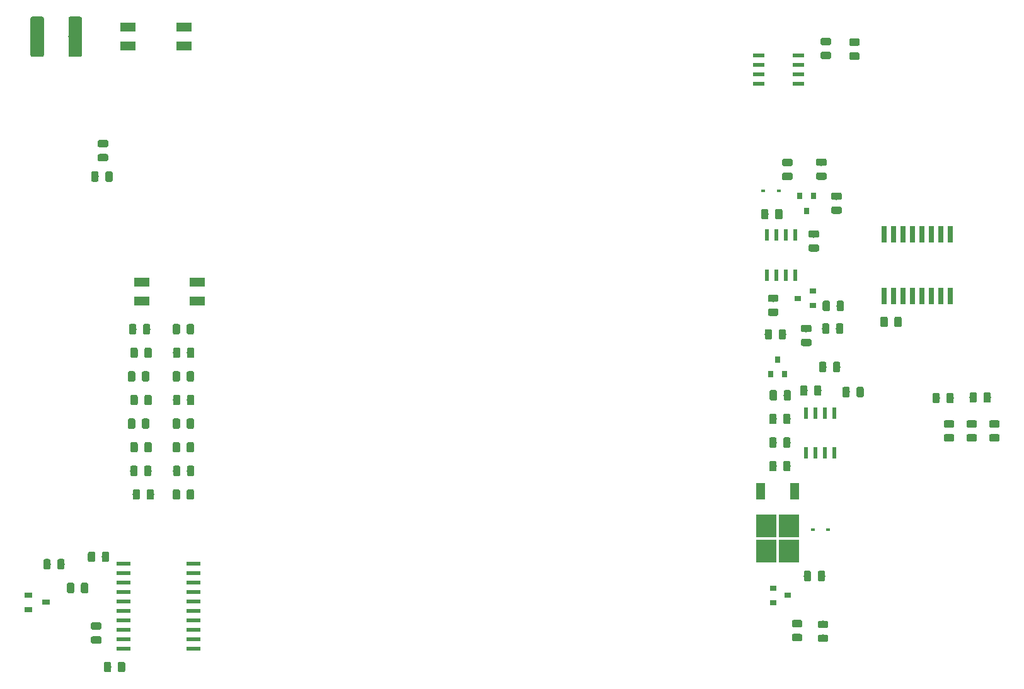
<source format=gbr>
G04 #@! TF.GenerationSoftware,KiCad,Pcbnew,(5.1.4)-1*
G04 #@! TF.CreationDate,2019-11-07T18:39:05-06:00*
G04 #@! TF.ProjectId,_autosave-_autosave-BPS-Nucleo,5f617574-6f73-4617-9665-2d5f6175746f,rev?*
G04 #@! TF.SameCoordinates,Original*
G04 #@! TF.FileFunction,Paste,Top*
G04 #@! TF.FilePolarity,Positive*
%FSLAX46Y46*%
G04 Gerber Fmt 4.6, Leading zero omitted, Abs format (unit mm)*
G04 Created by KiCad (PCBNEW (5.1.4)-1) date 2019-11-07 18:39:05*
%MOMM*%
%LPD*%
G04 APERTURE LIST*
%ADD10R,0.600000X1.550000*%
%ADD11R,0.600000X0.450000*%
%ADD12C,0.100000*%
%ADD13C,0.975000*%
%ADD14C,1.800000*%
%ADD15R,1.200000X2.200000*%
%ADD16R,2.750000X3.050000*%
%ADD17R,0.800000X0.900000*%
%ADD18R,0.900000X0.800000*%
%ADD19R,1.000000X0.700000*%
%ADD20R,2.000000X1.200000*%
%ADD21R,1.549400X0.558800*%
%ADD22R,0.760000X2.200000*%
%ADD23R,1.950000X0.600000*%
G04 APERTURE END LIST*
D10*
X194783500Y-90788560D03*
X196053500Y-90788560D03*
X197323500Y-90788560D03*
X198593500Y-90788560D03*
X198593500Y-85388560D03*
X197323500Y-85388560D03*
X196053500Y-85388560D03*
X194783500Y-85388560D03*
D11*
X200952100Y-124960380D03*
X203052100Y-124960380D03*
D12*
G36*
X202400842Y-130522654D02*
G01*
X202424503Y-130526164D01*
X202447707Y-130531976D01*
X202470229Y-130540034D01*
X202491853Y-130550262D01*
X202512370Y-130562559D01*
X202531583Y-130576809D01*
X202549307Y-130592873D01*
X202565371Y-130610597D01*
X202579621Y-130629810D01*
X202591918Y-130650327D01*
X202602146Y-130671951D01*
X202610204Y-130694473D01*
X202616016Y-130717677D01*
X202619526Y-130741338D01*
X202620700Y-130765230D01*
X202620700Y-131677730D01*
X202619526Y-131701622D01*
X202616016Y-131725283D01*
X202610204Y-131748487D01*
X202602146Y-131771009D01*
X202591918Y-131792633D01*
X202579621Y-131813150D01*
X202565371Y-131832363D01*
X202549307Y-131850087D01*
X202531583Y-131866151D01*
X202512370Y-131880401D01*
X202491853Y-131892698D01*
X202470229Y-131902926D01*
X202447707Y-131910984D01*
X202424503Y-131916796D01*
X202400842Y-131920306D01*
X202376950Y-131921480D01*
X201889450Y-131921480D01*
X201865558Y-131920306D01*
X201841897Y-131916796D01*
X201818693Y-131910984D01*
X201796171Y-131902926D01*
X201774547Y-131892698D01*
X201754030Y-131880401D01*
X201734817Y-131866151D01*
X201717093Y-131850087D01*
X201701029Y-131832363D01*
X201686779Y-131813150D01*
X201674482Y-131792633D01*
X201664254Y-131771009D01*
X201656196Y-131748487D01*
X201650384Y-131725283D01*
X201646874Y-131701622D01*
X201645700Y-131677730D01*
X201645700Y-130765230D01*
X201646874Y-130741338D01*
X201650384Y-130717677D01*
X201656196Y-130694473D01*
X201664254Y-130671951D01*
X201674482Y-130650327D01*
X201686779Y-130629810D01*
X201701029Y-130610597D01*
X201717093Y-130592873D01*
X201734817Y-130576809D01*
X201754030Y-130562559D01*
X201774547Y-130550262D01*
X201796171Y-130540034D01*
X201818693Y-130531976D01*
X201841897Y-130526164D01*
X201865558Y-130522654D01*
X201889450Y-130521480D01*
X202376950Y-130521480D01*
X202400842Y-130522654D01*
X202400842Y-130522654D01*
G37*
D13*
X202133200Y-131221480D03*
D12*
G36*
X200525842Y-130522654D02*
G01*
X200549503Y-130526164D01*
X200572707Y-130531976D01*
X200595229Y-130540034D01*
X200616853Y-130550262D01*
X200637370Y-130562559D01*
X200656583Y-130576809D01*
X200674307Y-130592873D01*
X200690371Y-130610597D01*
X200704621Y-130629810D01*
X200716918Y-130650327D01*
X200727146Y-130671951D01*
X200735204Y-130694473D01*
X200741016Y-130717677D01*
X200744526Y-130741338D01*
X200745700Y-130765230D01*
X200745700Y-131677730D01*
X200744526Y-131701622D01*
X200741016Y-131725283D01*
X200735204Y-131748487D01*
X200727146Y-131771009D01*
X200716918Y-131792633D01*
X200704621Y-131813150D01*
X200690371Y-131832363D01*
X200674307Y-131850087D01*
X200656583Y-131866151D01*
X200637370Y-131880401D01*
X200616853Y-131892698D01*
X200595229Y-131902926D01*
X200572707Y-131910984D01*
X200549503Y-131916796D01*
X200525842Y-131920306D01*
X200501950Y-131921480D01*
X200014450Y-131921480D01*
X199990558Y-131920306D01*
X199966897Y-131916796D01*
X199943693Y-131910984D01*
X199921171Y-131902926D01*
X199899547Y-131892698D01*
X199879030Y-131880401D01*
X199859817Y-131866151D01*
X199842093Y-131850087D01*
X199826029Y-131832363D01*
X199811779Y-131813150D01*
X199799482Y-131792633D01*
X199789254Y-131771009D01*
X199781196Y-131748487D01*
X199775384Y-131725283D01*
X199771874Y-131701622D01*
X199770700Y-131677730D01*
X199770700Y-130765230D01*
X199771874Y-130741338D01*
X199775384Y-130717677D01*
X199781196Y-130694473D01*
X199789254Y-130671951D01*
X199799482Y-130650327D01*
X199811779Y-130629810D01*
X199826029Y-130610597D01*
X199842093Y-130592873D01*
X199859817Y-130576809D01*
X199879030Y-130562559D01*
X199899547Y-130550262D01*
X199921171Y-130540034D01*
X199943693Y-130531976D01*
X199966897Y-130526164D01*
X199990558Y-130522654D01*
X200014450Y-130521480D01*
X200501950Y-130521480D01*
X200525842Y-130522654D01*
X200525842Y-130522654D01*
G37*
D13*
X200258200Y-131221480D03*
D12*
G36*
X97433584Y-56031084D02*
G01*
X97457853Y-56034684D01*
X97481651Y-56040645D01*
X97504751Y-56048910D01*
X97526929Y-56059400D01*
X97547973Y-56072013D01*
X97567678Y-56086627D01*
X97585857Y-56103103D01*
X97602333Y-56121282D01*
X97616947Y-56140987D01*
X97629560Y-56162031D01*
X97640050Y-56184209D01*
X97648315Y-56207309D01*
X97654276Y-56231107D01*
X97657876Y-56255376D01*
X97659080Y-56279880D01*
X97659080Y-61179880D01*
X97657876Y-61204384D01*
X97654276Y-61228653D01*
X97648315Y-61252451D01*
X97640050Y-61275551D01*
X97629560Y-61297729D01*
X97616947Y-61318773D01*
X97602333Y-61338478D01*
X97585857Y-61356657D01*
X97567678Y-61373133D01*
X97547973Y-61387747D01*
X97526929Y-61400360D01*
X97504751Y-61410850D01*
X97481651Y-61419115D01*
X97457853Y-61425076D01*
X97433584Y-61428676D01*
X97409080Y-61429880D01*
X96109080Y-61429880D01*
X96084576Y-61428676D01*
X96060307Y-61425076D01*
X96036509Y-61419115D01*
X96013409Y-61410850D01*
X95991231Y-61400360D01*
X95970187Y-61387747D01*
X95950482Y-61373133D01*
X95932303Y-61356657D01*
X95915827Y-61338478D01*
X95901213Y-61318773D01*
X95888600Y-61297729D01*
X95878110Y-61275551D01*
X95869845Y-61252451D01*
X95863884Y-61228653D01*
X95860284Y-61204384D01*
X95859080Y-61179880D01*
X95859080Y-56279880D01*
X95860284Y-56255376D01*
X95863884Y-56231107D01*
X95869845Y-56207309D01*
X95878110Y-56184209D01*
X95888600Y-56162031D01*
X95901213Y-56140987D01*
X95915827Y-56121282D01*
X95932303Y-56103103D01*
X95950482Y-56086627D01*
X95970187Y-56072013D01*
X95991231Y-56059400D01*
X96013409Y-56048910D01*
X96036509Y-56040645D01*
X96060307Y-56034684D01*
X96084576Y-56031084D01*
X96109080Y-56029880D01*
X97409080Y-56029880D01*
X97433584Y-56031084D01*
X97433584Y-56031084D01*
G37*
D14*
X96759080Y-58729880D03*
D12*
G36*
X102533584Y-56031084D02*
G01*
X102557853Y-56034684D01*
X102581651Y-56040645D01*
X102604751Y-56048910D01*
X102626929Y-56059400D01*
X102647973Y-56072013D01*
X102667678Y-56086627D01*
X102685857Y-56103103D01*
X102702333Y-56121282D01*
X102716947Y-56140987D01*
X102729560Y-56162031D01*
X102740050Y-56184209D01*
X102748315Y-56207309D01*
X102754276Y-56231107D01*
X102757876Y-56255376D01*
X102759080Y-56279880D01*
X102759080Y-61179880D01*
X102757876Y-61204384D01*
X102754276Y-61228653D01*
X102748315Y-61252451D01*
X102740050Y-61275551D01*
X102729560Y-61297729D01*
X102716947Y-61318773D01*
X102702333Y-61338478D01*
X102685857Y-61356657D01*
X102667678Y-61373133D01*
X102647973Y-61387747D01*
X102626929Y-61400360D01*
X102604751Y-61410850D01*
X102581651Y-61419115D01*
X102557853Y-61425076D01*
X102533584Y-61428676D01*
X102509080Y-61429880D01*
X101209080Y-61429880D01*
X101184576Y-61428676D01*
X101160307Y-61425076D01*
X101136509Y-61419115D01*
X101113409Y-61410850D01*
X101091231Y-61400360D01*
X101070187Y-61387747D01*
X101050482Y-61373133D01*
X101032303Y-61356657D01*
X101015827Y-61338478D01*
X101001213Y-61318773D01*
X100988600Y-61297729D01*
X100978110Y-61275551D01*
X100969845Y-61252451D01*
X100963884Y-61228653D01*
X100960284Y-61204384D01*
X100959080Y-61179880D01*
X100959080Y-56279880D01*
X100960284Y-56255376D01*
X100963884Y-56231107D01*
X100969845Y-56207309D01*
X100978110Y-56184209D01*
X100988600Y-56162031D01*
X101001213Y-56140987D01*
X101015827Y-56121282D01*
X101032303Y-56103103D01*
X101050482Y-56086627D01*
X101070187Y-56072013D01*
X101091231Y-56059400D01*
X101113409Y-56048910D01*
X101136509Y-56040645D01*
X101160307Y-56034684D01*
X101184576Y-56031084D01*
X101209080Y-56029880D01*
X102509080Y-56029880D01*
X102533584Y-56031084D01*
X102533584Y-56031084D01*
G37*
D14*
X101859080Y-58729880D03*
D12*
G36*
X202600642Y-76989234D02*
G01*
X202624303Y-76992744D01*
X202647507Y-76998556D01*
X202670029Y-77006614D01*
X202691653Y-77016842D01*
X202712170Y-77029139D01*
X202731383Y-77043389D01*
X202749107Y-77059453D01*
X202765171Y-77077177D01*
X202779421Y-77096390D01*
X202791718Y-77116907D01*
X202801946Y-77138531D01*
X202810004Y-77161053D01*
X202815816Y-77184257D01*
X202819326Y-77207918D01*
X202820500Y-77231810D01*
X202820500Y-77719310D01*
X202819326Y-77743202D01*
X202815816Y-77766863D01*
X202810004Y-77790067D01*
X202801946Y-77812589D01*
X202791718Y-77834213D01*
X202779421Y-77854730D01*
X202765171Y-77873943D01*
X202749107Y-77891667D01*
X202731383Y-77907731D01*
X202712170Y-77921981D01*
X202691653Y-77934278D01*
X202670029Y-77944506D01*
X202647507Y-77952564D01*
X202624303Y-77958376D01*
X202600642Y-77961886D01*
X202576750Y-77963060D01*
X201664250Y-77963060D01*
X201640358Y-77961886D01*
X201616697Y-77958376D01*
X201593493Y-77952564D01*
X201570971Y-77944506D01*
X201549347Y-77934278D01*
X201528830Y-77921981D01*
X201509617Y-77907731D01*
X201491893Y-77891667D01*
X201475829Y-77873943D01*
X201461579Y-77854730D01*
X201449282Y-77834213D01*
X201439054Y-77812589D01*
X201430996Y-77790067D01*
X201425184Y-77766863D01*
X201421674Y-77743202D01*
X201420500Y-77719310D01*
X201420500Y-77231810D01*
X201421674Y-77207918D01*
X201425184Y-77184257D01*
X201430996Y-77161053D01*
X201439054Y-77138531D01*
X201449282Y-77116907D01*
X201461579Y-77096390D01*
X201475829Y-77077177D01*
X201491893Y-77059453D01*
X201509617Y-77043389D01*
X201528830Y-77029139D01*
X201549347Y-77016842D01*
X201570971Y-77006614D01*
X201593493Y-76998556D01*
X201616697Y-76992744D01*
X201640358Y-76989234D01*
X201664250Y-76988060D01*
X202576750Y-76988060D01*
X202600642Y-76989234D01*
X202600642Y-76989234D01*
G37*
D13*
X202120500Y-77475560D03*
D12*
G36*
X202600642Y-75114234D02*
G01*
X202624303Y-75117744D01*
X202647507Y-75123556D01*
X202670029Y-75131614D01*
X202691653Y-75141842D01*
X202712170Y-75154139D01*
X202731383Y-75168389D01*
X202749107Y-75184453D01*
X202765171Y-75202177D01*
X202779421Y-75221390D01*
X202791718Y-75241907D01*
X202801946Y-75263531D01*
X202810004Y-75286053D01*
X202815816Y-75309257D01*
X202819326Y-75332918D01*
X202820500Y-75356810D01*
X202820500Y-75844310D01*
X202819326Y-75868202D01*
X202815816Y-75891863D01*
X202810004Y-75915067D01*
X202801946Y-75937589D01*
X202791718Y-75959213D01*
X202779421Y-75979730D01*
X202765171Y-75998943D01*
X202749107Y-76016667D01*
X202731383Y-76032731D01*
X202712170Y-76046981D01*
X202691653Y-76059278D01*
X202670029Y-76069506D01*
X202647507Y-76077564D01*
X202624303Y-76083376D01*
X202600642Y-76086886D01*
X202576750Y-76088060D01*
X201664250Y-76088060D01*
X201640358Y-76086886D01*
X201616697Y-76083376D01*
X201593493Y-76077564D01*
X201570971Y-76069506D01*
X201549347Y-76059278D01*
X201528830Y-76046981D01*
X201509617Y-76032731D01*
X201491893Y-76016667D01*
X201475829Y-75998943D01*
X201461579Y-75979730D01*
X201449282Y-75959213D01*
X201439054Y-75937589D01*
X201430996Y-75915067D01*
X201425184Y-75891863D01*
X201421674Y-75868202D01*
X201420500Y-75844310D01*
X201420500Y-75356810D01*
X201421674Y-75332918D01*
X201425184Y-75309257D01*
X201430996Y-75286053D01*
X201439054Y-75263531D01*
X201449282Y-75241907D01*
X201461579Y-75221390D01*
X201475829Y-75202177D01*
X201491893Y-75184453D01*
X201509617Y-75168389D01*
X201528830Y-75154139D01*
X201549347Y-75141842D01*
X201570971Y-75131614D01*
X201593493Y-75123556D01*
X201616697Y-75117744D01*
X201640358Y-75114234D01*
X201664250Y-75113060D01*
X202576750Y-75113060D01*
X202600642Y-75114234D01*
X202600642Y-75114234D01*
G37*
D13*
X202120500Y-75600560D03*
D12*
G36*
X194798142Y-81886734D02*
G01*
X194821803Y-81890244D01*
X194845007Y-81896056D01*
X194867529Y-81904114D01*
X194889153Y-81914342D01*
X194909670Y-81926639D01*
X194928883Y-81940889D01*
X194946607Y-81956953D01*
X194962671Y-81974677D01*
X194976921Y-81993890D01*
X194989218Y-82014407D01*
X194999446Y-82036031D01*
X195007504Y-82058553D01*
X195013316Y-82081757D01*
X195016826Y-82105418D01*
X195018000Y-82129310D01*
X195018000Y-83041810D01*
X195016826Y-83065702D01*
X195013316Y-83089363D01*
X195007504Y-83112567D01*
X194999446Y-83135089D01*
X194989218Y-83156713D01*
X194976921Y-83177230D01*
X194962671Y-83196443D01*
X194946607Y-83214167D01*
X194928883Y-83230231D01*
X194909670Y-83244481D01*
X194889153Y-83256778D01*
X194867529Y-83267006D01*
X194845007Y-83275064D01*
X194821803Y-83280876D01*
X194798142Y-83284386D01*
X194774250Y-83285560D01*
X194286750Y-83285560D01*
X194262858Y-83284386D01*
X194239197Y-83280876D01*
X194215993Y-83275064D01*
X194193471Y-83267006D01*
X194171847Y-83256778D01*
X194151330Y-83244481D01*
X194132117Y-83230231D01*
X194114393Y-83214167D01*
X194098329Y-83196443D01*
X194084079Y-83177230D01*
X194071782Y-83156713D01*
X194061554Y-83135089D01*
X194053496Y-83112567D01*
X194047684Y-83089363D01*
X194044174Y-83065702D01*
X194043000Y-83041810D01*
X194043000Y-82129310D01*
X194044174Y-82105418D01*
X194047684Y-82081757D01*
X194053496Y-82058553D01*
X194061554Y-82036031D01*
X194071782Y-82014407D01*
X194084079Y-81993890D01*
X194098329Y-81974677D01*
X194114393Y-81956953D01*
X194132117Y-81940889D01*
X194151330Y-81926639D01*
X194171847Y-81914342D01*
X194193471Y-81904114D01*
X194215993Y-81896056D01*
X194239197Y-81890244D01*
X194262858Y-81886734D01*
X194286750Y-81885560D01*
X194774250Y-81885560D01*
X194798142Y-81886734D01*
X194798142Y-81886734D01*
G37*
D13*
X194530500Y-82585560D03*
D12*
G36*
X196673142Y-81886734D02*
G01*
X196696803Y-81890244D01*
X196720007Y-81896056D01*
X196742529Y-81904114D01*
X196764153Y-81914342D01*
X196784670Y-81926639D01*
X196803883Y-81940889D01*
X196821607Y-81956953D01*
X196837671Y-81974677D01*
X196851921Y-81993890D01*
X196864218Y-82014407D01*
X196874446Y-82036031D01*
X196882504Y-82058553D01*
X196888316Y-82081757D01*
X196891826Y-82105418D01*
X196893000Y-82129310D01*
X196893000Y-83041810D01*
X196891826Y-83065702D01*
X196888316Y-83089363D01*
X196882504Y-83112567D01*
X196874446Y-83135089D01*
X196864218Y-83156713D01*
X196851921Y-83177230D01*
X196837671Y-83196443D01*
X196821607Y-83214167D01*
X196803883Y-83230231D01*
X196784670Y-83244481D01*
X196764153Y-83256778D01*
X196742529Y-83267006D01*
X196720007Y-83275064D01*
X196696803Y-83280876D01*
X196673142Y-83284386D01*
X196649250Y-83285560D01*
X196161750Y-83285560D01*
X196137858Y-83284386D01*
X196114197Y-83280876D01*
X196090993Y-83275064D01*
X196068471Y-83267006D01*
X196046847Y-83256778D01*
X196026330Y-83244481D01*
X196007117Y-83230231D01*
X195989393Y-83214167D01*
X195973329Y-83196443D01*
X195959079Y-83177230D01*
X195946782Y-83156713D01*
X195936554Y-83135089D01*
X195928496Y-83112567D01*
X195922684Y-83089363D01*
X195919174Y-83065702D01*
X195918000Y-83041810D01*
X195918000Y-82129310D01*
X195919174Y-82105418D01*
X195922684Y-82081757D01*
X195928496Y-82058553D01*
X195936554Y-82036031D01*
X195946782Y-82014407D01*
X195959079Y-81993890D01*
X195973329Y-81974677D01*
X195989393Y-81956953D01*
X196007117Y-81940889D01*
X196026330Y-81926639D01*
X196046847Y-81914342D01*
X196068471Y-81904114D01*
X196090993Y-81896056D01*
X196114197Y-81890244D01*
X196137858Y-81886734D01*
X196161750Y-81885560D01*
X196649250Y-81885560D01*
X196673142Y-81886734D01*
X196673142Y-81886734D01*
G37*
D13*
X196405500Y-82585560D03*
D12*
G36*
X198028642Y-77019234D02*
G01*
X198052303Y-77022744D01*
X198075507Y-77028556D01*
X198098029Y-77036614D01*
X198119653Y-77046842D01*
X198140170Y-77059139D01*
X198159383Y-77073389D01*
X198177107Y-77089453D01*
X198193171Y-77107177D01*
X198207421Y-77126390D01*
X198219718Y-77146907D01*
X198229946Y-77168531D01*
X198238004Y-77191053D01*
X198243816Y-77214257D01*
X198247326Y-77237918D01*
X198248500Y-77261810D01*
X198248500Y-77749310D01*
X198247326Y-77773202D01*
X198243816Y-77796863D01*
X198238004Y-77820067D01*
X198229946Y-77842589D01*
X198219718Y-77864213D01*
X198207421Y-77884730D01*
X198193171Y-77903943D01*
X198177107Y-77921667D01*
X198159383Y-77937731D01*
X198140170Y-77951981D01*
X198119653Y-77964278D01*
X198098029Y-77974506D01*
X198075507Y-77982564D01*
X198052303Y-77988376D01*
X198028642Y-77991886D01*
X198004750Y-77993060D01*
X197092250Y-77993060D01*
X197068358Y-77991886D01*
X197044697Y-77988376D01*
X197021493Y-77982564D01*
X196998971Y-77974506D01*
X196977347Y-77964278D01*
X196956830Y-77951981D01*
X196937617Y-77937731D01*
X196919893Y-77921667D01*
X196903829Y-77903943D01*
X196889579Y-77884730D01*
X196877282Y-77864213D01*
X196867054Y-77842589D01*
X196858996Y-77820067D01*
X196853184Y-77796863D01*
X196849674Y-77773202D01*
X196848500Y-77749310D01*
X196848500Y-77261810D01*
X196849674Y-77237918D01*
X196853184Y-77214257D01*
X196858996Y-77191053D01*
X196867054Y-77168531D01*
X196877282Y-77146907D01*
X196889579Y-77126390D01*
X196903829Y-77107177D01*
X196919893Y-77089453D01*
X196937617Y-77073389D01*
X196956830Y-77059139D01*
X196977347Y-77046842D01*
X196998971Y-77036614D01*
X197021493Y-77028556D01*
X197044697Y-77022744D01*
X197068358Y-77019234D01*
X197092250Y-77018060D01*
X198004750Y-77018060D01*
X198028642Y-77019234D01*
X198028642Y-77019234D01*
G37*
D13*
X197548500Y-77505560D03*
D12*
G36*
X198028642Y-75144234D02*
G01*
X198052303Y-75147744D01*
X198075507Y-75153556D01*
X198098029Y-75161614D01*
X198119653Y-75171842D01*
X198140170Y-75184139D01*
X198159383Y-75198389D01*
X198177107Y-75214453D01*
X198193171Y-75232177D01*
X198207421Y-75251390D01*
X198219718Y-75271907D01*
X198229946Y-75293531D01*
X198238004Y-75316053D01*
X198243816Y-75339257D01*
X198247326Y-75362918D01*
X198248500Y-75386810D01*
X198248500Y-75874310D01*
X198247326Y-75898202D01*
X198243816Y-75921863D01*
X198238004Y-75945067D01*
X198229946Y-75967589D01*
X198219718Y-75989213D01*
X198207421Y-76009730D01*
X198193171Y-76028943D01*
X198177107Y-76046667D01*
X198159383Y-76062731D01*
X198140170Y-76076981D01*
X198119653Y-76089278D01*
X198098029Y-76099506D01*
X198075507Y-76107564D01*
X198052303Y-76113376D01*
X198028642Y-76116886D01*
X198004750Y-76118060D01*
X197092250Y-76118060D01*
X197068358Y-76116886D01*
X197044697Y-76113376D01*
X197021493Y-76107564D01*
X196998971Y-76099506D01*
X196977347Y-76089278D01*
X196956830Y-76076981D01*
X196937617Y-76062731D01*
X196919893Y-76046667D01*
X196903829Y-76028943D01*
X196889579Y-76009730D01*
X196877282Y-75989213D01*
X196867054Y-75967589D01*
X196858996Y-75945067D01*
X196853184Y-75921863D01*
X196849674Y-75898202D01*
X196848500Y-75874310D01*
X196848500Y-75386810D01*
X196849674Y-75362918D01*
X196853184Y-75339257D01*
X196858996Y-75316053D01*
X196867054Y-75293531D01*
X196877282Y-75271907D01*
X196889579Y-75251390D01*
X196903829Y-75232177D01*
X196919893Y-75214453D01*
X196937617Y-75198389D01*
X196956830Y-75184139D01*
X196977347Y-75171842D01*
X196998971Y-75161614D01*
X197021493Y-75153556D01*
X197044697Y-75147744D01*
X197068358Y-75144234D01*
X197092250Y-75143060D01*
X198004750Y-75143060D01*
X198028642Y-75144234D01*
X198028642Y-75144234D01*
G37*
D13*
X197548500Y-75630560D03*
D12*
G36*
X225844182Y-110288154D02*
G01*
X225867843Y-110291664D01*
X225891047Y-110297476D01*
X225913569Y-110305534D01*
X225935193Y-110315762D01*
X225955710Y-110328059D01*
X225974923Y-110342309D01*
X225992647Y-110358373D01*
X226008711Y-110376097D01*
X226022961Y-110395310D01*
X226035258Y-110415827D01*
X226045486Y-110437451D01*
X226053544Y-110459973D01*
X226059356Y-110483177D01*
X226062866Y-110506838D01*
X226064040Y-110530730D01*
X226064040Y-111018230D01*
X226062866Y-111042122D01*
X226059356Y-111065783D01*
X226053544Y-111088987D01*
X226045486Y-111111509D01*
X226035258Y-111133133D01*
X226022961Y-111153650D01*
X226008711Y-111172863D01*
X225992647Y-111190587D01*
X225974923Y-111206651D01*
X225955710Y-111220901D01*
X225935193Y-111233198D01*
X225913569Y-111243426D01*
X225891047Y-111251484D01*
X225867843Y-111257296D01*
X225844182Y-111260806D01*
X225820290Y-111261980D01*
X224907790Y-111261980D01*
X224883898Y-111260806D01*
X224860237Y-111257296D01*
X224837033Y-111251484D01*
X224814511Y-111243426D01*
X224792887Y-111233198D01*
X224772370Y-111220901D01*
X224753157Y-111206651D01*
X224735433Y-111190587D01*
X224719369Y-111172863D01*
X224705119Y-111153650D01*
X224692822Y-111133133D01*
X224682594Y-111111509D01*
X224674536Y-111088987D01*
X224668724Y-111065783D01*
X224665214Y-111042122D01*
X224664040Y-111018230D01*
X224664040Y-110530730D01*
X224665214Y-110506838D01*
X224668724Y-110483177D01*
X224674536Y-110459973D01*
X224682594Y-110437451D01*
X224692822Y-110415827D01*
X224705119Y-110395310D01*
X224719369Y-110376097D01*
X224735433Y-110358373D01*
X224753157Y-110342309D01*
X224772370Y-110328059D01*
X224792887Y-110315762D01*
X224814511Y-110305534D01*
X224837033Y-110297476D01*
X224860237Y-110291664D01*
X224883898Y-110288154D01*
X224907790Y-110286980D01*
X225820290Y-110286980D01*
X225844182Y-110288154D01*
X225844182Y-110288154D01*
G37*
D13*
X225364040Y-110774480D03*
D12*
G36*
X225844182Y-112163154D02*
G01*
X225867843Y-112166664D01*
X225891047Y-112172476D01*
X225913569Y-112180534D01*
X225935193Y-112190762D01*
X225955710Y-112203059D01*
X225974923Y-112217309D01*
X225992647Y-112233373D01*
X226008711Y-112251097D01*
X226022961Y-112270310D01*
X226035258Y-112290827D01*
X226045486Y-112312451D01*
X226053544Y-112334973D01*
X226059356Y-112358177D01*
X226062866Y-112381838D01*
X226064040Y-112405730D01*
X226064040Y-112893230D01*
X226062866Y-112917122D01*
X226059356Y-112940783D01*
X226053544Y-112963987D01*
X226045486Y-112986509D01*
X226035258Y-113008133D01*
X226022961Y-113028650D01*
X226008711Y-113047863D01*
X225992647Y-113065587D01*
X225974923Y-113081651D01*
X225955710Y-113095901D01*
X225935193Y-113108198D01*
X225913569Y-113118426D01*
X225891047Y-113126484D01*
X225867843Y-113132296D01*
X225844182Y-113135806D01*
X225820290Y-113136980D01*
X224907790Y-113136980D01*
X224883898Y-113135806D01*
X224860237Y-113132296D01*
X224837033Y-113126484D01*
X224814511Y-113118426D01*
X224792887Y-113108198D01*
X224772370Y-113095901D01*
X224753157Y-113081651D01*
X224735433Y-113065587D01*
X224719369Y-113047863D01*
X224705119Y-113028650D01*
X224692822Y-113008133D01*
X224682594Y-112986509D01*
X224674536Y-112963987D01*
X224668724Y-112940783D01*
X224665214Y-112917122D01*
X224664040Y-112893230D01*
X224664040Y-112405730D01*
X224665214Y-112381838D01*
X224668724Y-112358177D01*
X224674536Y-112334973D01*
X224682594Y-112312451D01*
X224692822Y-112290827D01*
X224705119Y-112270310D01*
X224719369Y-112251097D01*
X224735433Y-112233373D01*
X224753157Y-112217309D01*
X224772370Y-112203059D01*
X224792887Y-112190762D01*
X224814511Y-112180534D01*
X224837033Y-112172476D01*
X224860237Y-112166664D01*
X224883898Y-112163154D01*
X224907790Y-112161980D01*
X225820290Y-112161980D01*
X225844182Y-112163154D01*
X225844182Y-112163154D01*
G37*
D13*
X225364040Y-112649480D03*
D12*
G36*
X200028242Y-105592554D02*
G01*
X200051903Y-105596064D01*
X200075107Y-105601876D01*
X200097629Y-105609934D01*
X200119253Y-105620162D01*
X200139770Y-105632459D01*
X200158983Y-105646709D01*
X200176707Y-105662773D01*
X200192771Y-105680497D01*
X200207021Y-105699710D01*
X200219318Y-105720227D01*
X200229546Y-105741851D01*
X200237604Y-105764373D01*
X200243416Y-105787577D01*
X200246926Y-105811238D01*
X200248100Y-105835130D01*
X200248100Y-106747630D01*
X200246926Y-106771522D01*
X200243416Y-106795183D01*
X200237604Y-106818387D01*
X200229546Y-106840909D01*
X200219318Y-106862533D01*
X200207021Y-106883050D01*
X200192771Y-106902263D01*
X200176707Y-106919987D01*
X200158983Y-106936051D01*
X200139770Y-106950301D01*
X200119253Y-106962598D01*
X200097629Y-106972826D01*
X200075107Y-106980884D01*
X200051903Y-106986696D01*
X200028242Y-106990206D01*
X200004350Y-106991380D01*
X199516850Y-106991380D01*
X199492958Y-106990206D01*
X199469297Y-106986696D01*
X199446093Y-106980884D01*
X199423571Y-106972826D01*
X199401947Y-106962598D01*
X199381430Y-106950301D01*
X199362217Y-106936051D01*
X199344493Y-106919987D01*
X199328429Y-106902263D01*
X199314179Y-106883050D01*
X199301882Y-106862533D01*
X199291654Y-106840909D01*
X199283596Y-106818387D01*
X199277784Y-106795183D01*
X199274274Y-106771522D01*
X199273100Y-106747630D01*
X199273100Y-105835130D01*
X199274274Y-105811238D01*
X199277784Y-105787577D01*
X199283596Y-105764373D01*
X199291654Y-105741851D01*
X199301882Y-105720227D01*
X199314179Y-105699710D01*
X199328429Y-105680497D01*
X199344493Y-105662773D01*
X199362217Y-105646709D01*
X199381430Y-105632459D01*
X199401947Y-105620162D01*
X199423571Y-105609934D01*
X199446093Y-105601876D01*
X199469297Y-105596064D01*
X199492958Y-105592554D01*
X199516850Y-105591380D01*
X200004350Y-105591380D01*
X200028242Y-105592554D01*
X200028242Y-105592554D01*
G37*
D13*
X199760600Y-106291380D03*
D12*
G36*
X201903242Y-105592554D02*
G01*
X201926903Y-105596064D01*
X201950107Y-105601876D01*
X201972629Y-105609934D01*
X201994253Y-105620162D01*
X202014770Y-105632459D01*
X202033983Y-105646709D01*
X202051707Y-105662773D01*
X202067771Y-105680497D01*
X202082021Y-105699710D01*
X202094318Y-105720227D01*
X202104546Y-105741851D01*
X202112604Y-105764373D01*
X202118416Y-105787577D01*
X202121926Y-105811238D01*
X202123100Y-105835130D01*
X202123100Y-106747630D01*
X202121926Y-106771522D01*
X202118416Y-106795183D01*
X202112604Y-106818387D01*
X202104546Y-106840909D01*
X202094318Y-106862533D01*
X202082021Y-106883050D01*
X202067771Y-106902263D01*
X202051707Y-106919987D01*
X202033983Y-106936051D01*
X202014770Y-106950301D01*
X201994253Y-106962598D01*
X201972629Y-106972826D01*
X201950107Y-106980884D01*
X201926903Y-106986696D01*
X201903242Y-106990206D01*
X201879350Y-106991380D01*
X201391850Y-106991380D01*
X201367958Y-106990206D01*
X201344297Y-106986696D01*
X201321093Y-106980884D01*
X201298571Y-106972826D01*
X201276947Y-106962598D01*
X201256430Y-106950301D01*
X201237217Y-106936051D01*
X201219493Y-106919987D01*
X201203429Y-106902263D01*
X201189179Y-106883050D01*
X201176882Y-106862533D01*
X201166654Y-106840909D01*
X201158596Y-106818387D01*
X201152784Y-106795183D01*
X201149274Y-106771522D01*
X201148100Y-106747630D01*
X201148100Y-105835130D01*
X201149274Y-105811238D01*
X201152784Y-105787577D01*
X201158596Y-105764373D01*
X201166654Y-105741851D01*
X201176882Y-105720227D01*
X201189179Y-105699710D01*
X201203429Y-105680497D01*
X201219493Y-105662773D01*
X201237217Y-105646709D01*
X201256430Y-105632459D01*
X201276947Y-105620162D01*
X201298571Y-105609934D01*
X201321093Y-105601876D01*
X201344297Y-105596064D01*
X201367958Y-105592554D01*
X201391850Y-105591380D01*
X201879350Y-105591380D01*
X201903242Y-105592554D01*
X201903242Y-105592554D01*
G37*
D13*
X201635600Y-106291380D03*
D12*
G36*
X106083182Y-72614394D02*
G01*
X106106843Y-72617904D01*
X106130047Y-72623716D01*
X106152569Y-72631774D01*
X106174193Y-72642002D01*
X106194710Y-72654299D01*
X106213923Y-72668549D01*
X106231647Y-72684613D01*
X106247711Y-72702337D01*
X106261961Y-72721550D01*
X106274258Y-72742067D01*
X106284486Y-72763691D01*
X106292544Y-72786213D01*
X106298356Y-72809417D01*
X106301866Y-72833078D01*
X106303040Y-72856970D01*
X106303040Y-73344470D01*
X106301866Y-73368362D01*
X106298356Y-73392023D01*
X106292544Y-73415227D01*
X106284486Y-73437749D01*
X106274258Y-73459373D01*
X106261961Y-73479890D01*
X106247711Y-73499103D01*
X106231647Y-73516827D01*
X106213923Y-73532891D01*
X106194710Y-73547141D01*
X106174193Y-73559438D01*
X106152569Y-73569666D01*
X106130047Y-73577724D01*
X106106843Y-73583536D01*
X106083182Y-73587046D01*
X106059290Y-73588220D01*
X105146790Y-73588220D01*
X105122898Y-73587046D01*
X105099237Y-73583536D01*
X105076033Y-73577724D01*
X105053511Y-73569666D01*
X105031887Y-73559438D01*
X105011370Y-73547141D01*
X104992157Y-73532891D01*
X104974433Y-73516827D01*
X104958369Y-73499103D01*
X104944119Y-73479890D01*
X104931822Y-73459373D01*
X104921594Y-73437749D01*
X104913536Y-73415227D01*
X104907724Y-73392023D01*
X104904214Y-73368362D01*
X104903040Y-73344470D01*
X104903040Y-72856970D01*
X104904214Y-72833078D01*
X104907724Y-72809417D01*
X104913536Y-72786213D01*
X104921594Y-72763691D01*
X104931822Y-72742067D01*
X104944119Y-72721550D01*
X104958369Y-72702337D01*
X104974433Y-72684613D01*
X104992157Y-72668549D01*
X105011370Y-72654299D01*
X105031887Y-72642002D01*
X105053511Y-72631774D01*
X105076033Y-72623716D01*
X105099237Y-72617904D01*
X105122898Y-72614394D01*
X105146790Y-72613220D01*
X106059290Y-72613220D01*
X106083182Y-72614394D01*
X106083182Y-72614394D01*
G37*
D13*
X105603040Y-73100720D03*
D12*
G36*
X106083182Y-74489394D02*
G01*
X106106843Y-74492904D01*
X106130047Y-74498716D01*
X106152569Y-74506774D01*
X106174193Y-74517002D01*
X106194710Y-74529299D01*
X106213923Y-74543549D01*
X106231647Y-74559613D01*
X106247711Y-74577337D01*
X106261961Y-74596550D01*
X106274258Y-74617067D01*
X106284486Y-74638691D01*
X106292544Y-74661213D01*
X106298356Y-74684417D01*
X106301866Y-74708078D01*
X106303040Y-74731970D01*
X106303040Y-75219470D01*
X106301866Y-75243362D01*
X106298356Y-75267023D01*
X106292544Y-75290227D01*
X106284486Y-75312749D01*
X106274258Y-75334373D01*
X106261961Y-75354890D01*
X106247711Y-75374103D01*
X106231647Y-75391827D01*
X106213923Y-75407891D01*
X106194710Y-75422141D01*
X106174193Y-75434438D01*
X106152569Y-75444666D01*
X106130047Y-75452724D01*
X106106843Y-75458536D01*
X106083182Y-75462046D01*
X106059290Y-75463220D01*
X105146790Y-75463220D01*
X105122898Y-75462046D01*
X105099237Y-75458536D01*
X105076033Y-75452724D01*
X105053511Y-75444666D01*
X105031887Y-75434438D01*
X105011370Y-75422141D01*
X104992157Y-75407891D01*
X104974433Y-75391827D01*
X104958369Y-75374103D01*
X104944119Y-75354890D01*
X104931822Y-75334373D01*
X104921594Y-75312749D01*
X104913536Y-75290227D01*
X104907724Y-75267023D01*
X104904214Y-75243362D01*
X104903040Y-75219470D01*
X104903040Y-74731970D01*
X104904214Y-74708078D01*
X104907724Y-74684417D01*
X104913536Y-74661213D01*
X104921594Y-74638691D01*
X104931822Y-74617067D01*
X104944119Y-74596550D01*
X104958369Y-74577337D01*
X104974433Y-74559613D01*
X104992157Y-74543549D01*
X105011370Y-74529299D01*
X105031887Y-74517002D01*
X105053511Y-74506774D01*
X105076033Y-74498716D01*
X105099237Y-74492904D01*
X105122898Y-74489394D01*
X105146790Y-74488220D01*
X106059290Y-74488220D01*
X106083182Y-74489394D01*
X106083182Y-74489394D01*
G37*
D13*
X105603040Y-74975720D03*
D12*
G36*
X197153202Y-98036054D02*
G01*
X197176863Y-98039564D01*
X197200067Y-98045376D01*
X197222589Y-98053434D01*
X197244213Y-98063662D01*
X197264730Y-98075959D01*
X197283943Y-98090209D01*
X197301667Y-98106273D01*
X197317731Y-98123997D01*
X197331981Y-98143210D01*
X197344278Y-98163727D01*
X197354506Y-98185351D01*
X197362564Y-98207873D01*
X197368376Y-98231077D01*
X197371886Y-98254738D01*
X197373060Y-98278630D01*
X197373060Y-99191130D01*
X197371886Y-99215022D01*
X197368376Y-99238683D01*
X197362564Y-99261887D01*
X197354506Y-99284409D01*
X197344278Y-99306033D01*
X197331981Y-99326550D01*
X197317731Y-99345763D01*
X197301667Y-99363487D01*
X197283943Y-99379551D01*
X197264730Y-99393801D01*
X197244213Y-99406098D01*
X197222589Y-99416326D01*
X197200067Y-99424384D01*
X197176863Y-99430196D01*
X197153202Y-99433706D01*
X197129310Y-99434880D01*
X196641810Y-99434880D01*
X196617918Y-99433706D01*
X196594257Y-99430196D01*
X196571053Y-99424384D01*
X196548531Y-99416326D01*
X196526907Y-99406098D01*
X196506390Y-99393801D01*
X196487177Y-99379551D01*
X196469453Y-99363487D01*
X196453389Y-99345763D01*
X196439139Y-99326550D01*
X196426842Y-99306033D01*
X196416614Y-99284409D01*
X196408556Y-99261887D01*
X196402744Y-99238683D01*
X196399234Y-99215022D01*
X196398060Y-99191130D01*
X196398060Y-98278630D01*
X196399234Y-98254738D01*
X196402744Y-98231077D01*
X196408556Y-98207873D01*
X196416614Y-98185351D01*
X196426842Y-98163727D01*
X196439139Y-98143210D01*
X196453389Y-98123997D01*
X196469453Y-98106273D01*
X196487177Y-98090209D01*
X196506390Y-98075959D01*
X196526907Y-98063662D01*
X196548531Y-98053434D01*
X196571053Y-98045376D01*
X196594257Y-98039564D01*
X196617918Y-98036054D01*
X196641810Y-98034880D01*
X197129310Y-98034880D01*
X197153202Y-98036054D01*
X197153202Y-98036054D01*
G37*
D13*
X196885560Y-98734880D03*
D12*
G36*
X195278202Y-98036054D02*
G01*
X195301863Y-98039564D01*
X195325067Y-98045376D01*
X195347589Y-98053434D01*
X195369213Y-98063662D01*
X195389730Y-98075959D01*
X195408943Y-98090209D01*
X195426667Y-98106273D01*
X195442731Y-98123997D01*
X195456981Y-98143210D01*
X195469278Y-98163727D01*
X195479506Y-98185351D01*
X195487564Y-98207873D01*
X195493376Y-98231077D01*
X195496886Y-98254738D01*
X195498060Y-98278630D01*
X195498060Y-99191130D01*
X195496886Y-99215022D01*
X195493376Y-99238683D01*
X195487564Y-99261887D01*
X195479506Y-99284409D01*
X195469278Y-99306033D01*
X195456981Y-99326550D01*
X195442731Y-99345763D01*
X195426667Y-99363487D01*
X195408943Y-99379551D01*
X195389730Y-99393801D01*
X195369213Y-99406098D01*
X195347589Y-99416326D01*
X195325067Y-99424384D01*
X195301863Y-99430196D01*
X195278202Y-99433706D01*
X195254310Y-99434880D01*
X194766810Y-99434880D01*
X194742918Y-99433706D01*
X194719257Y-99430196D01*
X194696053Y-99424384D01*
X194673531Y-99416326D01*
X194651907Y-99406098D01*
X194631390Y-99393801D01*
X194612177Y-99379551D01*
X194594453Y-99363487D01*
X194578389Y-99345763D01*
X194564139Y-99326550D01*
X194551842Y-99306033D01*
X194541614Y-99284409D01*
X194533556Y-99261887D01*
X194527744Y-99238683D01*
X194524234Y-99215022D01*
X194523060Y-99191130D01*
X194523060Y-98278630D01*
X194524234Y-98254738D01*
X194527744Y-98231077D01*
X194533556Y-98207873D01*
X194541614Y-98185351D01*
X194551842Y-98163727D01*
X194564139Y-98143210D01*
X194578389Y-98123997D01*
X194594453Y-98106273D01*
X194612177Y-98090209D01*
X194631390Y-98075959D01*
X194651907Y-98063662D01*
X194673531Y-98053434D01*
X194696053Y-98045376D01*
X194719257Y-98039564D01*
X194742918Y-98036054D01*
X194766810Y-98034880D01*
X195254310Y-98034880D01*
X195278202Y-98036054D01*
X195278202Y-98036054D01*
G37*
D13*
X195010560Y-98734880D03*
D11*
X196405500Y-79410560D03*
X194305500Y-79410560D03*
D12*
G36*
X111738542Y-97345174D02*
G01*
X111762203Y-97348684D01*
X111785407Y-97354496D01*
X111807929Y-97362554D01*
X111829553Y-97372782D01*
X111850070Y-97385079D01*
X111869283Y-97399329D01*
X111887007Y-97415393D01*
X111903071Y-97433117D01*
X111917321Y-97452330D01*
X111929618Y-97472847D01*
X111939846Y-97494471D01*
X111947904Y-97516993D01*
X111953716Y-97540197D01*
X111957226Y-97563858D01*
X111958400Y-97587750D01*
X111958400Y-98500250D01*
X111957226Y-98524142D01*
X111953716Y-98547803D01*
X111947904Y-98571007D01*
X111939846Y-98593529D01*
X111929618Y-98615153D01*
X111917321Y-98635670D01*
X111903071Y-98654883D01*
X111887007Y-98672607D01*
X111869283Y-98688671D01*
X111850070Y-98702921D01*
X111829553Y-98715218D01*
X111807929Y-98725446D01*
X111785407Y-98733504D01*
X111762203Y-98739316D01*
X111738542Y-98742826D01*
X111714650Y-98744000D01*
X111227150Y-98744000D01*
X111203258Y-98742826D01*
X111179597Y-98739316D01*
X111156393Y-98733504D01*
X111133871Y-98725446D01*
X111112247Y-98715218D01*
X111091730Y-98702921D01*
X111072517Y-98688671D01*
X111054793Y-98672607D01*
X111038729Y-98654883D01*
X111024479Y-98635670D01*
X111012182Y-98615153D01*
X111001954Y-98593529D01*
X110993896Y-98571007D01*
X110988084Y-98547803D01*
X110984574Y-98524142D01*
X110983400Y-98500250D01*
X110983400Y-97587750D01*
X110984574Y-97563858D01*
X110988084Y-97540197D01*
X110993896Y-97516993D01*
X111001954Y-97494471D01*
X111012182Y-97472847D01*
X111024479Y-97452330D01*
X111038729Y-97433117D01*
X111054793Y-97415393D01*
X111072517Y-97399329D01*
X111091730Y-97385079D01*
X111112247Y-97372782D01*
X111133871Y-97362554D01*
X111156393Y-97354496D01*
X111179597Y-97348684D01*
X111203258Y-97345174D01*
X111227150Y-97344000D01*
X111714650Y-97344000D01*
X111738542Y-97345174D01*
X111738542Y-97345174D01*
G37*
D13*
X111470900Y-98044000D03*
D12*
G36*
X109863542Y-97345174D02*
G01*
X109887203Y-97348684D01*
X109910407Y-97354496D01*
X109932929Y-97362554D01*
X109954553Y-97372782D01*
X109975070Y-97385079D01*
X109994283Y-97399329D01*
X110012007Y-97415393D01*
X110028071Y-97433117D01*
X110042321Y-97452330D01*
X110054618Y-97472847D01*
X110064846Y-97494471D01*
X110072904Y-97516993D01*
X110078716Y-97540197D01*
X110082226Y-97563858D01*
X110083400Y-97587750D01*
X110083400Y-98500250D01*
X110082226Y-98524142D01*
X110078716Y-98547803D01*
X110072904Y-98571007D01*
X110064846Y-98593529D01*
X110054618Y-98615153D01*
X110042321Y-98635670D01*
X110028071Y-98654883D01*
X110012007Y-98672607D01*
X109994283Y-98688671D01*
X109975070Y-98702921D01*
X109954553Y-98715218D01*
X109932929Y-98725446D01*
X109910407Y-98733504D01*
X109887203Y-98739316D01*
X109863542Y-98742826D01*
X109839650Y-98744000D01*
X109352150Y-98744000D01*
X109328258Y-98742826D01*
X109304597Y-98739316D01*
X109281393Y-98733504D01*
X109258871Y-98725446D01*
X109237247Y-98715218D01*
X109216730Y-98702921D01*
X109197517Y-98688671D01*
X109179793Y-98672607D01*
X109163729Y-98654883D01*
X109149479Y-98635670D01*
X109137182Y-98615153D01*
X109126954Y-98593529D01*
X109118896Y-98571007D01*
X109113084Y-98547803D01*
X109109574Y-98524142D01*
X109108400Y-98500250D01*
X109108400Y-97587750D01*
X109109574Y-97563858D01*
X109113084Y-97540197D01*
X109118896Y-97516993D01*
X109126954Y-97494471D01*
X109137182Y-97472847D01*
X109149479Y-97452330D01*
X109163729Y-97433117D01*
X109179793Y-97415393D01*
X109197517Y-97399329D01*
X109216730Y-97385079D01*
X109237247Y-97372782D01*
X109258871Y-97362554D01*
X109281393Y-97354496D01*
X109304597Y-97348684D01*
X109328258Y-97345174D01*
X109352150Y-97344000D01*
X109839650Y-97344000D01*
X109863542Y-97345174D01*
X109863542Y-97345174D01*
G37*
D13*
X109595900Y-98044000D03*
D12*
G36*
X109718542Y-103695174D02*
G01*
X109742203Y-103698684D01*
X109765407Y-103704496D01*
X109787929Y-103712554D01*
X109809553Y-103722782D01*
X109830070Y-103735079D01*
X109849283Y-103749329D01*
X109867007Y-103765393D01*
X109883071Y-103783117D01*
X109897321Y-103802330D01*
X109909618Y-103822847D01*
X109919846Y-103844471D01*
X109927904Y-103866993D01*
X109933716Y-103890197D01*
X109937226Y-103913858D01*
X109938400Y-103937750D01*
X109938400Y-104850250D01*
X109937226Y-104874142D01*
X109933716Y-104897803D01*
X109927904Y-104921007D01*
X109919846Y-104943529D01*
X109909618Y-104965153D01*
X109897321Y-104985670D01*
X109883071Y-105004883D01*
X109867007Y-105022607D01*
X109849283Y-105038671D01*
X109830070Y-105052921D01*
X109809553Y-105065218D01*
X109787929Y-105075446D01*
X109765407Y-105083504D01*
X109742203Y-105089316D01*
X109718542Y-105092826D01*
X109694650Y-105094000D01*
X109207150Y-105094000D01*
X109183258Y-105092826D01*
X109159597Y-105089316D01*
X109136393Y-105083504D01*
X109113871Y-105075446D01*
X109092247Y-105065218D01*
X109071730Y-105052921D01*
X109052517Y-105038671D01*
X109034793Y-105022607D01*
X109018729Y-105004883D01*
X109004479Y-104985670D01*
X108992182Y-104965153D01*
X108981954Y-104943529D01*
X108973896Y-104921007D01*
X108968084Y-104897803D01*
X108964574Y-104874142D01*
X108963400Y-104850250D01*
X108963400Y-103937750D01*
X108964574Y-103913858D01*
X108968084Y-103890197D01*
X108973896Y-103866993D01*
X108981954Y-103844471D01*
X108992182Y-103822847D01*
X109004479Y-103802330D01*
X109018729Y-103783117D01*
X109034793Y-103765393D01*
X109052517Y-103749329D01*
X109071730Y-103735079D01*
X109092247Y-103722782D01*
X109113871Y-103712554D01*
X109136393Y-103704496D01*
X109159597Y-103698684D01*
X109183258Y-103695174D01*
X109207150Y-103694000D01*
X109694650Y-103694000D01*
X109718542Y-103695174D01*
X109718542Y-103695174D01*
G37*
D13*
X109450900Y-104394000D03*
D12*
G36*
X111593542Y-103695174D02*
G01*
X111617203Y-103698684D01*
X111640407Y-103704496D01*
X111662929Y-103712554D01*
X111684553Y-103722782D01*
X111705070Y-103735079D01*
X111724283Y-103749329D01*
X111742007Y-103765393D01*
X111758071Y-103783117D01*
X111772321Y-103802330D01*
X111784618Y-103822847D01*
X111794846Y-103844471D01*
X111802904Y-103866993D01*
X111808716Y-103890197D01*
X111812226Y-103913858D01*
X111813400Y-103937750D01*
X111813400Y-104850250D01*
X111812226Y-104874142D01*
X111808716Y-104897803D01*
X111802904Y-104921007D01*
X111794846Y-104943529D01*
X111784618Y-104965153D01*
X111772321Y-104985670D01*
X111758071Y-105004883D01*
X111742007Y-105022607D01*
X111724283Y-105038671D01*
X111705070Y-105052921D01*
X111684553Y-105065218D01*
X111662929Y-105075446D01*
X111640407Y-105083504D01*
X111617203Y-105089316D01*
X111593542Y-105092826D01*
X111569650Y-105094000D01*
X111082150Y-105094000D01*
X111058258Y-105092826D01*
X111034597Y-105089316D01*
X111011393Y-105083504D01*
X110988871Y-105075446D01*
X110967247Y-105065218D01*
X110946730Y-105052921D01*
X110927517Y-105038671D01*
X110909793Y-105022607D01*
X110893729Y-105004883D01*
X110879479Y-104985670D01*
X110867182Y-104965153D01*
X110856954Y-104943529D01*
X110848896Y-104921007D01*
X110843084Y-104897803D01*
X110839574Y-104874142D01*
X110838400Y-104850250D01*
X110838400Y-103937750D01*
X110839574Y-103913858D01*
X110843084Y-103890197D01*
X110848896Y-103866993D01*
X110856954Y-103844471D01*
X110867182Y-103822847D01*
X110879479Y-103802330D01*
X110893729Y-103783117D01*
X110909793Y-103765393D01*
X110927517Y-103749329D01*
X110946730Y-103735079D01*
X110967247Y-103722782D01*
X110988871Y-103712554D01*
X111011393Y-103704496D01*
X111034597Y-103698684D01*
X111058258Y-103695174D01*
X111082150Y-103694000D01*
X111569650Y-103694000D01*
X111593542Y-103695174D01*
X111593542Y-103695174D01*
G37*
D13*
X111325900Y-104394000D03*
D12*
G36*
X110051042Y-106870174D02*
G01*
X110074703Y-106873684D01*
X110097907Y-106879496D01*
X110120429Y-106887554D01*
X110142053Y-106897782D01*
X110162570Y-106910079D01*
X110181783Y-106924329D01*
X110199507Y-106940393D01*
X110215571Y-106958117D01*
X110229821Y-106977330D01*
X110242118Y-106997847D01*
X110252346Y-107019471D01*
X110260404Y-107041993D01*
X110266216Y-107065197D01*
X110269726Y-107088858D01*
X110270900Y-107112750D01*
X110270900Y-108025250D01*
X110269726Y-108049142D01*
X110266216Y-108072803D01*
X110260404Y-108096007D01*
X110252346Y-108118529D01*
X110242118Y-108140153D01*
X110229821Y-108160670D01*
X110215571Y-108179883D01*
X110199507Y-108197607D01*
X110181783Y-108213671D01*
X110162570Y-108227921D01*
X110142053Y-108240218D01*
X110120429Y-108250446D01*
X110097907Y-108258504D01*
X110074703Y-108264316D01*
X110051042Y-108267826D01*
X110027150Y-108269000D01*
X109539650Y-108269000D01*
X109515758Y-108267826D01*
X109492097Y-108264316D01*
X109468893Y-108258504D01*
X109446371Y-108250446D01*
X109424747Y-108240218D01*
X109404230Y-108227921D01*
X109385017Y-108213671D01*
X109367293Y-108197607D01*
X109351229Y-108179883D01*
X109336979Y-108160670D01*
X109324682Y-108140153D01*
X109314454Y-108118529D01*
X109306396Y-108096007D01*
X109300584Y-108072803D01*
X109297074Y-108049142D01*
X109295900Y-108025250D01*
X109295900Y-107112750D01*
X109297074Y-107088858D01*
X109300584Y-107065197D01*
X109306396Y-107041993D01*
X109314454Y-107019471D01*
X109324682Y-106997847D01*
X109336979Y-106977330D01*
X109351229Y-106958117D01*
X109367293Y-106940393D01*
X109385017Y-106924329D01*
X109404230Y-106910079D01*
X109424747Y-106897782D01*
X109446371Y-106887554D01*
X109468893Y-106879496D01*
X109492097Y-106873684D01*
X109515758Y-106870174D01*
X109539650Y-106869000D01*
X110027150Y-106869000D01*
X110051042Y-106870174D01*
X110051042Y-106870174D01*
G37*
D13*
X109783400Y-107569000D03*
D12*
G36*
X111926042Y-106870174D02*
G01*
X111949703Y-106873684D01*
X111972907Y-106879496D01*
X111995429Y-106887554D01*
X112017053Y-106897782D01*
X112037570Y-106910079D01*
X112056783Y-106924329D01*
X112074507Y-106940393D01*
X112090571Y-106958117D01*
X112104821Y-106977330D01*
X112117118Y-106997847D01*
X112127346Y-107019471D01*
X112135404Y-107041993D01*
X112141216Y-107065197D01*
X112144726Y-107088858D01*
X112145900Y-107112750D01*
X112145900Y-108025250D01*
X112144726Y-108049142D01*
X112141216Y-108072803D01*
X112135404Y-108096007D01*
X112127346Y-108118529D01*
X112117118Y-108140153D01*
X112104821Y-108160670D01*
X112090571Y-108179883D01*
X112074507Y-108197607D01*
X112056783Y-108213671D01*
X112037570Y-108227921D01*
X112017053Y-108240218D01*
X111995429Y-108250446D01*
X111972907Y-108258504D01*
X111949703Y-108264316D01*
X111926042Y-108267826D01*
X111902150Y-108269000D01*
X111414650Y-108269000D01*
X111390758Y-108267826D01*
X111367097Y-108264316D01*
X111343893Y-108258504D01*
X111321371Y-108250446D01*
X111299747Y-108240218D01*
X111279230Y-108227921D01*
X111260017Y-108213671D01*
X111242293Y-108197607D01*
X111226229Y-108179883D01*
X111211979Y-108160670D01*
X111199682Y-108140153D01*
X111189454Y-108118529D01*
X111181396Y-108096007D01*
X111175584Y-108072803D01*
X111172074Y-108049142D01*
X111170900Y-108025250D01*
X111170900Y-107112750D01*
X111172074Y-107088858D01*
X111175584Y-107065197D01*
X111181396Y-107041993D01*
X111189454Y-107019471D01*
X111199682Y-106997847D01*
X111211979Y-106977330D01*
X111226229Y-106958117D01*
X111242293Y-106940393D01*
X111260017Y-106924329D01*
X111279230Y-106910079D01*
X111299747Y-106897782D01*
X111321371Y-106887554D01*
X111343893Y-106879496D01*
X111367097Y-106873684D01*
X111390758Y-106870174D01*
X111414650Y-106869000D01*
X111902150Y-106869000D01*
X111926042Y-106870174D01*
X111926042Y-106870174D01*
G37*
D13*
X111658400Y-107569000D03*
D12*
G36*
X111926042Y-113220174D02*
G01*
X111949703Y-113223684D01*
X111972907Y-113229496D01*
X111995429Y-113237554D01*
X112017053Y-113247782D01*
X112037570Y-113260079D01*
X112056783Y-113274329D01*
X112074507Y-113290393D01*
X112090571Y-113308117D01*
X112104821Y-113327330D01*
X112117118Y-113347847D01*
X112127346Y-113369471D01*
X112135404Y-113391993D01*
X112141216Y-113415197D01*
X112144726Y-113438858D01*
X112145900Y-113462750D01*
X112145900Y-114375250D01*
X112144726Y-114399142D01*
X112141216Y-114422803D01*
X112135404Y-114446007D01*
X112127346Y-114468529D01*
X112117118Y-114490153D01*
X112104821Y-114510670D01*
X112090571Y-114529883D01*
X112074507Y-114547607D01*
X112056783Y-114563671D01*
X112037570Y-114577921D01*
X112017053Y-114590218D01*
X111995429Y-114600446D01*
X111972907Y-114608504D01*
X111949703Y-114614316D01*
X111926042Y-114617826D01*
X111902150Y-114619000D01*
X111414650Y-114619000D01*
X111390758Y-114617826D01*
X111367097Y-114614316D01*
X111343893Y-114608504D01*
X111321371Y-114600446D01*
X111299747Y-114590218D01*
X111279230Y-114577921D01*
X111260017Y-114563671D01*
X111242293Y-114547607D01*
X111226229Y-114529883D01*
X111211979Y-114510670D01*
X111199682Y-114490153D01*
X111189454Y-114468529D01*
X111181396Y-114446007D01*
X111175584Y-114422803D01*
X111172074Y-114399142D01*
X111170900Y-114375250D01*
X111170900Y-113462750D01*
X111172074Y-113438858D01*
X111175584Y-113415197D01*
X111181396Y-113391993D01*
X111189454Y-113369471D01*
X111199682Y-113347847D01*
X111211979Y-113327330D01*
X111226229Y-113308117D01*
X111242293Y-113290393D01*
X111260017Y-113274329D01*
X111279230Y-113260079D01*
X111299747Y-113247782D01*
X111321371Y-113237554D01*
X111343893Y-113229496D01*
X111367097Y-113223684D01*
X111390758Y-113220174D01*
X111414650Y-113219000D01*
X111902150Y-113219000D01*
X111926042Y-113220174D01*
X111926042Y-113220174D01*
G37*
D13*
X111658400Y-113919000D03*
D12*
G36*
X110051042Y-113220174D02*
G01*
X110074703Y-113223684D01*
X110097907Y-113229496D01*
X110120429Y-113237554D01*
X110142053Y-113247782D01*
X110162570Y-113260079D01*
X110181783Y-113274329D01*
X110199507Y-113290393D01*
X110215571Y-113308117D01*
X110229821Y-113327330D01*
X110242118Y-113347847D01*
X110252346Y-113369471D01*
X110260404Y-113391993D01*
X110266216Y-113415197D01*
X110269726Y-113438858D01*
X110270900Y-113462750D01*
X110270900Y-114375250D01*
X110269726Y-114399142D01*
X110266216Y-114422803D01*
X110260404Y-114446007D01*
X110252346Y-114468529D01*
X110242118Y-114490153D01*
X110229821Y-114510670D01*
X110215571Y-114529883D01*
X110199507Y-114547607D01*
X110181783Y-114563671D01*
X110162570Y-114577921D01*
X110142053Y-114590218D01*
X110120429Y-114600446D01*
X110097907Y-114608504D01*
X110074703Y-114614316D01*
X110051042Y-114617826D01*
X110027150Y-114619000D01*
X109539650Y-114619000D01*
X109515758Y-114617826D01*
X109492097Y-114614316D01*
X109468893Y-114608504D01*
X109446371Y-114600446D01*
X109424747Y-114590218D01*
X109404230Y-114577921D01*
X109385017Y-114563671D01*
X109367293Y-114547607D01*
X109351229Y-114529883D01*
X109336979Y-114510670D01*
X109324682Y-114490153D01*
X109314454Y-114468529D01*
X109306396Y-114446007D01*
X109300584Y-114422803D01*
X109297074Y-114399142D01*
X109295900Y-114375250D01*
X109295900Y-113462750D01*
X109297074Y-113438858D01*
X109300584Y-113415197D01*
X109306396Y-113391993D01*
X109314454Y-113369471D01*
X109324682Y-113347847D01*
X109336979Y-113327330D01*
X109351229Y-113308117D01*
X109367293Y-113290393D01*
X109385017Y-113274329D01*
X109404230Y-113260079D01*
X109424747Y-113247782D01*
X109446371Y-113237554D01*
X109468893Y-113229496D01*
X109492097Y-113223684D01*
X109515758Y-113220174D01*
X109539650Y-113219000D01*
X110027150Y-113219000D01*
X110051042Y-113220174D01*
X110051042Y-113220174D01*
G37*
D13*
X109783400Y-113919000D03*
D12*
G36*
X109718542Y-110045174D02*
G01*
X109742203Y-110048684D01*
X109765407Y-110054496D01*
X109787929Y-110062554D01*
X109809553Y-110072782D01*
X109830070Y-110085079D01*
X109849283Y-110099329D01*
X109867007Y-110115393D01*
X109883071Y-110133117D01*
X109897321Y-110152330D01*
X109909618Y-110172847D01*
X109919846Y-110194471D01*
X109927904Y-110216993D01*
X109933716Y-110240197D01*
X109937226Y-110263858D01*
X109938400Y-110287750D01*
X109938400Y-111200250D01*
X109937226Y-111224142D01*
X109933716Y-111247803D01*
X109927904Y-111271007D01*
X109919846Y-111293529D01*
X109909618Y-111315153D01*
X109897321Y-111335670D01*
X109883071Y-111354883D01*
X109867007Y-111372607D01*
X109849283Y-111388671D01*
X109830070Y-111402921D01*
X109809553Y-111415218D01*
X109787929Y-111425446D01*
X109765407Y-111433504D01*
X109742203Y-111439316D01*
X109718542Y-111442826D01*
X109694650Y-111444000D01*
X109207150Y-111444000D01*
X109183258Y-111442826D01*
X109159597Y-111439316D01*
X109136393Y-111433504D01*
X109113871Y-111425446D01*
X109092247Y-111415218D01*
X109071730Y-111402921D01*
X109052517Y-111388671D01*
X109034793Y-111372607D01*
X109018729Y-111354883D01*
X109004479Y-111335670D01*
X108992182Y-111315153D01*
X108981954Y-111293529D01*
X108973896Y-111271007D01*
X108968084Y-111247803D01*
X108964574Y-111224142D01*
X108963400Y-111200250D01*
X108963400Y-110287750D01*
X108964574Y-110263858D01*
X108968084Y-110240197D01*
X108973896Y-110216993D01*
X108981954Y-110194471D01*
X108992182Y-110172847D01*
X109004479Y-110152330D01*
X109018729Y-110133117D01*
X109034793Y-110115393D01*
X109052517Y-110099329D01*
X109071730Y-110085079D01*
X109092247Y-110072782D01*
X109113871Y-110062554D01*
X109136393Y-110054496D01*
X109159597Y-110048684D01*
X109183258Y-110045174D01*
X109207150Y-110044000D01*
X109694650Y-110044000D01*
X109718542Y-110045174D01*
X109718542Y-110045174D01*
G37*
D13*
X109450900Y-110744000D03*
D12*
G36*
X111593542Y-110045174D02*
G01*
X111617203Y-110048684D01*
X111640407Y-110054496D01*
X111662929Y-110062554D01*
X111684553Y-110072782D01*
X111705070Y-110085079D01*
X111724283Y-110099329D01*
X111742007Y-110115393D01*
X111758071Y-110133117D01*
X111772321Y-110152330D01*
X111784618Y-110172847D01*
X111794846Y-110194471D01*
X111802904Y-110216993D01*
X111808716Y-110240197D01*
X111812226Y-110263858D01*
X111813400Y-110287750D01*
X111813400Y-111200250D01*
X111812226Y-111224142D01*
X111808716Y-111247803D01*
X111802904Y-111271007D01*
X111794846Y-111293529D01*
X111784618Y-111315153D01*
X111772321Y-111335670D01*
X111758071Y-111354883D01*
X111742007Y-111372607D01*
X111724283Y-111388671D01*
X111705070Y-111402921D01*
X111684553Y-111415218D01*
X111662929Y-111425446D01*
X111640407Y-111433504D01*
X111617203Y-111439316D01*
X111593542Y-111442826D01*
X111569650Y-111444000D01*
X111082150Y-111444000D01*
X111058258Y-111442826D01*
X111034597Y-111439316D01*
X111011393Y-111433504D01*
X110988871Y-111425446D01*
X110967247Y-111415218D01*
X110946730Y-111402921D01*
X110927517Y-111388671D01*
X110909793Y-111372607D01*
X110893729Y-111354883D01*
X110879479Y-111335670D01*
X110867182Y-111315153D01*
X110856954Y-111293529D01*
X110848896Y-111271007D01*
X110843084Y-111247803D01*
X110839574Y-111224142D01*
X110838400Y-111200250D01*
X110838400Y-110287750D01*
X110839574Y-110263858D01*
X110843084Y-110240197D01*
X110848896Y-110216993D01*
X110856954Y-110194471D01*
X110867182Y-110172847D01*
X110879479Y-110152330D01*
X110893729Y-110133117D01*
X110909793Y-110115393D01*
X110927517Y-110099329D01*
X110946730Y-110085079D01*
X110967247Y-110072782D01*
X110988871Y-110062554D01*
X111011393Y-110054496D01*
X111034597Y-110048684D01*
X111058258Y-110045174D01*
X111082150Y-110044000D01*
X111569650Y-110044000D01*
X111593542Y-110045174D01*
X111593542Y-110045174D01*
G37*
D13*
X111325900Y-110744000D03*
D12*
G36*
X111926042Y-100520174D02*
G01*
X111949703Y-100523684D01*
X111972907Y-100529496D01*
X111995429Y-100537554D01*
X112017053Y-100547782D01*
X112037570Y-100560079D01*
X112056783Y-100574329D01*
X112074507Y-100590393D01*
X112090571Y-100608117D01*
X112104821Y-100627330D01*
X112117118Y-100647847D01*
X112127346Y-100669471D01*
X112135404Y-100691993D01*
X112141216Y-100715197D01*
X112144726Y-100738858D01*
X112145900Y-100762750D01*
X112145900Y-101675250D01*
X112144726Y-101699142D01*
X112141216Y-101722803D01*
X112135404Y-101746007D01*
X112127346Y-101768529D01*
X112117118Y-101790153D01*
X112104821Y-101810670D01*
X112090571Y-101829883D01*
X112074507Y-101847607D01*
X112056783Y-101863671D01*
X112037570Y-101877921D01*
X112017053Y-101890218D01*
X111995429Y-101900446D01*
X111972907Y-101908504D01*
X111949703Y-101914316D01*
X111926042Y-101917826D01*
X111902150Y-101919000D01*
X111414650Y-101919000D01*
X111390758Y-101917826D01*
X111367097Y-101914316D01*
X111343893Y-101908504D01*
X111321371Y-101900446D01*
X111299747Y-101890218D01*
X111279230Y-101877921D01*
X111260017Y-101863671D01*
X111242293Y-101847607D01*
X111226229Y-101829883D01*
X111211979Y-101810670D01*
X111199682Y-101790153D01*
X111189454Y-101768529D01*
X111181396Y-101746007D01*
X111175584Y-101722803D01*
X111172074Y-101699142D01*
X111170900Y-101675250D01*
X111170900Y-100762750D01*
X111172074Y-100738858D01*
X111175584Y-100715197D01*
X111181396Y-100691993D01*
X111189454Y-100669471D01*
X111199682Y-100647847D01*
X111211979Y-100627330D01*
X111226229Y-100608117D01*
X111242293Y-100590393D01*
X111260017Y-100574329D01*
X111279230Y-100560079D01*
X111299747Y-100547782D01*
X111321371Y-100537554D01*
X111343893Y-100529496D01*
X111367097Y-100523684D01*
X111390758Y-100520174D01*
X111414650Y-100519000D01*
X111902150Y-100519000D01*
X111926042Y-100520174D01*
X111926042Y-100520174D01*
G37*
D13*
X111658400Y-101219000D03*
D12*
G36*
X110051042Y-100520174D02*
G01*
X110074703Y-100523684D01*
X110097907Y-100529496D01*
X110120429Y-100537554D01*
X110142053Y-100547782D01*
X110162570Y-100560079D01*
X110181783Y-100574329D01*
X110199507Y-100590393D01*
X110215571Y-100608117D01*
X110229821Y-100627330D01*
X110242118Y-100647847D01*
X110252346Y-100669471D01*
X110260404Y-100691993D01*
X110266216Y-100715197D01*
X110269726Y-100738858D01*
X110270900Y-100762750D01*
X110270900Y-101675250D01*
X110269726Y-101699142D01*
X110266216Y-101722803D01*
X110260404Y-101746007D01*
X110252346Y-101768529D01*
X110242118Y-101790153D01*
X110229821Y-101810670D01*
X110215571Y-101829883D01*
X110199507Y-101847607D01*
X110181783Y-101863671D01*
X110162570Y-101877921D01*
X110142053Y-101890218D01*
X110120429Y-101900446D01*
X110097907Y-101908504D01*
X110074703Y-101914316D01*
X110051042Y-101917826D01*
X110027150Y-101919000D01*
X109539650Y-101919000D01*
X109515758Y-101917826D01*
X109492097Y-101914316D01*
X109468893Y-101908504D01*
X109446371Y-101900446D01*
X109424747Y-101890218D01*
X109404230Y-101877921D01*
X109385017Y-101863671D01*
X109367293Y-101847607D01*
X109351229Y-101829883D01*
X109336979Y-101810670D01*
X109324682Y-101790153D01*
X109314454Y-101768529D01*
X109306396Y-101746007D01*
X109300584Y-101722803D01*
X109297074Y-101699142D01*
X109295900Y-101675250D01*
X109295900Y-100762750D01*
X109297074Y-100738858D01*
X109300584Y-100715197D01*
X109306396Y-100691993D01*
X109314454Y-100669471D01*
X109324682Y-100647847D01*
X109336979Y-100627330D01*
X109351229Y-100608117D01*
X109367293Y-100590393D01*
X109385017Y-100574329D01*
X109404230Y-100560079D01*
X109424747Y-100547782D01*
X109446371Y-100537554D01*
X109468893Y-100529496D01*
X109492097Y-100523684D01*
X109515758Y-100520174D01*
X109539650Y-100519000D01*
X110027150Y-100519000D01*
X110051042Y-100520174D01*
X110051042Y-100520174D01*
G37*
D13*
X109783400Y-101219000D03*
D12*
G36*
X110021042Y-116395174D02*
G01*
X110044703Y-116398684D01*
X110067907Y-116404496D01*
X110090429Y-116412554D01*
X110112053Y-116422782D01*
X110132570Y-116435079D01*
X110151783Y-116449329D01*
X110169507Y-116465393D01*
X110185571Y-116483117D01*
X110199821Y-116502330D01*
X110212118Y-116522847D01*
X110222346Y-116544471D01*
X110230404Y-116566993D01*
X110236216Y-116590197D01*
X110239726Y-116613858D01*
X110240900Y-116637750D01*
X110240900Y-117550250D01*
X110239726Y-117574142D01*
X110236216Y-117597803D01*
X110230404Y-117621007D01*
X110222346Y-117643529D01*
X110212118Y-117665153D01*
X110199821Y-117685670D01*
X110185571Y-117704883D01*
X110169507Y-117722607D01*
X110151783Y-117738671D01*
X110132570Y-117752921D01*
X110112053Y-117765218D01*
X110090429Y-117775446D01*
X110067907Y-117783504D01*
X110044703Y-117789316D01*
X110021042Y-117792826D01*
X109997150Y-117794000D01*
X109509650Y-117794000D01*
X109485758Y-117792826D01*
X109462097Y-117789316D01*
X109438893Y-117783504D01*
X109416371Y-117775446D01*
X109394747Y-117765218D01*
X109374230Y-117752921D01*
X109355017Y-117738671D01*
X109337293Y-117722607D01*
X109321229Y-117704883D01*
X109306979Y-117685670D01*
X109294682Y-117665153D01*
X109284454Y-117643529D01*
X109276396Y-117621007D01*
X109270584Y-117597803D01*
X109267074Y-117574142D01*
X109265900Y-117550250D01*
X109265900Y-116637750D01*
X109267074Y-116613858D01*
X109270584Y-116590197D01*
X109276396Y-116566993D01*
X109284454Y-116544471D01*
X109294682Y-116522847D01*
X109306979Y-116502330D01*
X109321229Y-116483117D01*
X109337293Y-116465393D01*
X109355017Y-116449329D01*
X109374230Y-116435079D01*
X109394747Y-116422782D01*
X109416371Y-116412554D01*
X109438893Y-116404496D01*
X109462097Y-116398684D01*
X109485758Y-116395174D01*
X109509650Y-116394000D01*
X109997150Y-116394000D01*
X110021042Y-116395174D01*
X110021042Y-116395174D01*
G37*
D13*
X109753400Y-117094000D03*
D12*
G36*
X111896042Y-116395174D02*
G01*
X111919703Y-116398684D01*
X111942907Y-116404496D01*
X111965429Y-116412554D01*
X111987053Y-116422782D01*
X112007570Y-116435079D01*
X112026783Y-116449329D01*
X112044507Y-116465393D01*
X112060571Y-116483117D01*
X112074821Y-116502330D01*
X112087118Y-116522847D01*
X112097346Y-116544471D01*
X112105404Y-116566993D01*
X112111216Y-116590197D01*
X112114726Y-116613858D01*
X112115900Y-116637750D01*
X112115900Y-117550250D01*
X112114726Y-117574142D01*
X112111216Y-117597803D01*
X112105404Y-117621007D01*
X112097346Y-117643529D01*
X112087118Y-117665153D01*
X112074821Y-117685670D01*
X112060571Y-117704883D01*
X112044507Y-117722607D01*
X112026783Y-117738671D01*
X112007570Y-117752921D01*
X111987053Y-117765218D01*
X111965429Y-117775446D01*
X111942907Y-117783504D01*
X111919703Y-117789316D01*
X111896042Y-117792826D01*
X111872150Y-117794000D01*
X111384650Y-117794000D01*
X111360758Y-117792826D01*
X111337097Y-117789316D01*
X111313893Y-117783504D01*
X111291371Y-117775446D01*
X111269747Y-117765218D01*
X111249230Y-117752921D01*
X111230017Y-117738671D01*
X111212293Y-117722607D01*
X111196229Y-117704883D01*
X111181979Y-117685670D01*
X111169682Y-117665153D01*
X111159454Y-117643529D01*
X111151396Y-117621007D01*
X111145584Y-117597803D01*
X111142074Y-117574142D01*
X111140900Y-117550250D01*
X111140900Y-116637750D01*
X111142074Y-116613858D01*
X111145584Y-116590197D01*
X111151396Y-116566993D01*
X111159454Y-116544471D01*
X111169682Y-116522847D01*
X111181979Y-116502330D01*
X111196229Y-116483117D01*
X111212293Y-116465393D01*
X111230017Y-116449329D01*
X111249230Y-116435079D01*
X111269747Y-116422782D01*
X111291371Y-116412554D01*
X111313893Y-116404496D01*
X111337097Y-116398684D01*
X111360758Y-116395174D01*
X111384650Y-116394000D01*
X111872150Y-116394000D01*
X111896042Y-116395174D01*
X111896042Y-116395174D01*
G37*
D13*
X111628400Y-117094000D03*
D12*
G36*
X110353542Y-119570174D02*
G01*
X110377203Y-119573684D01*
X110400407Y-119579496D01*
X110422929Y-119587554D01*
X110444553Y-119597782D01*
X110465070Y-119610079D01*
X110484283Y-119624329D01*
X110502007Y-119640393D01*
X110518071Y-119658117D01*
X110532321Y-119677330D01*
X110544618Y-119697847D01*
X110554846Y-119719471D01*
X110562904Y-119741993D01*
X110568716Y-119765197D01*
X110572226Y-119788858D01*
X110573400Y-119812750D01*
X110573400Y-120725250D01*
X110572226Y-120749142D01*
X110568716Y-120772803D01*
X110562904Y-120796007D01*
X110554846Y-120818529D01*
X110544618Y-120840153D01*
X110532321Y-120860670D01*
X110518071Y-120879883D01*
X110502007Y-120897607D01*
X110484283Y-120913671D01*
X110465070Y-120927921D01*
X110444553Y-120940218D01*
X110422929Y-120950446D01*
X110400407Y-120958504D01*
X110377203Y-120964316D01*
X110353542Y-120967826D01*
X110329650Y-120969000D01*
X109842150Y-120969000D01*
X109818258Y-120967826D01*
X109794597Y-120964316D01*
X109771393Y-120958504D01*
X109748871Y-120950446D01*
X109727247Y-120940218D01*
X109706730Y-120927921D01*
X109687517Y-120913671D01*
X109669793Y-120897607D01*
X109653729Y-120879883D01*
X109639479Y-120860670D01*
X109627182Y-120840153D01*
X109616954Y-120818529D01*
X109608896Y-120796007D01*
X109603084Y-120772803D01*
X109599574Y-120749142D01*
X109598400Y-120725250D01*
X109598400Y-119812750D01*
X109599574Y-119788858D01*
X109603084Y-119765197D01*
X109608896Y-119741993D01*
X109616954Y-119719471D01*
X109627182Y-119697847D01*
X109639479Y-119677330D01*
X109653729Y-119658117D01*
X109669793Y-119640393D01*
X109687517Y-119624329D01*
X109706730Y-119610079D01*
X109727247Y-119597782D01*
X109748871Y-119587554D01*
X109771393Y-119579496D01*
X109794597Y-119573684D01*
X109818258Y-119570174D01*
X109842150Y-119569000D01*
X110329650Y-119569000D01*
X110353542Y-119570174D01*
X110353542Y-119570174D01*
G37*
D13*
X110085900Y-120269000D03*
D12*
G36*
X112228542Y-119570174D02*
G01*
X112252203Y-119573684D01*
X112275407Y-119579496D01*
X112297929Y-119587554D01*
X112319553Y-119597782D01*
X112340070Y-119610079D01*
X112359283Y-119624329D01*
X112377007Y-119640393D01*
X112393071Y-119658117D01*
X112407321Y-119677330D01*
X112419618Y-119697847D01*
X112429846Y-119719471D01*
X112437904Y-119741993D01*
X112443716Y-119765197D01*
X112447226Y-119788858D01*
X112448400Y-119812750D01*
X112448400Y-120725250D01*
X112447226Y-120749142D01*
X112443716Y-120772803D01*
X112437904Y-120796007D01*
X112429846Y-120818529D01*
X112419618Y-120840153D01*
X112407321Y-120860670D01*
X112393071Y-120879883D01*
X112377007Y-120897607D01*
X112359283Y-120913671D01*
X112340070Y-120927921D01*
X112319553Y-120940218D01*
X112297929Y-120950446D01*
X112275407Y-120958504D01*
X112252203Y-120964316D01*
X112228542Y-120967826D01*
X112204650Y-120969000D01*
X111717150Y-120969000D01*
X111693258Y-120967826D01*
X111669597Y-120964316D01*
X111646393Y-120958504D01*
X111623871Y-120950446D01*
X111602247Y-120940218D01*
X111581730Y-120927921D01*
X111562517Y-120913671D01*
X111544793Y-120897607D01*
X111528729Y-120879883D01*
X111514479Y-120860670D01*
X111502182Y-120840153D01*
X111491954Y-120818529D01*
X111483896Y-120796007D01*
X111478084Y-120772803D01*
X111474574Y-120749142D01*
X111473400Y-120725250D01*
X111473400Y-119812750D01*
X111474574Y-119788858D01*
X111478084Y-119765197D01*
X111483896Y-119741993D01*
X111491954Y-119719471D01*
X111502182Y-119697847D01*
X111514479Y-119677330D01*
X111528729Y-119658117D01*
X111544793Y-119640393D01*
X111562517Y-119624329D01*
X111581730Y-119610079D01*
X111602247Y-119597782D01*
X111623871Y-119587554D01*
X111646393Y-119579496D01*
X111669597Y-119573684D01*
X111693258Y-119570174D01*
X111717150Y-119569000D01*
X112204650Y-119569000D01*
X112228542Y-119570174D01*
X112228542Y-119570174D01*
G37*
D13*
X111960900Y-120269000D03*
D12*
G36*
X219748182Y-112163154D02*
G01*
X219771843Y-112166664D01*
X219795047Y-112172476D01*
X219817569Y-112180534D01*
X219839193Y-112190762D01*
X219859710Y-112203059D01*
X219878923Y-112217309D01*
X219896647Y-112233373D01*
X219912711Y-112251097D01*
X219926961Y-112270310D01*
X219939258Y-112290827D01*
X219949486Y-112312451D01*
X219957544Y-112334973D01*
X219963356Y-112358177D01*
X219966866Y-112381838D01*
X219968040Y-112405730D01*
X219968040Y-112893230D01*
X219966866Y-112917122D01*
X219963356Y-112940783D01*
X219957544Y-112963987D01*
X219949486Y-112986509D01*
X219939258Y-113008133D01*
X219926961Y-113028650D01*
X219912711Y-113047863D01*
X219896647Y-113065587D01*
X219878923Y-113081651D01*
X219859710Y-113095901D01*
X219839193Y-113108198D01*
X219817569Y-113118426D01*
X219795047Y-113126484D01*
X219771843Y-113132296D01*
X219748182Y-113135806D01*
X219724290Y-113136980D01*
X218811790Y-113136980D01*
X218787898Y-113135806D01*
X218764237Y-113132296D01*
X218741033Y-113126484D01*
X218718511Y-113118426D01*
X218696887Y-113108198D01*
X218676370Y-113095901D01*
X218657157Y-113081651D01*
X218639433Y-113065587D01*
X218623369Y-113047863D01*
X218609119Y-113028650D01*
X218596822Y-113008133D01*
X218586594Y-112986509D01*
X218578536Y-112963987D01*
X218572724Y-112940783D01*
X218569214Y-112917122D01*
X218568040Y-112893230D01*
X218568040Y-112405730D01*
X218569214Y-112381838D01*
X218572724Y-112358177D01*
X218578536Y-112334973D01*
X218586594Y-112312451D01*
X218596822Y-112290827D01*
X218609119Y-112270310D01*
X218623369Y-112251097D01*
X218639433Y-112233373D01*
X218657157Y-112217309D01*
X218676370Y-112203059D01*
X218696887Y-112190762D01*
X218718511Y-112180534D01*
X218741033Y-112172476D01*
X218764237Y-112166664D01*
X218787898Y-112163154D01*
X218811790Y-112161980D01*
X219724290Y-112161980D01*
X219748182Y-112163154D01*
X219748182Y-112163154D01*
G37*
D13*
X219268040Y-112649480D03*
D12*
G36*
X219748182Y-110288154D02*
G01*
X219771843Y-110291664D01*
X219795047Y-110297476D01*
X219817569Y-110305534D01*
X219839193Y-110315762D01*
X219859710Y-110328059D01*
X219878923Y-110342309D01*
X219896647Y-110358373D01*
X219912711Y-110376097D01*
X219926961Y-110395310D01*
X219939258Y-110415827D01*
X219949486Y-110437451D01*
X219957544Y-110459973D01*
X219963356Y-110483177D01*
X219966866Y-110506838D01*
X219968040Y-110530730D01*
X219968040Y-111018230D01*
X219966866Y-111042122D01*
X219963356Y-111065783D01*
X219957544Y-111088987D01*
X219949486Y-111111509D01*
X219939258Y-111133133D01*
X219926961Y-111153650D01*
X219912711Y-111172863D01*
X219896647Y-111190587D01*
X219878923Y-111206651D01*
X219859710Y-111220901D01*
X219839193Y-111233198D01*
X219817569Y-111243426D01*
X219795047Y-111251484D01*
X219771843Y-111257296D01*
X219748182Y-111260806D01*
X219724290Y-111261980D01*
X218811790Y-111261980D01*
X218787898Y-111260806D01*
X218764237Y-111257296D01*
X218741033Y-111251484D01*
X218718511Y-111243426D01*
X218696887Y-111233198D01*
X218676370Y-111220901D01*
X218657157Y-111206651D01*
X218639433Y-111190587D01*
X218623369Y-111172863D01*
X218609119Y-111153650D01*
X218596822Y-111133133D01*
X218586594Y-111111509D01*
X218578536Y-111088987D01*
X218572724Y-111065783D01*
X218569214Y-111042122D01*
X218568040Y-111018230D01*
X218568040Y-110530730D01*
X218569214Y-110506838D01*
X218572724Y-110483177D01*
X218578536Y-110459973D01*
X218586594Y-110437451D01*
X218596822Y-110415827D01*
X218609119Y-110395310D01*
X218623369Y-110376097D01*
X218639433Y-110358373D01*
X218657157Y-110342309D01*
X218676370Y-110328059D01*
X218696887Y-110315762D01*
X218718511Y-110305534D01*
X218741033Y-110297476D01*
X218764237Y-110291664D01*
X218787898Y-110288154D01*
X218811790Y-110286980D01*
X219724290Y-110286980D01*
X219748182Y-110288154D01*
X219748182Y-110288154D01*
G37*
D13*
X219268040Y-110774480D03*
D12*
G36*
X217813082Y-106600934D02*
G01*
X217836743Y-106604444D01*
X217859947Y-106610256D01*
X217882469Y-106618314D01*
X217904093Y-106628542D01*
X217924610Y-106640839D01*
X217943823Y-106655089D01*
X217961547Y-106671153D01*
X217977611Y-106688877D01*
X217991861Y-106708090D01*
X218004158Y-106728607D01*
X218014386Y-106750231D01*
X218022444Y-106772753D01*
X218028256Y-106795957D01*
X218031766Y-106819618D01*
X218032940Y-106843510D01*
X218032940Y-107756010D01*
X218031766Y-107779902D01*
X218028256Y-107803563D01*
X218022444Y-107826767D01*
X218014386Y-107849289D01*
X218004158Y-107870913D01*
X217991861Y-107891430D01*
X217977611Y-107910643D01*
X217961547Y-107928367D01*
X217943823Y-107944431D01*
X217924610Y-107958681D01*
X217904093Y-107970978D01*
X217882469Y-107981206D01*
X217859947Y-107989264D01*
X217836743Y-107995076D01*
X217813082Y-107998586D01*
X217789190Y-107999760D01*
X217301690Y-107999760D01*
X217277798Y-107998586D01*
X217254137Y-107995076D01*
X217230933Y-107989264D01*
X217208411Y-107981206D01*
X217186787Y-107970978D01*
X217166270Y-107958681D01*
X217147057Y-107944431D01*
X217129333Y-107928367D01*
X217113269Y-107910643D01*
X217099019Y-107891430D01*
X217086722Y-107870913D01*
X217076494Y-107849289D01*
X217068436Y-107826767D01*
X217062624Y-107803563D01*
X217059114Y-107779902D01*
X217057940Y-107756010D01*
X217057940Y-106843510D01*
X217059114Y-106819618D01*
X217062624Y-106795957D01*
X217068436Y-106772753D01*
X217076494Y-106750231D01*
X217086722Y-106728607D01*
X217099019Y-106708090D01*
X217113269Y-106688877D01*
X217129333Y-106671153D01*
X217147057Y-106655089D01*
X217166270Y-106640839D01*
X217186787Y-106628542D01*
X217208411Y-106618314D01*
X217230933Y-106610256D01*
X217254137Y-106604444D01*
X217277798Y-106600934D01*
X217301690Y-106599760D01*
X217789190Y-106599760D01*
X217813082Y-106600934D01*
X217813082Y-106600934D01*
G37*
D13*
X217545440Y-107299760D03*
D12*
G36*
X219688082Y-106600934D02*
G01*
X219711743Y-106604444D01*
X219734947Y-106610256D01*
X219757469Y-106618314D01*
X219779093Y-106628542D01*
X219799610Y-106640839D01*
X219818823Y-106655089D01*
X219836547Y-106671153D01*
X219852611Y-106688877D01*
X219866861Y-106708090D01*
X219879158Y-106728607D01*
X219889386Y-106750231D01*
X219897444Y-106772753D01*
X219903256Y-106795957D01*
X219906766Y-106819618D01*
X219907940Y-106843510D01*
X219907940Y-107756010D01*
X219906766Y-107779902D01*
X219903256Y-107803563D01*
X219897444Y-107826767D01*
X219889386Y-107849289D01*
X219879158Y-107870913D01*
X219866861Y-107891430D01*
X219852611Y-107910643D01*
X219836547Y-107928367D01*
X219818823Y-107944431D01*
X219799610Y-107958681D01*
X219779093Y-107970978D01*
X219757469Y-107981206D01*
X219734947Y-107989264D01*
X219711743Y-107995076D01*
X219688082Y-107998586D01*
X219664190Y-107999760D01*
X219176690Y-107999760D01*
X219152798Y-107998586D01*
X219129137Y-107995076D01*
X219105933Y-107989264D01*
X219083411Y-107981206D01*
X219061787Y-107970978D01*
X219041270Y-107958681D01*
X219022057Y-107944431D01*
X219004333Y-107928367D01*
X218988269Y-107910643D01*
X218974019Y-107891430D01*
X218961722Y-107870913D01*
X218951494Y-107849289D01*
X218943436Y-107826767D01*
X218937624Y-107803563D01*
X218934114Y-107779902D01*
X218932940Y-107756010D01*
X218932940Y-106843510D01*
X218934114Y-106819618D01*
X218937624Y-106795957D01*
X218943436Y-106772753D01*
X218951494Y-106750231D01*
X218961722Y-106728607D01*
X218974019Y-106708090D01*
X218988269Y-106688877D01*
X219004333Y-106671153D01*
X219022057Y-106655089D01*
X219041270Y-106640839D01*
X219061787Y-106628542D01*
X219083411Y-106618314D01*
X219105933Y-106610256D01*
X219129137Y-106604444D01*
X219152798Y-106600934D01*
X219176690Y-106599760D01*
X219664190Y-106599760D01*
X219688082Y-106600934D01*
X219688082Y-106600934D01*
G37*
D13*
X219420440Y-107299760D03*
D12*
G36*
X105168782Y-137463374D02*
G01*
X105192443Y-137466884D01*
X105215647Y-137472696D01*
X105238169Y-137480754D01*
X105259793Y-137490982D01*
X105280310Y-137503279D01*
X105299523Y-137517529D01*
X105317247Y-137533593D01*
X105333311Y-137551317D01*
X105347561Y-137570530D01*
X105359858Y-137591047D01*
X105370086Y-137612671D01*
X105378144Y-137635193D01*
X105383956Y-137658397D01*
X105387466Y-137682058D01*
X105388640Y-137705950D01*
X105388640Y-138193450D01*
X105387466Y-138217342D01*
X105383956Y-138241003D01*
X105378144Y-138264207D01*
X105370086Y-138286729D01*
X105359858Y-138308353D01*
X105347561Y-138328870D01*
X105333311Y-138348083D01*
X105317247Y-138365807D01*
X105299523Y-138381871D01*
X105280310Y-138396121D01*
X105259793Y-138408418D01*
X105238169Y-138418646D01*
X105215647Y-138426704D01*
X105192443Y-138432516D01*
X105168782Y-138436026D01*
X105144890Y-138437200D01*
X104232390Y-138437200D01*
X104208498Y-138436026D01*
X104184837Y-138432516D01*
X104161633Y-138426704D01*
X104139111Y-138418646D01*
X104117487Y-138408418D01*
X104096970Y-138396121D01*
X104077757Y-138381871D01*
X104060033Y-138365807D01*
X104043969Y-138348083D01*
X104029719Y-138328870D01*
X104017422Y-138308353D01*
X104007194Y-138286729D01*
X103999136Y-138264207D01*
X103993324Y-138241003D01*
X103989814Y-138217342D01*
X103988640Y-138193450D01*
X103988640Y-137705950D01*
X103989814Y-137682058D01*
X103993324Y-137658397D01*
X103999136Y-137635193D01*
X104007194Y-137612671D01*
X104017422Y-137591047D01*
X104029719Y-137570530D01*
X104043969Y-137551317D01*
X104060033Y-137533593D01*
X104077757Y-137517529D01*
X104096970Y-137503279D01*
X104117487Y-137490982D01*
X104139111Y-137480754D01*
X104161633Y-137472696D01*
X104184837Y-137466884D01*
X104208498Y-137463374D01*
X104232390Y-137462200D01*
X105144890Y-137462200D01*
X105168782Y-137463374D01*
X105168782Y-137463374D01*
G37*
D13*
X104688640Y-137949700D03*
D12*
G36*
X105168782Y-139338374D02*
G01*
X105192443Y-139341884D01*
X105215647Y-139347696D01*
X105238169Y-139355754D01*
X105259793Y-139365982D01*
X105280310Y-139378279D01*
X105299523Y-139392529D01*
X105317247Y-139408593D01*
X105333311Y-139426317D01*
X105347561Y-139445530D01*
X105359858Y-139466047D01*
X105370086Y-139487671D01*
X105378144Y-139510193D01*
X105383956Y-139533397D01*
X105387466Y-139557058D01*
X105388640Y-139580950D01*
X105388640Y-140068450D01*
X105387466Y-140092342D01*
X105383956Y-140116003D01*
X105378144Y-140139207D01*
X105370086Y-140161729D01*
X105359858Y-140183353D01*
X105347561Y-140203870D01*
X105333311Y-140223083D01*
X105317247Y-140240807D01*
X105299523Y-140256871D01*
X105280310Y-140271121D01*
X105259793Y-140283418D01*
X105238169Y-140293646D01*
X105215647Y-140301704D01*
X105192443Y-140307516D01*
X105168782Y-140311026D01*
X105144890Y-140312200D01*
X104232390Y-140312200D01*
X104208498Y-140311026D01*
X104184837Y-140307516D01*
X104161633Y-140301704D01*
X104139111Y-140293646D01*
X104117487Y-140283418D01*
X104096970Y-140271121D01*
X104077757Y-140256871D01*
X104060033Y-140240807D01*
X104043969Y-140223083D01*
X104029719Y-140203870D01*
X104017422Y-140183353D01*
X104007194Y-140161729D01*
X103999136Y-140139207D01*
X103993324Y-140116003D01*
X103989814Y-140092342D01*
X103988640Y-140068450D01*
X103988640Y-139580950D01*
X103989814Y-139557058D01*
X103993324Y-139533397D01*
X103999136Y-139510193D01*
X104007194Y-139487671D01*
X104017422Y-139466047D01*
X104029719Y-139445530D01*
X104043969Y-139426317D01*
X104060033Y-139408593D01*
X104077757Y-139392529D01*
X104096970Y-139378279D01*
X104117487Y-139365982D01*
X104139111Y-139355754D01*
X104161633Y-139347696D01*
X104184837Y-139341884D01*
X104208498Y-139338374D01*
X104232390Y-139337200D01*
X105144890Y-139337200D01*
X105168782Y-139338374D01*
X105168782Y-139338374D01*
G37*
D13*
X104688640Y-139824700D03*
D12*
G36*
X108355282Y-142760374D02*
G01*
X108378943Y-142763884D01*
X108402147Y-142769696D01*
X108424669Y-142777754D01*
X108446293Y-142787982D01*
X108466810Y-142800279D01*
X108486023Y-142814529D01*
X108503747Y-142830593D01*
X108519811Y-142848317D01*
X108534061Y-142867530D01*
X108546358Y-142888047D01*
X108556586Y-142909671D01*
X108564644Y-142932193D01*
X108570456Y-142955397D01*
X108573966Y-142979058D01*
X108575140Y-143002950D01*
X108575140Y-143915450D01*
X108573966Y-143939342D01*
X108570456Y-143963003D01*
X108564644Y-143986207D01*
X108556586Y-144008729D01*
X108546358Y-144030353D01*
X108534061Y-144050870D01*
X108519811Y-144070083D01*
X108503747Y-144087807D01*
X108486023Y-144103871D01*
X108466810Y-144118121D01*
X108446293Y-144130418D01*
X108424669Y-144140646D01*
X108402147Y-144148704D01*
X108378943Y-144154516D01*
X108355282Y-144158026D01*
X108331390Y-144159200D01*
X107843890Y-144159200D01*
X107819998Y-144158026D01*
X107796337Y-144154516D01*
X107773133Y-144148704D01*
X107750611Y-144140646D01*
X107728987Y-144130418D01*
X107708470Y-144118121D01*
X107689257Y-144103871D01*
X107671533Y-144087807D01*
X107655469Y-144070083D01*
X107641219Y-144050870D01*
X107628922Y-144030353D01*
X107618694Y-144008729D01*
X107610636Y-143986207D01*
X107604824Y-143963003D01*
X107601314Y-143939342D01*
X107600140Y-143915450D01*
X107600140Y-143002950D01*
X107601314Y-142979058D01*
X107604824Y-142955397D01*
X107610636Y-142932193D01*
X107618694Y-142909671D01*
X107628922Y-142888047D01*
X107641219Y-142867530D01*
X107655469Y-142848317D01*
X107671533Y-142830593D01*
X107689257Y-142814529D01*
X107708470Y-142800279D01*
X107728987Y-142787982D01*
X107750611Y-142777754D01*
X107773133Y-142769696D01*
X107796337Y-142763884D01*
X107819998Y-142760374D01*
X107843890Y-142759200D01*
X108331390Y-142759200D01*
X108355282Y-142760374D01*
X108355282Y-142760374D01*
G37*
D13*
X108087640Y-143459200D03*
D12*
G36*
X106480282Y-142760374D02*
G01*
X106503943Y-142763884D01*
X106527147Y-142769696D01*
X106549669Y-142777754D01*
X106571293Y-142787982D01*
X106591810Y-142800279D01*
X106611023Y-142814529D01*
X106628747Y-142830593D01*
X106644811Y-142848317D01*
X106659061Y-142867530D01*
X106671358Y-142888047D01*
X106681586Y-142909671D01*
X106689644Y-142932193D01*
X106695456Y-142955397D01*
X106698966Y-142979058D01*
X106700140Y-143002950D01*
X106700140Y-143915450D01*
X106698966Y-143939342D01*
X106695456Y-143963003D01*
X106689644Y-143986207D01*
X106681586Y-144008729D01*
X106671358Y-144030353D01*
X106659061Y-144050870D01*
X106644811Y-144070083D01*
X106628747Y-144087807D01*
X106611023Y-144103871D01*
X106591810Y-144118121D01*
X106571293Y-144130418D01*
X106549669Y-144140646D01*
X106527147Y-144148704D01*
X106503943Y-144154516D01*
X106480282Y-144158026D01*
X106456390Y-144159200D01*
X105968890Y-144159200D01*
X105944998Y-144158026D01*
X105921337Y-144154516D01*
X105898133Y-144148704D01*
X105875611Y-144140646D01*
X105853987Y-144130418D01*
X105833470Y-144118121D01*
X105814257Y-144103871D01*
X105796533Y-144087807D01*
X105780469Y-144070083D01*
X105766219Y-144050870D01*
X105753922Y-144030353D01*
X105743694Y-144008729D01*
X105735636Y-143986207D01*
X105729824Y-143963003D01*
X105726314Y-143939342D01*
X105725140Y-143915450D01*
X105725140Y-143002950D01*
X105726314Y-142979058D01*
X105729824Y-142955397D01*
X105735636Y-142932193D01*
X105743694Y-142909671D01*
X105753922Y-142888047D01*
X105766219Y-142867530D01*
X105780469Y-142848317D01*
X105796533Y-142830593D01*
X105814257Y-142814529D01*
X105833470Y-142800279D01*
X105853987Y-142787982D01*
X105875611Y-142777754D01*
X105898133Y-142769696D01*
X105921337Y-142763884D01*
X105944998Y-142760374D01*
X105968890Y-142759200D01*
X106456390Y-142759200D01*
X106480282Y-142760374D01*
X106480282Y-142760374D01*
G37*
D13*
X106212640Y-143459200D03*
D15*
X198533100Y-119871380D03*
X193973100Y-119871380D03*
D16*
X194728100Y-127846380D03*
X197778100Y-124496380D03*
X197778100Y-127846380D03*
X194728100Y-124496380D03*
D17*
X196253100Y-102116380D03*
X197203100Y-104116380D03*
X195303100Y-104116380D03*
X201104500Y-80122560D03*
X199204500Y-80122560D03*
X200154500Y-82122560D03*
D18*
X198961500Y-93888560D03*
X200961500Y-92938560D03*
X200961500Y-94838560D03*
D12*
G36*
X202568242Y-102417554D02*
G01*
X202591903Y-102421064D01*
X202615107Y-102426876D01*
X202637629Y-102434934D01*
X202659253Y-102445162D01*
X202679770Y-102457459D01*
X202698983Y-102471709D01*
X202716707Y-102487773D01*
X202732771Y-102505497D01*
X202747021Y-102524710D01*
X202759318Y-102545227D01*
X202769546Y-102566851D01*
X202777604Y-102589373D01*
X202783416Y-102612577D01*
X202786926Y-102636238D01*
X202788100Y-102660130D01*
X202788100Y-103572630D01*
X202786926Y-103596522D01*
X202783416Y-103620183D01*
X202777604Y-103643387D01*
X202769546Y-103665909D01*
X202759318Y-103687533D01*
X202747021Y-103708050D01*
X202732771Y-103727263D01*
X202716707Y-103744987D01*
X202698983Y-103761051D01*
X202679770Y-103775301D01*
X202659253Y-103787598D01*
X202637629Y-103797826D01*
X202615107Y-103805884D01*
X202591903Y-103811696D01*
X202568242Y-103815206D01*
X202544350Y-103816380D01*
X202056850Y-103816380D01*
X202032958Y-103815206D01*
X202009297Y-103811696D01*
X201986093Y-103805884D01*
X201963571Y-103797826D01*
X201941947Y-103787598D01*
X201921430Y-103775301D01*
X201902217Y-103761051D01*
X201884493Y-103744987D01*
X201868429Y-103727263D01*
X201854179Y-103708050D01*
X201841882Y-103687533D01*
X201831654Y-103665909D01*
X201823596Y-103643387D01*
X201817784Y-103620183D01*
X201814274Y-103596522D01*
X201813100Y-103572630D01*
X201813100Y-102660130D01*
X201814274Y-102636238D01*
X201817784Y-102612577D01*
X201823596Y-102589373D01*
X201831654Y-102566851D01*
X201841882Y-102545227D01*
X201854179Y-102524710D01*
X201868429Y-102505497D01*
X201884493Y-102487773D01*
X201902217Y-102471709D01*
X201921430Y-102457459D01*
X201941947Y-102445162D01*
X201963571Y-102434934D01*
X201986093Y-102426876D01*
X202009297Y-102421064D01*
X202032958Y-102417554D01*
X202056850Y-102416380D01*
X202544350Y-102416380D01*
X202568242Y-102417554D01*
X202568242Y-102417554D01*
G37*
D13*
X202300600Y-103116380D03*
D12*
G36*
X204443242Y-102417554D02*
G01*
X204466903Y-102421064D01*
X204490107Y-102426876D01*
X204512629Y-102434934D01*
X204534253Y-102445162D01*
X204554770Y-102457459D01*
X204573983Y-102471709D01*
X204591707Y-102487773D01*
X204607771Y-102505497D01*
X204622021Y-102524710D01*
X204634318Y-102545227D01*
X204644546Y-102566851D01*
X204652604Y-102589373D01*
X204658416Y-102612577D01*
X204661926Y-102636238D01*
X204663100Y-102660130D01*
X204663100Y-103572630D01*
X204661926Y-103596522D01*
X204658416Y-103620183D01*
X204652604Y-103643387D01*
X204644546Y-103665909D01*
X204634318Y-103687533D01*
X204622021Y-103708050D01*
X204607771Y-103727263D01*
X204591707Y-103744987D01*
X204573983Y-103761051D01*
X204554770Y-103775301D01*
X204534253Y-103787598D01*
X204512629Y-103797826D01*
X204490107Y-103805884D01*
X204466903Y-103811696D01*
X204443242Y-103815206D01*
X204419350Y-103816380D01*
X203931850Y-103816380D01*
X203907958Y-103815206D01*
X203884297Y-103811696D01*
X203861093Y-103805884D01*
X203838571Y-103797826D01*
X203816947Y-103787598D01*
X203796430Y-103775301D01*
X203777217Y-103761051D01*
X203759493Y-103744987D01*
X203743429Y-103727263D01*
X203729179Y-103708050D01*
X203716882Y-103687533D01*
X203706654Y-103665909D01*
X203698596Y-103643387D01*
X203692784Y-103620183D01*
X203689274Y-103596522D01*
X203688100Y-103572630D01*
X203688100Y-102660130D01*
X203689274Y-102636238D01*
X203692784Y-102612577D01*
X203698596Y-102589373D01*
X203706654Y-102566851D01*
X203716882Y-102545227D01*
X203729179Y-102524710D01*
X203743429Y-102505497D01*
X203759493Y-102487773D01*
X203777217Y-102471709D01*
X203796430Y-102457459D01*
X203816947Y-102445162D01*
X203838571Y-102434934D01*
X203861093Y-102426876D01*
X203884297Y-102421064D01*
X203907958Y-102417554D01*
X203931850Y-102416380D01*
X204419350Y-102416380D01*
X204443242Y-102417554D01*
X204443242Y-102417554D01*
G37*
D13*
X204175600Y-103116380D03*
D12*
G36*
X199331662Y-137130874D02*
G01*
X199355323Y-137134384D01*
X199378527Y-137140196D01*
X199401049Y-137148254D01*
X199422673Y-137158482D01*
X199443190Y-137170779D01*
X199462403Y-137185029D01*
X199480127Y-137201093D01*
X199496191Y-137218817D01*
X199510441Y-137238030D01*
X199522738Y-137258547D01*
X199532966Y-137280171D01*
X199541024Y-137302693D01*
X199546836Y-137325897D01*
X199550346Y-137349558D01*
X199551520Y-137373450D01*
X199551520Y-137860950D01*
X199550346Y-137884842D01*
X199546836Y-137908503D01*
X199541024Y-137931707D01*
X199532966Y-137954229D01*
X199522738Y-137975853D01*
X199510441Y-137996370D01*
X199496191Y-138015583D01*
X199480127Y-138033307D01*
X199462403Y-138049371D01*
X199443190Y-138063621D01*
X199422673Y-138075918D01*
X199401049Y-138086146D01*
X199378527Y-138094204D01*
X199355323Y-138100016D01*
X199331662Y-138103526D01*
X199307770Y-138104700D01*
X198395270Y-138104700D01*
X198371378Y-138103526D01*
X198347717Y-138100016D01*
X198324513Y-138094204D01*
X198301991Y-138086146D01*
X198280367Y-138075918D01*
X198259850Y-138063621D01*
X198240637Y-138049371D01*
X198222913Y-138033307D01*
X198206849Y-138015583D01*
X198192599Y-137996370D01*
X198180302Y-137975853D01*
X198170074Y-137954229D01*
X198162016Y-137931707D01*
X198156204Y-137908503D01*
X198152694Y-137884842D01*
X198151520Y-137860950D01*
X198151520Y-137373450D01*
X198152694Y-137349558D01*
X198156204Y-137325897D01*
X198162016Y-137302693D01*
X198170074Y-137280171D01*
X198180302Y-137258547D01*
X198192599Y-137238030D01*
X198206849Y-137218817D01*
X198222913Y-137201093D01*
X198240637Y-137185029D01*
X198259850Y-137170779D01*
X198280367Y-137158482D01*
X198301991Y-137148254D01*
X198324513Y-137140196D01*
X198347717Y-137134384D01*
X198371378Y-137130874D01*
X198395270Y-137129700D01*
X199307770Y-137129700D01*
X199331662Y-137130874D01*
X199331662Y-137130874D01*
G37*
D13*
X198851520Y-137617200D03*
D12*
G36*
X199331662Y-139005874D02*
G01*
X199355323Y-139009384D01*
X199378527Y-139015196D01*
X199401049Y-139023254D01*
X199422673Y-139033482D01*
X199443190Y-139045779D01*
X199462403Y-139060029D01*
X199480127Y-139076093D01*
X199496191Y-139093817D01*
X199510441Y-139113030D01*
X199522738Y-139133547D01*
X199532966Y-139155171D01*
X199541024Y-139177693D01*
X199546836Y-139200897D01*
X199550346Y-139224558D01*
X199551520Y-139248450D01*
X199551520Y-139735950D01*
X199550346Y-139759842D01*
X199546836Y-139783503D01*
X199541024Y-139806707D01*
X199532966Y-139829229D01*
X199522738Y-139850853D01*
X199510441Y-139871370D01*
X199496191Y-139890583D01*
X199480127Y-139908307D01*
X199462403Y-139924371D01*
X199443190Y-139938621D01*
X199422673Y-139950918D01*
X199401049Y-139961146D01*
X199378527Y-139969204D01*
X199355323Y-139975016D01*
X199331662Y-139978526D01*
X199307770Y-139979700D01*
X198395270Y-139979700D01*
X198371378Y-139978526D01*
X198347717Y-139975016D01*
X198324513Y-139969204D01*
X198301991Y-139961146D01*
X198280367Y-139950918D01*
X198259850Y-139938621D01*
X198240637Y-139924371D01*
X198222913Y-139908307D01*
X198206849Y-139890583D01*
X198192599Y-139871370D01*
X198180302Y-139850853D01*
X198170074Y-139829229D01*
X198162016Y-139806707D01*
X198156204Y-139783503D01*
X198152694Y-139759842D01*
X198151520Y-139735950D01*
X198151520Y-139248450D01*
X198152694Y-139224558D01*
X198156204Y-139200897D01*
X198162016Y-139177693D01*
X198170074Y-139155171D01*
X198180302Y-139133547D01*
X198192599Y-139113030D01*
X198206849Y-139093817D01*
X198222913Y-139076093D01*
X198240637Y-139060029D01*
X198259850Y-139045779D01*
X198280367Y-139033482D01*
X198301991Y-139023254D01*
X198324513Y-139015196D01*
X198347717Y-139009384D01*
X198371378Y-139005874D01*
X198395270Y-139004700D01*
X199307770Y-139004700D01*
X199331662Y-139005874D01*
X199331662Y-139005874D01*
G37*
D13*
X198851520Y-139492200D03*
D12*
G36*
X207592602Y-105793214D02*
G01*
X207616263Y-105796724D01*
X207639467Y-105802536D01*
X207661989Y-105810594D01*
X207683613Y-105820822D01*
X207704130Y-105833119D01*
X207723343Y-105847369D01*
X207741067Y-105863433D01*
X207757131Y-105881157D01*
X207771381Y-105900370D01*
X207783678Y-105920887D01*
X207793906Y-105942511D01*
X207801964Y-105965033D01*
X207807776Y-105988237D01*
X207811286Y-106011898D01*
X207812460Y-106035790D01*
X207812460Y-106948290D01*
X207811286Y-106972182D01*
X207807776Y-106995843D01*
X207801964Y-107019047D01*
X207793906Y-107041569D01*
X207783678Y-107063193D01*
X207771381Y-107083710D01*
X207757131Y-107102923D01*
X207741067Y-107120647D01*
X207723343Y-107136711D01*
X207704130Y-107150961D01*
X207683613Y-107163258D01*
X207661989Y-107173486D01*
X207639467Y-107181544D01*
X207616263Y-107187356D01*
X207592602Y-107190866D01*
X207568710Y-107192040D01*
X207081210Y-107192040D01*
X207057318Y-107190866D01*
X207033657Y-107187356D01*
X207010453Y-107181544D01*
X206987931Y-107173486D01*
X206966307Y-107163258D01*
X206945790Y-107150961D01*
X206926577Y-107136711D01*
X206908853Y-107120647D01*
X206892789Y-107102923D01*
X206878539Y-107083710D01*
X206866242Y-107063193D01*
X206856014Y-107041569D01*
X206847956Y-107019047D01*
X206842144Y-106995843D01*
X206838634Y-106972182D01*
X206837460Y-106948290D01*
X206837460Y-106035790D01*
X206838634Y-106011898D01*
X206842144Y-105988237D01*
X206847956Y-105965033D01*
X206856014Y-105942511D01*
X206866242Y-105920887D01*
X206878539Y-105900370D01*
X206892789Y-105881157D01*
X206908853Y-105863433D01*
X206926577Y-105847369D01*
X206945790Y-105833119D01*
X206966307Y-105820822D01*
X206987931Y-105810594D01*
X207010453Y-105802536D01*
X207033657Y-105796724D01*
X207057318Y-105793214D01*
X207081210Y-105792040D01*
X207568710Y-105792040D01*
X207592602Y-105793214D01*
X207592602Y-105793214D01*
G37*
D13*
X207324960Y-106492040D03*
D12*
G36*
X205717602Y-105793214D02*
G01*
X205741263Y-105796724D01*
X205764467Y-105802536D01*
X205786989Y-105810594D01*
X205808613Y-105820822D01*
X205829130Y-105833119D01*
X205848343Y-105847369D01*
X205866067Y-105863433D01*
X205882131Y-105881157D01*
X205896381Y-105900370D01*
X205908678Y-105920887D01*
X205918906Y-105942511D01*
X205926964Y-105965033D01*
X205932776Y-105988237D01*
X205936286Y-106011898D01*
X205937460Y-106035790D01*
X205937460Y-106948290D01*
X205936286Y-106972182D01*
X205932776Y-106995843D01*
X205926964Y-107019047D01*
X205918906Y-107041569D01*
X205908678Y-107063193D01*
X205896381Y-107083710D01*
X205882131Y-107102923D01*
X205866067Y-107120647D01*
X205848343Y-107136711D01*
X205829130Y-107150961D01*
X205808613Y-107163258D01*
X205786989Y-107173486D01*
X205764467Y-107181544D01*
X205741263Y-107187356D01*
X205717602Y-107190866D01*
X205693710Y-107192040D01*
X205206210Y-107192040D01*
X205182318Y-107190866D01*
X205158657Y-107187356D01*
X205135453Y-107181544D01*
X205112931Y-107173486D01*
X205091307Y-107163258D01*
X205070790Y-107150961D01*
X205051577Y-107136711D01*
X205033853Y-107120647D01*
X205017789Y-107102923D01*
X205003539Y-107083710D01*
X204991242Y-107063193D01*
X204981014Y-107041569D01*
X204972956Y-107019047D01*
X204967144Y-106995843D01*
X204963634Y-106972182D01*
X204962460Y-106948290D01*
X204962460Y-106035790D01*
X204963634Y-106011898D01*
X204967144Y-105988237D01*
X204972956Y-105965033D01*
X204981014Y-105942511D01*
X204991242Y-105920887D01*
X205003539Y-105900370D01*
X205017789Y-105881157D01*
X205033853Y-105863433D01*
X205051577Y-105847369D01*
X205070790Y-105833119D01*
X205091307Y-105820822D01*
X205112931Y-105810594D01*
X205135453Y-105802536D01*
X205158657Y-105796724D01*
X205182318Y-105793214D01*
X205206210Y-105792040D01*
X205693710Y-105792040D01*
X205717602Y-105793214D01*
X205717602Y-105793214D01*
G37*
D13*
X205449960Y-106492040D03*
D12*
G36*
X202821622Y-137232474D02*
G01*
X202845283Y-137235984D01*
X202868487Y-137241796D01*
X202891009Y-137249854D01*
X202912633Y-137260082D01*
X202933150Y-137272379D01*
X202952363Y-137286629D01*
X202970087Y-137302693D01*
X202986151Y-137320417D01*
X203000401Y-137339630D01*
X203012698Y-137360147D01*
X203022926Y-137381771D01*
X203030984Y-137404293D01*
X203036796Y-137427497D01*
X203040306Y-137451158D01*
X203041480Y-137475050D01*
X203041480Y-137962550D01*
X203040306Y-137986442D01*
X203036796Y-138010103D01*
X203030984Y-138033307D01*
X203022926Y-138055829D01*
X203012698Y-138077453D01*
X203000401Y-138097970D01*
X202986151Y-138117183D01*
X202970087Y-138134907D01*
X202952363Y-138150971D01*
X202933150Y-138165221D01*
X202912633Y-138177518D01*
X202891009Y-138187746D01*
X202868487Y-138195804D01*
X202845283Y-138201616D01*
X202821622Y-138205126D01*
X202797730Y-138206300D01*
X201885230Y-138206300D01*
X201861338Y-138205126D01*
X201837677Y-138201616D01*
X201814473Y-138195804D01*
X201791951Y-138187746D01*
X201770327Y-138177518D01*
X201749810Y-138165221D01*
X201730597Y-138150971D01*
X201712873Y-138134907D01*
X201696809Y-138117183D01*
X201682559Y-138097970D01*
X201670262Y-138077453D01*
X201660034Y-138055829D01*
X201651976Y-138033307D01*
X201646164Y-138010103D01*
X201642654Y-137986442D01*
X201641480Y-137962550D01*
X201641480Y-137475050D01*
X201642654Y-137451158D01*
X201646164Y-137427497D01*
X201651976Y-137404293D01*
X201660034Y-137381771D01*
X201670262Y-137360147D01*
X201682559Y-137339630D01*
X201696809Y-137320417D01*
X201712873Y-137302693D01*
X201730597Y-137286629D01*
X201749810Y-137272379D01*
X201770327Y-137260082D01*
X201791951Y-137249854D01*
X201814473Y-137241796D01*
X201837677Y-137235984D01*
X201861338Y-137232474D01*
X201885230Y-137231300D01*
X202797730Y-137231300D01*
X202821622Y-137232474D01*
X202821622Y-137232474D01*
G37*
D13*
X202341480Y-137718800D03*
D12*
G36*
X202821622Y-139107474D02*
G01*
X202845283Y-139110984D01*
X202868487Y-139116796D01*
X202891009Y-139124854D01*
X202912633Y-139135082D01*
X202933150Y-139147379D01*
X202952363Y-139161629D01*
X202970087Y-139177693D01*
X202986151Y-139195417D01*
X203000401Y-139214630D01*
X203012698Y-139235147D01*
X203022926Y-139256771D01*
X203030984Y-139279293D01*
X203036796Y-139302497D01*
X203040306Y-139326158D01*
X203041480Y-139350050D01*
X203041480Y-139837550D01*
X203040306Y-139861442D01*
X203036796Y-139885103D01*
X203030984Y-139908307D01*
X203022926Y-139930829D01*
X203012698Y-139952453D01*
X203000401Y-139972970D01*
X202986151Y-139992183D01*
X202970087Y-140009907D01*
X202952363Y-140025971D01*
X202933150Y-140040221D01*
X202912633Y-140052518D01*
X202891009Y-140062746D01*
X202868487Y-140070804D01*
X202845283Y-140076616D01*
X202821622Y-140080126D01*
X202797730Y-140081300D01*
X201885230Y-140081300D01*
X201861338Y-140080126D01*
X201837677Y-140076616D01*
X201814473Y-140070804D01*
X201791951Y-140062746D01*
X201770327Y-140052518D01*
X201749810Y-140040221D01*
X201730597Y-140025971D01*
X201712873Y-140009907D01*
X201696809Y-139992183D01*
X201682559Y-139972970D01*
X201670262Y-139952453D01*
X201660034Y-139930829D01*
X201651976Y-139908307D01*
X201646164Y-139885103D01*
X201642654Y-139861442D01*
X201641480Y-139837550D01*
X201641480Y-139350050D01*
X201642654Y-139326158D01*
X201646164Y-139302497D01*
X201651976Y-139279293D01*
X201660034Y-139256771D01*
X201670262Y-139235147D01*
X201682559Y-139214630D01*
X201696809Y-139195417D01*
X201712873Y-139177693D01*
X201730597Y-139161629D01*
X201749810Y-139147379D01*
X201770327Y-139135082D01*
X201791951Y-139124854D01*
X201814473Y-139116796D01*
X201837677Y-139110984D01*
X201861338Y-139107474D01*
X201885230Y-139106300D01*
X202797730Y-139106300D01*
X202821622Y-139107474D01*
X202821622Y-139107474D01*
G37*
D13*
X202341480Y-139593800D03*
D12*
G36*
X197760742Y-112577554D02*
G01*
X197784403Y-112581064D01*
X197807607Y-112586876D01*
X197830129Y-112594934D01*
X197851753Y-112605162D01*
X197872270Y-112617459D01*
X197891483Y-112631709D01*
X197909207Y-112647773D01*
X197925271Y-112665497D01*
X197939521Y-112684710D01*
X197951818Y-112705227D01*
X197962046Y-112726851D01*
X197970104Y-112749373D01*
X197975916Y-112772577D01*
X197979426Y-112796238D01*
X197980600Y-112820130D01*
X197980600Y-113732630D01*
X197979426Y-113756522D01*
X197975916Y-113780183D01*
X197970104Y-113803387D01*
X197962046Y-113825909D01*
X197951818Y-113847533D01*
X197939521Y-113868050D01*
X197925271Y-113887263D01*
X197909207Y-113904987D01*
X197891483Y-113921051D01*
X197872270Y-113935301D01*
X197851753Y-113947598D01*
X197830129Y-113957826D01*
X197807607Y-113965884D01*
X197784403Y-113971696D01*
X197760742Y-113975206D01*
X197736850Y-113976380D01*
X197249350Y-113976380D01*
X197225458Y-113975206D01*
X197201797Y-113971696D01*
X197178593Y-113965884D01*
X197156071Y-113957826D01*
X197134447Y-113947598D01*
X197113930Y-113935301D01*
X197094717Y-113921051D01*
X197076993Y-113904987D01*
X197060929Y-113887263D01*
X197046679Y-113868050D01*
X197034382Y-113847533D01*
X197024154Y-113825909D01*
X197016096Y-113803387D01*
X197010284Y-113780183D01*
X197006774Y-113756522D01*
X197005600Y-113732630D01*
X197005600Y-112820130D01*
X197006774Y-112796238D01*
X197010284Y-112772577D01*
X197016096Y-112749373D01*
X197024154Y-112726851D01*
X197034382Y-112705227D01*
X197046679Y-112684710D01*
X197060929Y-112665497D01*
X197076993Y-112647773D01*
X197094717Y-112631709D01*
X197113930Y-112617459D01*
X197134447Y-112605162D01*
X197156071Y-112594934D01*
X197178593Y-112586876D01*
X197201797Y-112581064D01*
X197225458Y-112577554D01*
X197249350Y-112576380D01*
X197736850Y-112576380D01*
X197760742Y-112577554D01*
X197760742Y-112577554D01*
G37*
D13*
X197493100Y-113276380D03*
D12*
G36*
X195885742Y-112577554D02*
G01*
X195909403Y-112581064D01*
X195932607Y-112586876D01*
X195955129Y-112594934D01*
X195976753Y-112605162D01*
X195997270Y-112617459D01*
X196016483Y-112631709D01*
X196034207Y-112647773D01*
X196050271Y-112665497D01*
X196064521Y-112684710D01*
X196076818Y-112705227D01*
X196087046Y-112726851D01*
X196095104Y-112749373D01*
X196100916Y-112772577D01*
X196104426Y-112796238D01*
X196105600Y-112820130D01*
X196105600Y-113732630D01*
X196104426Y-113756522D01*
X196100916Y-113780183D01*
X196095104Y-113803387D01*
X196087046Y-113825909D01*
X196076818Y-113847533D01*
X196064521Y-113868050D01*
X196050271Y-113887263D01*
X196034207Y-113904987D01*
X196016483Y-113921051D01*
X195997270Y-113935301D01*
X195976753Y-113947598D01*
X195955129Y-113957826D01*
X195932607Y-113965884D01*
X195909403Y-113971696D01*
X195885742Y-113975206D01*
X195861850Y-113976380D01*
X195374350Y-113976380D01*
X195350458Y-113975206D01*
X195326797Y-113971696D01*
X195303593Y-113965884D01*
X195281071Y-113957826D01*
X195259447Y-113947598D01*
X195238930Y-113935301D01*
X195219717Y-113921051D01*
X195201993Y-113904987D01*
X195185929Y-113887263D01*
X195171679Y-113868050D01*
X195159382Y-113847533D01*
X195149154Y-113825909D01*
X195141096Y-113803387D01*
X195135284Y-113780183D01*
X195131774Y-113756522D01*
X195130600Y-113732630D01*
X195130600Y-112820130D01*
X195131774Y-112796238D01*
X195135284Y-112772577D01*
X195141096Y-112749373D01*
X195149154Y-112726851D01*
X195159382Y-112705227D01*
X195171679Y-112684710D01*
X195185929Y-112665497D01*
X195201993Y-112647773D01*
X195219717Y-112631709D01*
X195238930Y-112617459D01*
X195259447Y-112605162D01*
X195281071Y-112594934D01*
X195303593Y-112586876D01*
X195326797Y-112581064D01*
X195350458Y-112577554D01*
X195374350Y-112576380D01*
X195861850Y-112576380D01*
X195885742Y-112577554D01*
X195885742Y-112577554D01*
G37*
D13*
X195618100Y-113276380D03*
D12*
G36*
X195885742Y-115752554D02*
G01*
X195909403Y-115756064D01*
X195932607Y-115761876D01*
X195955129Y-115769934D01*
X195976753Y-115780162D01*
X195997270Y-115792459D01*
X196016483Y-115806709D01*
X196034207Y-115822773D01*
X196050271Y-115840497D01*
X196064521Y-115859710D01*
X196076818Y-115880227D01*
X196087046Y-115901851D01*
X196095104Y-115924373D01*
X196100916Y-115947577D01*
X196104426Y-115971238D01*
X196105600Y-115995130D01*
X196105600Y-116907630D01*
X196104426Y-116931522D01*
X196100916Y-116955183D01*
X196095104Y-116978387D01*
X196087046Y-117000909D01*
X196076818Y-117022533D01*
X196064521Y-117043050D01*
X196050271Y-117062263D01*
X196034207Y-117079987D01*
X196016483Y-117096051D01*
X195997270Y-117110301D01*
X195976753Y-117122598D01*
X195955129Y-117132826D01*
X195932607Y-117140884D01*
X195909403Y-117146696D01*
X195885742Y-117150206D01*
X195861850Y-117151380D01*
X195374350Y-117151380D01*
X195350458Y-117150206D01*
X195326797Y-117146696D01*
X195303593Y-117140884D01*
X195281071Y-117132826D01*
X195259447Y-117122598D01*
X195238930Y-117110301D01*
X195219717Y-117096051D01*
X195201993Y-117079987D01*
X195185929Y-117062263D01*
X195171679Y-117043050D01*
X195159382Y-117022533D01*
X195149154Y-117000909D01*
X195141096Y-116978387D01*
X195135284Y-116955183D01*
X195131774Y-116931522D01*
X195130600Y-116907630D01*
X195130600Y-115995130D01*
X195131774Y-115971238D01*
X195135284Y-115947577D01*
X195141096Y-115924373D01*
X195149154Y-115901851D01*
X195159382Y-115880227D01*
X195171679Y-115859710D01*
X195185929Y-115840497D01*
X195201993Y-115822773D01*
X195219717Y-115806709D01*
X195238930Y-115792459D01*
X195259447Y-115780162D01*
X195281071Y-115769934D01*
X195303593Y-115761876D01*
X195326797Y-115756064D01*
X195350458Y-115752554D01*
X195374350Y-115751380D01*
X195861850Y-115751380D01*
X195885742Y-115752554D01*
X195885742Y-115752554D01*
G37*
D13*
X195618100Y-116451380D03*
D12*
G36*
X197760742Y-115752554D02*
G01*
X197784403Y-115756064D01*
X197807607Y-115761876D01*
X197830129Y-115769934D01*
X197851753Y-115780162D01*
X197872270Y-115792459D01*
X197891483Y-115806709D01*
X197909207Y-115822773D01*
X197925271Y-115840497D01*
X197939521Y-115859710D01*
X197951818Y-115880227D01*
X197962046Y-115901851D01*
X197970104Y-115924373D01*
X197975916Y-115947577D01*
X197979426Y-115971238D01*
X197980600Y-115995130D01*
X197980600Y-116907630D01*
X197979426Y-116931522D01*
X197975916Y-116955183D01*
X197970104Y-116978387D01*
X197962046Y-117000909D01*
X197951818Y-117022533D01*
X197939521Y-117043050D01*
X197925271Y-117062263D01*
X197909207Y-117079987D01*
X197891483Y-117096051D01*
X197872270Y-117110301D01*
X197851753Y-117122598D01*
X197830129Y-117132826D01*
X197807607Y-117140884D01*
X197784403Y-117146696D01*
X197760742Y-117150206D01*
X197736850Y-117151380D01*
X197249350Y-117151380D01*
X197225458Y-117150206D01*
X197201797Y-117146696D01*
X197178593Y-117140884D01*
X197156071Y-117132826D01*
X197134447Y-117122598D01*
X197113930Y-117110301D01*
X197094717Y-117096051D01*
X197076993Y-117079987D01*
X197060929Y-117062263D01*
X197046679Y-117043050D01*
X197034382Y-117022533D01*
X197024154Y-117000909D01*
X197016096Y-116978387D01*
X197010284Y-116955183D01*
X197006774Y-116931522D01*
X197005600Y-116907630D01*
X197005600Y-115995130D01*
X197006774Y-115971238D01*
X197010284Y-115947577D01*
X197016096Y-115924373D01*
X197024154Y-115901851D01*
X197034382Y-115880227D01*
X197046679Y-115859710D01*
X197060929Y-115840497D01*
X197076993Y-115822773D01*
X197094717Y-115806709D01*
X197113930Y-115792459D01*
X197134447Y-115780162D01*
X197156071Y-115769934D01*
X197178593Y-115761876D01*
X197201797Y-115756064D01*
X197225458Y-115752554D01*
X197249350Y-115751380D01*
X197736850Y-115751380D01*
X197760742Y-115752554D01*
X197760742Y-115752554D01*
G37*
D13*
X197493100Y-116451380D03*
D12*
G36*
X197760742Y-109402554D02*
G01*
X197784403Y-109406064D01*
X197807607Y-109411876D01*
X197830129Y-109419934D01*
X197851753Y-109430162D01*
X197872270Y-109442459D01*
X197891483Y-109456709D01*
X197909207Y-109472773D01*
X197925271Y-109490497D01*
X197939521Y-109509710D01*
X197951818Y-109530227D01*
X197962046Y-109551851D01*
X197970104Y-109574373D01*
X197975916Y-109597577D01*
X197979426Y-109621238D01*
X197980600Y-109645130D01*
X197980600Y-110557630D01*
X197979426Y-110581522D01*
X197975916Y-110605183D01*
X197970104Y-110628387D01*
X197962046Y-110650909D01*
X197951818Y-110672533D01*
X197939521Y-110693050D01*
X197925271Y-110712263D01*
X197909207Y-110729987D01*
X197891483Y-110746051D01*
X197872270Y-110760301D01*
X197851753Y-110772598D01*
X197830129Y-110782826D01*
X197807607Y-110790884D01*
X197784403Y-110796696D01*
X197760742Y-110800206D01*
X197736850Y-110801380D01*
X197249350Y-110801380D01*
X197225458Y-110800206D01*
X197201797Y-110796696D01*
X197178593Y-110790884D01*
X197156071Y-110782826D01*
X197134447Y-110772598D01*
X197113930Y-110760301D01*
X197094717Y-110746051D01*
X197076993Y-110729987D01*
X197060929Y-110712263D01*
X197046679Y-110693050D01*
X197034382Y-110672533D01*
X197024154Y-110650909D01*
X197016096Y-110628387D01*
X197010284Y-110605183D01*
X197006774Y-110581522D01*
X197005600Y-110557630D01*
X197005600Y-109645130D01*
X197006774Y-109621238D01*
X197010284Y-109597577D01*
X197016096Y-109574373D01*
X197024154Y-109551851D01*
X197034382Y-109530227D01*
X197046679Y-109509710D01*
X197060929Y-109490497D01*
X197076993Y-109472773D01*
X197094717Y-109456709D01*
X197113930Y-109442459D01*
X197134447Y-109430162D01*
X197156071Y-109419934D01*
X197178593Y-109411876D01*
X197201797Y-109406064D01*
X197225458Y-109402554D01*
X197249350Y-109401380D01*
X197736850Y-109401380D01*
X197760742Y-109402554D01*
X197760742Y-109402554D01*
G37*
D13*
X197493100Y-110101380D03*
D12*
G36*
X195885742Y-109402554D02*
G01*
X195909403Y-109406064D01*
X195932607Y-109411876D01*
X195955129Y-109419934D01*
X195976753Y-109430162D01*
X195997270Y-109442459D01*
X196016483Y-109456709D01*
X196034207Y-109472773D01*
X196050271Y-109490497D01*
X196064521Y-109509710D01*
X196076818Y-109530227D01*
X196087046Y-109551851D01*
X196095104Y-109574373D01*
X196100916Y-109597577D01*
X196104426Y-109621238D01*
X196105600Y-109645130D01*
X196105600Y-110557630D01*
X196104426Y-110581522D01*
X196100916Y-110605183D01*
X196095104Y-110628387D01*
X196087046Y-110650909D01*
X196076818Y-110672533D01*
X196064521Y-110693050D01*
X196050271Y-110712263D01*
X196034207Y-110729987D01*
X196016483Y-110746051D01*
X195997270Y-110760301D01*
X195976753Y-110772598D01*
X195955129Y-110782826D01*
X195932607Y-110790884D01*
X195909403Y-110796696D01*
X195885742Y-110800206D01*
X195861850Y-110801380D01*
X195374350Y-110801380D01*
X195350458Y-110800206D01*
X195326797Y-110796696D01*
X195303593Y-110790884D01*
X195281071Y-110782826D01*
X195259447Y-110772598D01*
X195238930Y-110760301D01*
X195219717Y-110746051D01*
X195201993Y-110729987D01*
X195185929Y-110712263D01*
X195171679Y-110693050D01*
X195159382Y-110672533D01*
X195149154Y-110650909D01*
X195141096Y-110628387D01*
X195135284Y-110605183D01*
X195131774Y-110581522D01*
X195130600Y-110557630D01*
X195130600Y-109645130D01*
X195131774Y-109621238D01*
X195135284Y-109597577D01*
X195141096Y-109574373D01*
X195149154Y-109551851D01*
X195159382Y-109530227D01*
X195171679Y-109509710D01*
X195185929Y-109490497D01*
X195201993Y-109472773D01*
X195219717Y-109456709D01*
X195238930Y-109442459D01*
X195259447Y-109430162D01*
X195281071Y-109419934D01*
X195303593Y-109411876D01*
X195326797Y-109406064D01*
X195350458Y-109402554D01*
X195374350Y-109401380D01*
X195861850Y-109401380D01*
X195885742Y-109402554D01*
X195885742Y-109402554D01*
G37*
D13*
X195618100Y-110101380D03*
D12*
G36*
X195930742Y-106227554D02*
G01*
X195954403Y-106231064D01*
X195977607Y-106236876D01*
X196000129Y-106244934D01*
X196021753Y-106255162D01*
X196042270Y-106267459D01*
X196061483Y-106281709D01*
X196079207Y-106297773D01*
X196095271Y-106315497D01*
X196109521Y-106334710D01*
X196121818Y-106355227D01*
X196132046Y-106376851D01*
X196140104Y-106399373D01*
X196145916Y-106422577D01*
X196149426Y-106446238D01*
X196150600Y-106470130D01*
X196150600Y-107382630D01*
X196149426Y-107406522D01*
X196145916Y-107430183D01*
X196140104Y-107453387D01*
X196132046Y-107475909D01*
X196121818Y-107497533D01*
X196109521Y-107518050D01*
X196095271Y-107537263D01*
X196079207Y-107554987D01*
X196061483Y-107571051D01*
X196042270Y-107585301D01*
X196021753Y-107597598D01*
X196000129Y-107607826D01*
X195977607Y-107615884D01*
X195954403Y-107621696D01*
X195930742Y-107625206D01*
X195906850Y-107626380D01*
X195419350Y-107626380D01*
X195395458Y-107625206D01*
X195371797Y-107621696D01*
X195348593Y-107615884D01*
X195326071Y-107607826D01*
X195304447Y-107597598D01*
X195283930Y-107585301D01*
X195264717Y-107571051D01*
X195246993Y-107554987D01*
X195230929Y-107537263D01*
X195216679Y-107518050D01*
X195204382Y-107497533D01*
X195194154Y-107475909D01*
X195186096Y-107453387D01*
X195180284Y-107430183D01*
X195176774Y-107406522D01*
X195175600Y-107382630D01*
X195175600Y-106470130D01*
X195176774Y-106446238D01*
X195180284Y-106422577D01*
X195186096Y-106399373D01*
X195194154Y-106376851D01*
X195204382Y-106355227D01*
X195216679Y-106334710D01*
X195230929Y-106315497D01*
X195246993Y-106297773D01*
X195264717Y-106281709D01*
X195283930Y-106267459D01*
X195304447Y-106255162D01*
X195326071Y-106244934D01*
X195348593Y-106236876D01*
X195371797Y-106231064D01*
X195395458Y-106227554D01*
X195419350Y-106226380D01*
X195906850Y-106226380D01*
X195930742Y-106227554D01*
X195930742Y-106227554D01*
G37*
D13*
X195663100Y-106926380D03*
D12*
G36*
X197805742Y-106227554D02*
G01*
X197829403Y-106231064D01*
X197852607Y-106236876D01*
X197875129Y-106244934D01*
X197896753Y-106255162D01*
X197917270Y-106267459D01*
X197936483Y-106281709D01*
X197954207Y-106297773D01*
X197970271Y-106315497D01*
X197984521Y-106334710D01*
X197996818Y-106355227D01*
X198007046Y-106376851D01*
X198015104Y-106399373D01*
X198020916Y-106422577D01*
X198024426Y-106446238D01*
X198025600Y-106470130D01*
X198025600Y-107382630D01*
X198024426Y-107406522D01*
X198020916Y-107430183D01*
X198015104Y-107453387D01*
X198007046Y-107475909D01*
X197996818Y-107497533D01*
X197984521Y-107518050D01*
X197970271Y-107537263D01*
X197954207Y-107554987D01*
X197936483Y-107571051D01*
X197917270Y-107585301D01*
X197896753Y-107597598D01*
X197875129Y-107607826D01*
X197852607Y-107615884D01*
X197829403Y-107621696D01*
X197805742Y-107625206D01*
X197781850Y-107626380D01*
X197294350Y-107626380D01*
X197270458Y-107625206D01*
X197246797Y-107621696D01*
X197223593Y-107615884D01*
X197201071Y-107607826D01*
X197179447Y-107597598D01*
X197158930Y-107585301D01*
X197139717Y-107571051D01*
X197121993Y-107554987D01*
X197105929Y-107537263D01*
X197091679Y-107518050D01*
X197079382Y-107497533D01*
X197069154Y-107475909D01*
X197061096Y-107453387D01*
X197055284Y-107430183D01*
X197051774Y-107406522D01*
X197050600Y-107382630D01*
X197050600Y-106470130D01*
X197051774Y-106446238D01*
X197055284Y-106422577D01*
X197061096Y-106399373D01*
X197069154Y-106376851D01*
X197079382Y-106355227D01*
X197091679Y-106334710D01*
X197105929Y-106315497D01*
X197121993Y-106297773D01*
X197139717Y-106281709D01*
X197158930Y-106267459D01*
X197179447Y-106255162D01*
X197201071Y-106244934D01*
X197223593Y-106236876D01*
X197246797Y-106231064D01*
X197270458Y-106227554D01*
X197294350Y-106226380D01*
X197781850Y-106226380D01*
X197805742Y-106227554D01*
X197805742Y-106227554D01*
G37*
D13*
X197538100Y-106926380D03*
D12*
G36*
X104793722Y-76827054D02*
G01*
X104817383Y-76830564D01*
X104840587Y-76836376D01*
X104863109Y-76844434D01*
X104884733Y-76854662D01*
X104905250Y-76866959D01*
X104924463Y-76881209D01*
X104942187Y-76897273D01*
X104958251Y-76914997D01*
X104972501Y-76934210D01*
X104984798Y-76954727D01*
X104995026Y-76976351D01*
X105003084Y-76998873D01*
X105008896Y-77022077D01*
X105012406Y-77045738D01*
X105013580Y-77069630D01*
X105013580Y-77982130D01*
X105012406Y-78006022D01*
X105008896Y-78029683D01*
X105003084Y-78052887D01*
X104995026Y-78075409D01*
X104984798Y-78097033D01*
X104972501Y-78117550D01*
X104958251Y-78136763D01*
X104942187Y-78154487D01*
X104924463Y-78170551D01*
X104905250Y-78184801D01*
X104884733Y-78197098D01*
X104863109Y-78207326D01*
X104840587Y-78215384D01*
X104817383Y-78221196D01*
X104793722Y-78224706D01*
X104769830Y-78225880D01*
X104282330Y-78225880D01*
X104258438Y-78224706D01*
X104234777Y-78221196D01*
X104211573Y-78215384D01*
X104189051Y-78207326D01*
X104167427Y-78197098D01*
X104146910Y-78184801D01*
X104127697Y-78170551D01*
X104109973Y-78154487D01*
X104093909Y-78136763D01*
X104079659Y-78117550D01*
X104067362Y-78097033D01*
X104057134Y-78075409D01*
X104049076Y-78052887D01*
X104043264Y-78029683D01*
X104039754Y-78006022D01*
X104038580Y-77982130D01*
X104038580Y-77069630D01*
X104039754Y-77045738D01*
X104043264Y-77022077D01*
X104049076Y-76998873D01*
X104057134Y-76976351D01*
X104067362Y-76954727D01*
X104079659Y-76934210D01*
X104093909Y-76914997D01*
X104109973Y-76897273D01*
X104127697Y-76881209D01*
X104146910Y-76866959D01*
X104167427Y-76854662D01*
X104189051Y-76844434D01*
X104211573Y-76836376D01*
X104234777Y-76830564D01*
X104258438Y-76827054D01*
X104282330Y-76825880D01*
X104769830Y-76825880D01*
X104793722Y-76827054D01*
X104793722Y-76827054D01*
G37*
D13*
X104526080Y-77525880D03*
D12*
G36*
X106668722Y-76827054D02*
G01*
X106692383Y-76830564D01*
X106715587Y-76836376D01*
X106738109Y-76844434D01*
X106759733Y-76854662D01*
X106780250Y-76866959D01*
X106799463Y-76881209D01*
X106817187Y-76897273D01*
X106833251Y-76914997D01*
X106847501Y-76934210D01*
X106859798Y-76954727D01*
X106870026Y-76976351D01*
X106878084Y-76998873D01*
X106883896Y-77022077D01*
X106887406Y-77045738D01*
X106888580Y-77069630D01*
X106888580Y-77982130D01*
X106887406Y-78006022D01*
X106883896Y-78029683D01*
X106878084Y-78052887D01*
X106870026Y-78075409D01*
X106859798Y-78097033D01*
X106847501Y-78117550D01*
X106833251Y-78136763D01*
X106817187Y-78154487D01*
X106799463Y-78170551D01*
X106780250Y-78184801D01*
X106759733Y-78197098D01*
X106738109Y-78207326D01*
X106715587Y-78215384D01*
X106692383Y-78221196D01*
X106668722Y-78224706D01*
X106644830Y-78225880D01*
X106157330Y-78225880D01*
X106133438Y-78224706D01*
X106109777Y-78221196D01*
X106086573Y-78215384D01*
X106064051Y-78207326D01*
X106042427Y-78197098D01*
X106021910Y-78184801D01*
X106002697Y-78170551D01*
X105984973Y-78154487D01*
X105968909Y-78136763D01*
X105954659Y-78117550D01*
X105942362Y-78097033D01*
X105932134Y-78075409D01*
X105924076Y-78052887D01*
X105918264Y-78029683D01*
X105914754Y-78006022D01*
X105913580Y-77982130D01*
X105913580Y-77069630D01*
X105914754Y-77045738D01*
X105918264Y-77022077D01*
X105924076Y-76998873D01*
X105932134Y-76976351D01*
X105942362Y-76954727D01*
X105954659Y-76934210D01*
X105968909Y-76914997D01*
X105984973Y-76897273D01*
X106002697Y-76881209D01*
X106021910Y-76866959D01*
X106042427Y-76854662D01*
X106064051Y-76844434D01*
X106086573Y-76836376D01*
X106109777Y-76830564D01*
X106133438Y-76827054D01*
X106157330Y-76825880D01*
X106644830Y-76825880D01*
X106668722Y-76827054D01*
X106668722Y-76827054D01*
G37*
D13*
X106401080Y-77525880D03*
D12*
G36*
X203202622Y-58878554D02*
G01*
X203226283Y-58882064D01*
X203249487Y-58887876D01*
X203272009Y-58895934D01*
X203293633Y-58906162D01*
X203314150Y-58918459D01*
X203333363Y-58932709D01*
X203351087Y-58948773D01*
X203367151Y-58966497D01*
X203381401Y-58985710D01*
X203393698Y-59006227D01*
X203403926Y-59027851D01*
X203411984Y-59050373D01*
X203417796Y-59073577D01*
X203421306Y-59097238D01*
X203422480Y-59121130D01*
X203422480Y-59608630D01*
X203421306Y-59632522D01*
X203417796Y-59656183D01*
X203411984Y-59679387D01*
X203403926Y-59701909D01*
X203393698Y-59723533D01*
X203381401Y-59744050D01*
X203367151Y-59763263D01*
X203351087Y-59780987D01*
X203333363Y-59797051D01*
X203314150Y-59811301D01*
X203293633Y-59823598D01*
X203272009Y-59833826D01*
X203249487Y-59841884D01*
X203226283Y-59847696D01*
X203202622Y-59851206D01*
X203178730Y-59852380D01*
X202266230Y-59852380D01*
X202242338Y-59851206D01*
X202218677Y-59847696D01*
X202195473Y-59841884D01*
X202172951Y-59833826D01*
X202151327Y-59823598D01*
X202130810Y-59811301D01*
X202111597Y-59797051D01*
X202093873Y-59780987D01*
X202077809Y-59763263D01*
X202063559Y-59744050D01*
X202051262Y-59723533D01*
X202041034Y-59701909D01*
X202032976Y-59679387D01*
X202027164Y-59656183D01*
X202023654Y-59632522D01*
X202022480Y-59608630D01*
X202022480Y-59121130D01*
X202023654Y-59097238D01*
X202027164Y-59073577D01*
X202032976Y-59050373D01*
X202041034Y-59027851D01*
X202051262Y-59006227D01*
X202063559Y-58985710D01*
X202077809Y-58966497D01*
X202093873Y-58948773D01*
X202111597Y-58932709D01*
X202130810Y-58918459D01*
X202151327Y-58906162D01*
X202172951Y-58895934D01*
X202195473Y-58887876D01*
X202218677Y-58882064D01*
X202242338Y-58878554D01*
X202266230Y-58877380D01*
X203178730Y-58877380D01*
X203202622Y-58878554D01*
X203202622Y-58878554D01*
G37*
D13*
X202722480Y-59364880D03*
D12*
G36*
X203202622Y-60753554D02*
G01*
X203226283Y-60757064D01*
X203249487Y-60762876D01*
X203272009Y-60770934D01*
X203293633Y-60781162D01*
X203314150Y-60793459D01*
X203333363Y-60807709D01*
X203351087Y-60823773D01*
X203367151Y-60841497D01*
X203381401Y-60860710D01*
X203393698Y-60881227D01*
X203403926Y-60902851D01*
X203411984Y-60925373D01*
X203417796Y-60948577D01*
X203421306Y-60972238D01*
X203422480Y-60996130D01*
X203422480Y-61483630D01*
X203421306Y-61507522D01*
X203417796Y-61531183D01*
X203411984Y-61554387D01*
X203403926Y-61576909D01*
X203393698Y-61598533D01*
X203381401Y-61619050D01*
X203367151Y-61638263D01*
X203351087Y-61655987D01*
X203333363Y-61672051D01*
X203314150Y-61686301D01*
X203293633Y-61698598D01*
X203272009Y-61708826D01*
X203249487Y-61716884D01*
X203226283Y-61722696D01*
X203202622Y-61726206D01*
X203178730Y-61727380D01*
X202266230Y-61727380D01*
X202242338Y-61726206D01*
X202218677Y-61722696D01*
X202195473Y-61716884D01*
X202172951Y-61708826D01*
X202151327Y-61698598D01*
X202130810Y-61686301D01*
X202111597Y-61672051D01*
X202093873Y-61655987D01*
X202077809Y-61638263D01*
X202063559Y-61619050D01*
X202051262Y-61598533D01*
X202041034Y-61576909D01*
X202032976Y-61554387D01*
X202027164Y-61531183D01*
X202023654Y-61507522D01*
X202022480Y-61483630D01*
X202022480Y-60996130D01*
X202023654Y-60972238D01*
X202027164Y-60948577D01*
X202032976Y-60925373D01*
X202041034Y-60902851D01*
X202051262Y-60881227D01*
X202063559Y-60860710D01*
X202077809Y-60841497D01*
X202093873Y-60823773D01*
X202111597Y-60807709D01*
X202130810Y-60793459D01*
X202151327Y-60781162D01*
X202172951Y-60770934D01*
X202195473Y-60762876D01*
X202218677Y-60757064D01*
X202242338Y-60753554D01*
X202266230Y-60752380D01*
X203178730Y-60752380D01*
X203202622Y-60753554D01*
X203202622Y-60753554D01*
G37*
D13*
X202722480Y-61239880D03*
D12*
G36*
X207043102Y-60842214D02*
G01*
X207066763Y-60845724D01*
X207089967Y-60851536D01*
X207112489Y-60859594D01*
X207134113Y-60869822D01*
X207154630Y-60882119D01*
X207173843Y-60896369D01*
X207191567Y-60912433D01*
X207207631Y-60930157D01*
X207221881Y-60949370D01*
X207234178Y-60969887D01*
X207244406Y-60991511D01*
X207252464Y-61014033D01*
X207258276Y-61037237D01*
X207261786Y-61060898D01*
X207262960Y-61084790D01*
X207262960Y-61572290D01*
X207261786Y-61596182D01*
X207258276Y-61619843D01*
X207252464Y-61643047D01*
X207244406Y-61665569D01*
X207234178Y-61687193D01*
X207221881Y-61707710D01*
X207207631Y-61726923D01*
X207191567Y-61744647D01*
X207173843Y-61760711D01*
X207154630Y-61774961D01*
X207134113Y-61787258D01*
X207112489Y-61797486D01*
X207089967Y-61805544D01*
X207066763Y-61811356D01*
X207043102Y-61814866D01*
X207019210Y-61816040D01*
X206106710Y-61816040D01*
X206082818Y-61814866D01*
X206059157Y-61811356D01*
X206035953Y-61805544D01*
X206013431Y-61797486D01*
X205991807Y-61787258D01*
X205971290Y-61774961D01*
X205952077Y-61760711D01*
X205934353Y-61744647D01*
X205918289Y-61726923D01*
X205904039Y-61707710D01*
X205891742Y-61687193D01*
X205881514Y-61665569D01*
X205873456Y-61643047D01*
X205867644Y-61619843D01*
X205864134Y-61596182D01*
X205862960Y-61572290D01*
X205862960Y-61084790D01*
X205864134Y-61060898D01*
X205867644Y-61037237D01*
X205873456Y-61014033D01*
X205881514Y-60991511D01*
X205891742Y-60969887D01*
X205904039Y-60949370D01*
X205918289Y-60930157D01*
X205934353Y-60912433D01*
X205952077Y-60896369D01*
X205971290Y-60882119D01*
X205991807Y-60869822D01*
X206013431Y-60859594D01*
X206035953Y-60851536D01*
X206059157Y-60845724D01*
X206082818Y-60842214D01*
X206106710Y-60841040D01*
X207019210Y-60841040D01*
X207043102Y-60842214D01*
X207043102Y-60842214D01*
G37*
D13*
X206562960Y-61328540D03*
D12*
G36*
X207043102Y-58967214D02*
G01*
X207066763Y-58970724D01*
X207089967Y-58976536D01*
X207112489Y-58984594D01*
X207134113Y-58994822D01*
X207154630Y-59007119D01*
X207173843Y-59021369D01*
X207191567Y-59037433D01*
X207207631Y-59055157D01*
X207221881Y-59074370D01*
X207234178Y-59094887D01*
X207244406Y-59116511D01*
X207252464Y-59139033D01*
X207258276Y-59162237D01*
X207261786Y-59185898D01*
X207262960Y-59209790D01*
X207262960Y-59697290D01*
X207261786Y-59721182D01*
X207258276Y-59744843D01*
X207252464Y-59768047D01*
X207244406Y-59790569D01*
X207234178Y-59812193D01*
X207221881Y-59832710D01*
X207207631Y-59851923D01*
X207191567Y-59869647D01*
X207173843Y-59885711D01*
X207154630Y-59899961D01*
X207134113Y-59912258D01*
X207112489Y-59922486D01*
X207089967Y-59930544D01*
X207066763Y-59936356D01*
X207043102Y-59939866D01*
X207019210Y-59941040D01*
X206106710Y-59941040D01*
X206082818Y-59939866D01*
X206059157Y-59936356D01*
X206035953Y-59930544D01*
X206013431Y-59922486D01*
X205991807Y-59912258D01*
X205971290Y-59899961D01*
X205952077Y-59885711D01*
X205934353Y-59869647D01*
X205918289Y-59851923D01*
X205904039Y-59832710D01*
X205891742Y-59812193D01*
X205881514Y-59790569D01*
X205873456Y-59768047D01*
X205867644Y-59744843D01*
X205864134Y-59721182D01*
X205862960Y-59697290D01*
X205862960Y-59209790D01*
X205864134Y-59185898D01*
X205867644Y-59162237D01*
X205873456Y-59139033D01*
X205881514Y-59116511D01*
X205891742Y-59094887D01*
X205904039Y-59074370D01*
X205918289Y-59055157D01*
X205934353Y-59037433D01*
X205952077Y-59021369D01*
X205971290Y-59007119D01*
X205991807Y-58994822D01*
X206013431Y-58984594D01*
X206035953Y-58976536D01*
X206059157Y-58970724D01*
X206082818Y-58967214D01*
X206106710Y-58966040D01*
X207019210Y-58966040D01*
X207043102Y-58967214D01*
X207043102Y-58967214D01*
G37*
D13*
X206562960Y-59453540D03*
D12*
G36*
X196123642Y-93402234D02*
G01*
X196147303Y-93405744D01*
X196170507Y-93411556D01*
X196193029Y-93419614D01*
X196214653Y-93429842D01*
X196235170Y-93442139D01*
X196254383Y-93456389D01*
X196272107Y-93472453D01*
X196288171Y-93490177D01*
X196302421Y-93509390D01*
X196314718Y-93529907D01*
X196324946Y-93551531D01*
X196333004Y-93574053D01*
X196338816Y-93597257D01*
X196342326Y-93620918D01*
X196343500Y-93644810D01*
X196343500Y-94132310D01*
X196342326Y-94156202D01*
X196338816Y-94179863D01*
X196333004Y-94203067D01*
X196324946Y-94225589D01*
X196314718Y-94247213D01*
X196302421Y-94267730D01*
X196288171Y-94286943D01*
X196272107Y-94304667D01*
X196254383Y-94320731D01*
X196235170Y-94334981D01*
X196214653Y-94347278D01*
X196193029Y-94357506D01*
X196170507Y-94365564D01*
X196147303Y-94371376D01*
X196123642Y-94374886D01*
X196099750Y-94376060D01*
X195187250Y-94376060D01*
X195163358Y-94374886D01*
X195139697Y-94371376D01*
X195116493Y-94365564D01*
X195093971Y-94357506D01*
X195072347Y-94347278D01*
X195051830Y-94334981D01*
X195032617Y-94320731D01*
X195014893Y-94304667D01*
X194998829Y-94286943D01*
X194984579Y-94267730D01*
X194972282Y-94247213D01*
X194962054Y-94225589D01*
X194953996Y-94203067D01*
X194948184Y-94179863D01*
X194944674Y-94156202D01*
X194943500Y-94132310D01*
X194943500Y-93644810D01*
X194944674Y-93620918D01*
X194948184Y-93597257D01*
X194953996Y-93574053D01*
X194962054Y-93551531D01*
X194972282Y-93529907D01*
X194984579Y-93509390D01*
X194998829Y-93490177D01*
X195014893Y-93472453D01*
X195032617Y-93456389D01*
X195051830Y-93442139D01*
X195072347Y-93429842D01*
X195093971Y-93419614D01*
X195116493Y-93411556D01*
X195139697Y-93405744D01*
X195163358Y-93402234D01*
X195187250Y-93401060D01*
X196099750Y-93401060D01*
X196123642Y-93402234D01*
X196123642Y-93402234D01*
G37*
D13*
X195643500Y-93888560D03*
D12*
G36*
X196123642Y-95277234D02*
G01*
X196147303Y-95280744D01*
X196170507Y-95286556D01*
X196193029Y-95294614D01*
X196214653Y-95304842D01*
X196235170Y-95317139D01*
X196254383Y-95331389D01*
X196272107Y-95347453D01*
X196288171Y-95365177D01*
X196302421Y-95384390D01*
X196314718Y-95404907D01*
X196324946Y-95426531D01*
X196333004Y-95449053D01*
X196338816Y-95472257D01*
X196342326Y-95495918D01*
X196343500Y-95519810D01*
X196343500Y-96007310D01*
X196342326Y-96031202D01*
X196338816Y-96054863D01*
X196333004Y-96078067D01*
X196324946Y-96100589D01*
X196314718Y-96122213D01*
X196302421Y-96142730D01*
X196288171Y-96161943D01*
X196272107Y-96179667D01*
X196254383Y-96195731D01*
X196235170Y-96209981D01*
X196214653Y-96222278D01*
X196193029Y-96232506D01*
X196170507Y-96240564D01*
X196147303Y-96246376D01*
X196123642Y-96249886D01*
X196099750Y-96251060D01*
X195187250Y-96251060D01*
X195163358Y-96249886D01*
X195139697Y-96246376D01*
X195116493Y-96240564D01*
X195093971Y-96232506D01*
X195072347Y-96222278D01*
X195051830Y-96209981D01*
X195032617Y-96195731D01*
X195014893Y-96179667D01*
X194998829Y-96161943D01*
X194984579Y-96142730D01*
X194972282Y-96122213D01*
X194962054Y-96100589D01*
X194953996Y-96078067D01*
X194948184Y-96054863D01*
X194944674Y-96031202D01*
X194943500Y-96007310D01*
X194943500Y-95519810D01*
X194944674Y-95495918D01*
X194948184Y-95472257D01*
X194953996Y-95449053D01*
X194962054Y-95426531D01*
X194972282Y-95404907D01*
X194984579Y-95384390D01*
X194998829Y-95365177D01*
X195014893Y-95347453D01*
X195032617Y-95331389D01*
X195051830Y-95317139D01*
X195072347Y-95304842D01*
X195093971Y-95294614D01*
X195116493Y-95286556D01*
X195139697Y-95280744D01*
X195163358Y-95277234D01*
X195187250Y-95276060D01*
X196099750Y-95276060D01*
X196123642Y-95277234D01*
X196123642Y-95277234D01*
G37*
D13*
X195643500Y-95763560D03*
D12*
G36*
X200568642Y-97466234D02*
G01*
X200592303Y-97469744D01*
X200615507Y-97475556D01*
X200638029Y-97483614D01*
X200659653Y-97493842D01*
X200680170Y-97506139D01*
X200699383Y-97520389D01*
X200717107Y-97536453D01*
X200733171Y-97554177D01*
X200747421Y-97573390D01*
X200759718Y-97593907D01*
X200769946Y-97615531D01*
X200778004Y-97638053D01*
X200783816Y-97661257D01*
X200787326Y-97684918D01*
X200788500Y-97708810D01*
X200788500Y-98196310D01*
X200787326Y-98220202D01*
X200783816Y-98243863D01*
X200778004Y-98267067D01*
X200769946Y-98289589D01*
X200759718Y-98311213D01*
X200747421Y-98331730D01*
X200733171Y-98350943D01*
X200717107Y-98368667D01*
X200699383Y-98384731D01*
X200680170Y-98398981D01*
X200659653Y-98411278D01*
X200638029Y-98421506D01*
X200615507Y-98429564D01*
X200592303Y-98435376D01*
X200568642Y-98438886D01*
X200544750Y-98440060D01*
X199632250Y-98440060D01*
X199608358Y-98438886D01*
X199584697Y-98435376D01*
X199561493Y-98429564D01*
X199538971Y-98421506D01*
X199517347Y-98411278D01*
X199496830Y-98398981D01*
X199477617Y-98384731D01*
X199459893Y-98368667D01*
X199443829Y-98350943D01*
X199429579Y-98331730D01*
X199417282Y-98311213D01*
X199407054Y-98289589D01*
X199398996Y-98267067D01*
X199393184Y-98243863D01*
X199389674Y-98220202D01*
X199388500Y-98196310D01*
X199388500Y-97708810D01*
X199389674Y-97684918D01*
X199393184Y-97661257D01*
X199398996Y-97638053D01*
X199407054Y-97615531D01*
X199417282Y-97593907D01*
X199429579Y-97573390D01*
X199443829Y-97554177D01*
X199459893Y-97536453D01*
X199477617Y-97520389D01*
X199496830Y-97506139D01*
X199517347Y-97493842D01*
X199538971Y-97483614D01*
X199561493Y-97475556D01*
X199584697Y-97469744D01*
X199608358Y-97466234D01*
X199632250Y-97465060D01*
X200544750Y-97465060D01*
X200568642Y-97466234D01*
X200568642Y-97466234D01*
G37*
D13*
X200088500Y-97952560D03*
D12*
G36*
X200568642Y-99341234D02*
G01*
X200592303Y-99344744D01*
X200615507Y-99350556D01*
X200638029Y-99358614D01*
X200659653Y-99368842D01*
X200680170Y-99381139D01*
X200699383Y-99395389D01*
X200717107Y-99411453D01*
X200733171Y-99429177D01*
X200747421Y-99448390D01*
X200759718Y-99468907D01*
X200769946Y-99490531D01*
X200778004Y-99513053D01*
X200783816Y-99536257D01*
X200787326Y-99559918D01*
X200788500Y-99583810D01*
X200788500Y-100071310D01*
X200787326Y-100095202D01*
X200783816Y-100118863D01*
X200778004Y-100142067D01*
X200769946Y-100164589D01*
X200759718Y-100186213D01*
X200747421Y-100206730D01*
X200733171Y-100225943D01*
X200717107Y-100243667D01*
X200699383Y-100259731D01*
X200680170Y-100273981D01*
X200659653Y-100286278D01*
X200638029Y-100296506D01*
X200615507Y-100304564D01*
X200592303Y-100310376D01*
X200568642Y-100313886D01*
X200544750Y-100315060D01*
X199632250Y-100315060D01*
X199608358Y-100313886D01*
X199584697Y-100310376D01*
X199561493Y-100304564D01*
X199538971Y-100296506D01*
X199517347Y-100286278D01*
X199496830Y-100273981D01*
X199477617Y-100259731D01*
X199459893Y-100243667D01*
X199443829Y-100225943D01*
X199429579Y-100206730D01*
X199417282Y-100186213D01*
X199407054Y-100164589D01*
X199398996Y-100142067D01*
X199393184Y-100118863D01*
X199389674Y-100095202D01*
X199388500Y-100071310D01*
X199388500Y-99583810D01*
X199389674Y-99559918D01*
X199393184Y-99536257D01*
X199398996Y-99513053D01*
X199407054Y-99490531D01*
X199417282Y-99468907D01*
X199429579Y-99448390D01*
X199443829Y-99429177D01*
X199459893Y-99411453D01*
X199477617Y-99395389D01*
X199496830Y-99381139D01*
X199517347Y-99368842D01*
X199538971Y-99358614D01*
X199561493Y-99350556D01*
X199584697Y-99344744D01*
X199608358Y-99341234D01*
X199632250Y-99340060D01*
X200544750Y-99340060D01*
X200568642Y-99341234D01*
X200568642Y-99341234D01*
G37*
D13*
X200088500Y-99827560D03*
D12*
G36*
X201584642Y-86641234D02*
G01*
X201608303Y-86644744D01*
X201631507Y-86650556D01*
X201654029Y-86658614D01*
X201675653Y-86668842D01*
X201696170Y-86681139D01*
X201715383Y-86695389D01*
X201733107Y-86711453D01*
X201749171Y-86729177D01*
X201763421Y-86748390D01*
X201775718Y-86768907D01*
X201785946Y-86790531D01*
X201794004Y-86813053D01*
X201799816Y-86836257D01*
X201803326Y-86859918D01*
X201804500Y-86883810D01*
X201804500Y-87371310D01*
X201803326Y-87395202D01*
X201799816Y-87418863D01*
X201794004Y-87442067D01*
X201785946Y-87464589D01*
X201775718Y-87486213D01*
X201763421Y-87506730D01*
X201749171Y-87525943D01*
X201733107Y-87543667D01*
X201715383Y-87559731D01*
X201696170Y-87573981D01*
X201675653Y-87586278D01*
X201654029Y-87596506D01*
X201631507Y-87604564D01*
X201608303Y-87610376D01*
X201584642Y-87613886D01*
X201560750Y-87615060D01*
X200648250Y-87615060D01*
X200624358Y-87613886D01*
X200600697Y-87610376D01*
X200577493Y-87604564D01*
X200554971Y-87596506D01*
X200533347Y-87586278D01*
X200512830Y-87573981D01*
X200493617Y-87559731D01*
X200475893Y-87543667D01*
X200459829Y-87525943D01*
X200445579Y-87506730D01*
X200433282Y-87486213D01*
X200423054Y-87464589D01*
X200414996Y-87442067D01*
X200409184Y-87418863D01*
X200405674Y-87395202D01*
X200404500Y-87371310D01*
X200404500Y-86883810D01*
X200405674Y-86859918D01*
X200409184Y-86836257D01*
X200414996Y-86813053D01*
X200423054Y-86790531D01*
X200433282Y-86768907D01*
X200445579Y-86748390D01*
X200459829Y-86729177D01*
X200475893Y-86711453D01*
X200493617Y-86695389D01*
X200512830Y-86681139D01*
X200533347Y-86668842D01*
X200554971Y-86658614D01*
X200577493Y-86650556D01*
X200600697Y-86644744D01*
X200624358Y-86641234D01*
X200648250Y-86640060D01*
X201560750Y-86640060D01*
X201584642Y-86641234D01*
X201584642Y-86641234D01*
G37*
D13*
X201104500Y-87127560D03*
D12*
G36*
X201584642Y-84766234D02*
G01*
X201608303Y-84769744D01*
X201631507Y-84775556D01*
X201654029Y-84783614D01*
X201675653Y-84793842D01*
X201696170Y-84806139D01*
X201715383Y-84820389D01*
X201733107Y-84836453D01*
X201749171Y-84854177D01*
X201763421Y-84873390D01*
X201775718Y-84893907D01*
X201785946Y-84915531D01*
X201794004Y-84938053D01*
X201799816Y-84961257D01*
X201803326Y-84984918D01*
X201804500Y-85008810D01*
X201804500Y-85496310D01*
X201803326Y-85520202D01*
X201799816Y-85543863D01*
X201794004Y-85567067D01*
X201785946Y-85589589D01*
X201775718Y-85611213D01*
X201763421Y-85631730D01*
X201749171Y-85650943D01*
X201733107Y-85668667D01*
X201715383Y-85684731D01*
X201696170Y-85698981D01*
X201675653Y-85711278D01*
X201654029Y-85721506D01*
X201631507Y-85729564D01*
X201608303Y-85735376D01*
X201584642Y-85738886D01*
X201560750Y-85740060D01*
X200648250Y-85740060D01*
X200624358Y-85738886D01*
X200600697Y-85735376D01*
X200577493Y-85729564D01*
X200554971Y-85721506D01*
X200533347Y-85711278D01*
X200512830Y-85698981D01*
X200493617Y-85684731D01*
X200475893Y-85668667D01*
X200459829Y-85650943D01*
X200445579Y-85631730D01*
X200433282Y-85611213D01*
X200423054Y-85589589D01*
X200414996Y-85567067D01*
X200409184Y-85543863D01*
X200405674Y-85520202D01*
X200404500Y-85496310D01*
X200404500Y-85008810D01*
X200405674Y-84984918D01*
X200409184Y-84961257D01*
X200414996Y-84938053D01*
X200423054Y-84915531D01*
X200433282Y-84893907D01*
X200445579Y-84873390D01*
X200459829Y-84854177D01*
X200475893Y-84836453D01*
X200493617Y-84820389D01*
X200512830Y-84806139D01*
X200533347Y-84793842D01*
X200554971Y-84783614D01*
X200577493Y-84775556D01*
X200600697Y-84769744D01*
X200624358Y-84766234D01*
X200648250Y-84765060D01*
X201560750Y-84765060D01*
X201584642Y-84766234D01*
X201584642Y-84766234D01*
G37*
D13*
X201104500Y-85252560D03*
D12*
G36*
X204632642Y-81561234D02*
G01*
X204656303Y-81564744D01*
X204679507Y-81570556D01*
X204702029Y-81578614D01*
X204723653Y-81588842D01*
X204744170Y-81601139D01*
X204763383Y-81615389D01*
X204781107Y-81631453D01*
X204797171Y-81649177D01*
X204811421Y-81668390D01*
X204823718Y-81688907D01*
X204833946Y-81710531D01*
X204842004Y-81733053D01*
X204847816Y-81756257D01*
X204851326Y-81779918D01*
X204852500Y-81803810D01*
X204852500Y-82291310D01*
X204851326Y-82315202D01*
X204847816Y-82338863D01*
X204842004Y-82362067D01*
X204833946Y-82384589D01*
X204823718Y-82406213D01*
X204811421Y-82426730D01*
X204797171Y-82445943D01*
X204781107Y-82463667D01*
X204763383Y-82479731D01*
X204744170Y-82493981D01*
X204723653Y-82506278D01*
X204702029Y-82516506D01*
X204679507Y-82524564D01*
X204656303Y-82530376D01*
X204632642Y-82533886D01*
X204608750Y-82535060D01*
X203696250Y-82535060D01*
X203672358Y-82533886D01*
X203648697Y-82530376D01*
X203625493Y-82524564D01*
X203602971Y-82516506D01*
X203581347Y-82506278D01*
X203560830Y-82493981D01*
X203541617Y-82479731D01*
X203523893Y-82463667D01*
X203507829Y-82445943D01*
X203493579Y-82426730D01*
X203481282Y-82406213D01*
X203471054Y-82384589D01*
X203462996Y-82362067D01*
X203457184Y-82338863D01*
X203453674Y-82315202D01*
X203452500Y-82291310D01*
X203452500Y-81803810D01*
X203453674Y-81779918D01*
X203457184Y-81756257D01*
X203462996Y-81733053D01*
X203471054Y-81710531D01*
X203481282Y-81688907D01*
X203493579Y-81668390D01*
X203507829Y-81649177D01*
X203523893Y-81631453D01*
X203541617Y-81615389D01*
X203560830Y-81601139D01*
X203581347Y-81588842D01*
X203602971Y-81578614D01*
X203625493Y-81570556D01*
X203648697Y-81564744D01*
X203672358Y-81561234D01*
X203696250Y-81560060D01*
X204608750Y-81560060D01*
X204632642Y-81561234D01*
X204632642Y-81561234D01*
G37*
D13*
X204152500Y-82047560D03*
D12*
G36*
X204632642Y-79686234D02*
G01*
X204656303Y-79689744D01*
X204679507Y-79695556D01*
X204702029Y-79703614D01*
X204723653Y-79713842D01*
X204744170Y-79726139D01*
X204763383Y-79740389D01*
X204781107Y-79756453D01*
X204797171Y-79774177D01*
X204811421Y-79793390D01*
X204823718Y-79813907D01*
X204833946Y-79835531D01*
X204842004Y-79858053D01*
X204847816Y-79881257D01*
X204851326Y-79904918D01*
X204852500Y-79928810D01*
X204852500Y-80416310D01*
X204851326Y-80440202D01*
X204847816Y-80463863D01*
X204842004Y-80487067D01*
X204833946Y-80509589D01*
X204823718Y-80531213D01*
X204811421Y-80551730D01*
X204797171Y-80570943D01*
X204781107Y-80588667D01*
X204763383Y-80604731D01*
X204744170Y-80618981D01*
X204723653Y-80631278D01*
X204702029Y-80641506D01*
X204679507Y-80649564D01*
X204656303Y-80655376D01*
X204632642Y-80658886D01*
X204608750Y-80660060D01*
X203696250Y-80660060D01*
X203672358Y-80658886D01*
X203648697Y-80655376D01*
X203625493Y-80649564D01*
X203602971Y-80641506D01*
X203581347Y-80631278D01*
X203560830Y-80618981D01*
X203541617Y-80604731D01*
X203523893Y-80588667D01*
X203507829Y-80570943D01*
X203493579Y-80551730D01*
X203481282Y-80531213D01*
X203471054Y-80509589D01*
X203462996Y-80487067D01*
X203457184Y-80463863D01*
X203453674Y-80440202D01*
X203452500Y-80416310D01*
X203452500Y-79928810D01*
X203453674Y-79904918D01*
X203457184Y-79881257D01*
X203462996Y-79858053D01*
X203471054Y-79835531D01*
X203481282Y-79813907D01*
X203493579Y-79793390D01*
X203507829Y-79774177D01*
X203523893Y-79756453D01*
X203541617Y-79740389D01*
X203560830Y-79726139D01*
X203581347Y-79713842D01*
X203602971Y-79703614D01*
X203625493Y-79695556D01*
X203648697Y-79689744D01*
X203672358Y-79686234D01*
X203696250Y-79685060D01*
X204608750Y-79685060D01*
X204632642Y-79686234D01*
X204632642Y-79686234D01*
G37*
D13*
X204152500Y-80172560D03*
D12*
G36*
X204849642Y-97253734D02*
G01*
X204873303Y-97257244D01*
X204896507Y-97263056D01*
X204919029Y-97271114D01*
X204940653Y-97281342D01*
X204961170Y-97293639D01*
X204980383Y-97307889D01*
X204998107Y-97323953D01*
X205014171Y-97341677D01*
X205028421Y-97360890D01*
X205040718Y-97381407D01*
X205050946Y-97403031D01*
X205059004Y-97425553D01*
X205064816Y-97448757D01*
X205068326Y-97472418D01*
X205069500Y-97496310D01*
X205069500Y-98408810D01*
X205068326Y-98432702D01*
X205064816Y-98456363D01*
X205059004Y-98479567D01*
X205050946Y-98502089D01*
X205040718Y-98523713D01*
X205028421Y-98544230D01*
X205014171Y-98563443D01*
X204998107Y-98581167D01*
X204980383Y-98597231D01*
X204961170Y-98611481D01*
X204940653Y-98623778D01*
X204919029Y-98634006D01*
X204896507Y-98642064D01*
X204873303Y-98647876D01*
X204849642Y-98651386D01*
X204825750Y-98652560D01*
X204338250Y-98652560D01*
X204314358Y-98651386D01*
X204290697Y-98647876D01*
X204267493Y-98642064D01*
X204244971Y-98634006D01*
X204223347Y-98623778D01*
X204202830Y-98611481D01*
X204183617Y-98597231D01*
X204165893Y-98581167D01*
X204149829Y-98563443D01*
X204135579Y-98544230D01*
X204123282Y-98523713D01*
X204113054Y-98502089D01*
X204104996Y-98479567D01*
X204099184Y-98456363D01*
X204095674Y-98432702D01*
X204094500Y-98408810D01*
X204094500Y-97496310D01*
X204095674Y-97472418D01*
X204099184Y-97448757D01*
X204104996Y-97425553D01*
X204113054Y-97403031D01*
X204123282Y-97381407D01*
X204135579Y-97360890D01*
X204149829Y-97341677D01*
X204165893Y-97323953D01*
X204183617Y-97307889D01*
X204202830Y-97293639D01*
X204223347Y-97281342D01*
X204244971Y-97271114D01*
X204267493Y-97263056D01*
X204290697Y-97257244D01*
X204314358Y-97253734D01*
X204338250Y-97252560D01*
X204825750Y-97252560D01*
X204849642Y-97253734D01*
X204849642Y-97253734D01*
G37*
D13*
X204582000Y-97952560D03*
D12*
G36*
X202974642Y-97253734D02*
G01*
X202998303Y-97257244D01*
X203021507Y-97263056D01*
X203044029Y-97271114D01*
X203065653Y-97281342D01*
X203086170Y-97293639D01*
X203105383Y-97307889D01*
X203123107Y-97323953D01*
X203139171Y-97341677D01*
X203153421Y-97360890D01*
X203165718Y-97381407D01*
X203175946Y-97403031D01*
X203184004Y-97425553D01*
X203189816Y-97448757D01*
X203193326Y-97472418D01*
X203194500Y-97496310D01*
X203194500Y-98408810D01*
X203193326Y-98432702D01*
X203189816Y-98456363D01*
X203184004Y-98479567D01*
X203175946Y-98502089D01*
X203165718Y-98523713D01*
X203153421Y-98544230D01*
X203139171Y-98563443D01*
X203123107Y-98581167D01*
X203105383Y-98597231D01*
X203086170Y-98611481D01*
X203065653Y-98623778D01*
X203044029Y-98634006D01*
X203021507Y-98642064D01*
X202998303Y-98647876D01*
X202974642Y-98651386D01*
X202950750Y-98652560D01*
X202463250Y-98652560D01*
X202439358Y-98651386D01*
X202415697Y-98647876D01*
X202392493Y-98642064D01*
X202369971Y-98634006D01*
X202348347Y-98623778D01*
X202327830Y-98611481D01*
X202308617Y-98597231D01*
X202290893Y-98581167D01*
X202274829Y-98563443D01*
X202260579Y-98544230D01*
X202248282Y-98523713D01*
X202238054Y-98502089D01*
X202229996Y-98479567D01*
X202224184Y-98456363D01*
X202220674Y-98432702D01*
X202219500Y-98408810D01*
X202219500Y-97496310D01*
X202220674Y-97472418D01*
X202224184Y-97448757D01*
X202229996Y-97425553D01*
X202238054Y-97403031D01*
X202248282Y-97381407D01*
X202260579Y-97360890D01*
X202274829Y-97341677D01*
X202290893Y-97323953D01*
X202308617Y-97307889D01*
X202327830Y-97293639D01*
X202348347Y-97281342D01*
X202369971Y-97271114D01*
X202392493Y-97263056D01*
X202415697Y-97257244D01*
X202439358Y-97253734D01*
X202463250Y-97252560D01*
X202950750Y-97252560D01*
X202974642Y-97253734D01*
X202974642Y-97253734D01*
G37*
D13*
X202707000Y-97952560D03*
D12*
G36*
X203053142Y-94205734D02*
G01*
X203076803Y-94209244D01*
X203100007Y-94215056D01*
X203122529Y-94223114D01*
X203144153Y-94233342D01*
X203164670Y-94245639D01*
X203183883Y-94259889D01*
X203201607Y-94275953D01*
X203217671Y-94293677D01*
X203231921Y-94312890D01*
X203244218Y-94333407D01*
X203254446Y-94355031D01*
X203262504Y-94377553D01*
X203268316Y-94400757D01*
X203271826Y-94424418D01*
X203273000Y-94448310D01*
X203273000Y-95360810D01*
X203271826Y-95384702D01*
X203268316Y-95408363D01*
X203262504Y-95431567D01*
X203254446Y-95454089D01*
X203244218Y-95475713D01*
X203231921Y-95496230D01*
X203217671Y-95515443D01*
X203201607Y-95533167D01*
X203183883Y-95549231D01*
X203164670Y-95563481D01*
X203144153Y-95575778D01*
X203122529Y-95586006D01*
X203100007Y-95594064D01*
X203076803Y-95599876D01*
X203053142Y-95603386D01*
X203029250Y-95604560D01*
X202541750Y-95604560D01*
X202517858Y-95603386D01*
X202494197Y-95599876D01*
X202470993Y-95594064D01*
X202448471Y-95586006D01*
X202426847Y-95575778D01*
X202406330Y-95563481D01*
X202387117Y-95549231D01*
X202369393Y-95533167D01*
X202353329Y-95515443D01*
X202339079Y-95496230D01*
X202326782Y-95475713D01*
X202316554Y-95454089D01*
X202308496Y-95431567D01*
X202302684Y-95408363D01*
X202299174Y-95384702D01*
X202298000Y-95360810D01*
X202298000Y-94448310D01*
X202299174Y-94424418D01*
X202302684Y-94400757D01*
X202308496Y-94377553D01*
X202316554Y-94355031D01*
X202326782Y-94333407D01*
X202339079Y-94312890D01*
X202353329Y-94293677D01*
X202369393Y-94275953D01*
X202387117Y-94259889D01*
X202406330Y-94245639D01*
X202426847Y-94233342D01*
X202448471Y-94223114D01*
X202470993Y-94215056D01*
X202494197Y-94209244D01*
X202517858Y-94205734D01*
X202541750Y-94204560D01*
X203029250Y-94204560D01*
X203053142Y-94205734D01*
X203053142Y-94205734D01*
G37*
D13*
X202785500Y-94904560D03*
D12*
G36*
X204928142Y-94205734D02*
G01*
X204951803Y-94209244D01*
X204975007Y-94215056D01*
X204997529Y-94223114D01*
X205019153Y-94233342D01*
X205039670Y-94245639D01*
X205058883Y-94259889D01*
X205076607Y-94275953D01*
X205092671Y-94293677D01*
X205106921Y-94312890D01*
X205119218Y-94333407D01*
X205129446Y-94355031D01*
X205137504Y-94377553D01*
X205143316Y-94400757D01*
X205146826Y-94424418D01*
X205148000Y-94448310D01*
X205148000Y-95360810D01*
X205146826Y-95384702D01*
X205143316Y-95408363D01*
X205137504Y-95431567D01*
X205129446Y-95454089D01*
X205119218Y-95475713D01*
X205106921Y-95496230D01*
X205092671Y-95515443D01*
X205076607Y-95533167D01*
X205058883Y-95549231D01*
X205039670Y-95563481D01*
X205019153Y-95575778D01*
X204997529Y-95586006D01*
X204975007Y-95594064D01*
X204951803Y-95599876D01*
X204928142Y-95603386D01*
X204904250Y-95604560D01*
X204416750Y-95604560D01*
X204392858Y-95603386D01*
X204369197Y-95599876D01*
X204345993Y-95594064D01*
X204323471Y-95586006D01*
X204301847Y-95575778D01*
X204281330Y-95563481D01*
X204262117Y-95549231D01*
X204244393Y-95533167D01*
X204228329Y-95515443D01*
X204214079Y-95496230D01*
X204201782Y-95475713D01*
X204191554Y-95454089D01*
X204183496Y-95431567D01*
X204177684Y-95408363D01*
X204174174Y-95384702D01*
X204173000Y-95360810D01*
X204173000Y-94448310D01*
X204174174Y-94424418D01*
X204177684Y-94400757D01*
X204183496Y-94377553D01*
X204191554Y-94355031D01*
X204201782Y-94333407D01*
X204214079Y-94312890D01*
X204228329Y-94293677D01*
X204244393Y-94275953D01*
X204262117Y-94259889D01*
X204281330Y-94245639D01*
X204301847Y-94233342D01*
X204323471Y-94223114D01*
X204345993Y-94215056D01*
X204369197Y-94209244D01*
X204392858Y-94205734D01*
X204416750Y-94204560D01*
X204904250Y-94204560D01*
X204928142Y-94205734D01*
X204928142Y-94205734D01*
G37*
D13*
X204660500Y-94904560D03*
D12*
G36*
X115736042Y-97345174D02*
G01*
X115759703Y-97348684D01*
X115782907Y-97354496D01*
X115805429Y-97362554D01*
X115827053Y-97372782D01*
X115847570Y-97385079D01*
X115866783Y-97399329D01*
X115884507Y-97415393D01*
X115900571Y-97433117D01*
X115914821Y-97452330D01*
X115927118Y-97472847D01*
X115937346Y-97494471D01*
X115945404Y-97516993D01*
X115951216Y-97540197D01*
X115954726Y-97563858D01*
X115955900Y-97587750D01*
X115955900Y-98500250D01*
X115954726Y-98524142D01*
X115951216Y-98547803D01*
X115945404Y-98571007D01*
X115937346Y-98593529D01*
X115927118Y-98615153D01*
X115914821Y-98635670D01*
X115900571Y-98654883D01*
X115884507Y-98672607D01*
X115866783Y-98688671D01*
X115847570Y-98702921D01*
X115827053Y-98715218D01*
X115805429Y-98725446D01*
X115782907Y-98733504D01*
X115759703Y-98739316D01*
X115736042Y-98742826D01*
X115712150Y-98744000D01*
X115224650Y-98744000D01*
X115200758Y-98742826D01*
X115177097Y-98739316D01*
X115153893Y-98733504D01*
X115131371Y-98725446D01*
X115109747Y-98715218D01*
X115089230Y-98702921D01*
X115070017Y-98688671D01*
X115052293Y-98672607D01*
X115036229Y-98654883D01*
X115021979Y-98635670D01*
X115009682Y-98615153D01*
X114999454Y-98593529D01*
X114991396Y-98571007D01*
X114985584Y-98547803D01*
X114982074Y-98524142D01*
X114980900Y-98500250D01*
X114980900Y-97587750D01*
X114982074Y-97563858D01*
X114985584Y-97540197D01*
X114991396Y-97516993D01*
X114999454Y-97494471D01*
X115009682Y-97472847D01*
X115021979Y-97452330D01*
X115036229Y-97433117D01*
X115052293Y-97415393D01*
X115070017Y-97399329D01*
X115089230Y-97385079D01*
X115109747Y-97372782D01*
X115131371Y-97362554D01*
X115153893Y-97354496D01*
X115177097Y-97348684D01*
X115200758Y-97345174D01*
X115224650Y-97344000D01*
X115712150Y-97344000D01*
X115736042Y-97345174D01*
X115736042Y-97345174D01*
G37*
D13*
X115468400Y-98044000D03*
D12*
G36*
X117611042Y-97345174D02*
G01*
X117634703Y-97348684D01*
X117657907Y-97354496D01*
X117680429Y-97362554D01*
X117702053Y-97372782D01*
X117722570Y-97385079D01*
X117741783Y-97399329D01*
X117759507Y-97415393D01*
X117775571Y-97433117D01*
X117789821Y-97452330D01*
X117802118Y-97472847D01*
X117812346Y-97494471D01*
X117820404Y-97516993D01*
X117826216Y-97540197D01*
X117829726Y-97563858D01*
X117830900Y-97587750D01*
X117830900Y-98500250D01*
X117829726Y-98524142D01*
X117826216Y-98547803D01*
X117820404Y-98571007D01*
X117812346Y-98593529D01*
X117802118Y-98615153D01*
X117789821Y-98635670D01*
X117775571Y-98654883D01*
X117759507Y-98672607D01*
X117741783Y-98688671D01*
X117722570Y-98702921D01*
X117702053Y-98715218D01*
X117680429Y-98725446D01*
X117657907Y-98733504D01*
X117634703Y-98739316D01*
X117611042Y-98742826D01*
X117587150Y-98744000D01*
X117099650Y-98744000D01*
X117075758Y-98742826D01*
X117052097Y-98739316D01*
X117028893Y-98733504D01*
X117006371Y-98725446D01*
X116984747Y-98715218D01*
X116964230Y-98702921D01*
X116945017Y-98688671D01*
X116927293Y-98672607D01*
X116911229Y-98654883D01*
X116896979Y-98635670D01*
X116884682Y-98615153D01*
X116874454Y-98593529D01*
X116866396Y-98571007D01*
X116860584Y-98547803D01*
X116857074Y-98524142D01*
X116855900Y-98500250D01*
X116855900Y-97587750D01*
X116857074Y-97563858D01*
X116860584Y-97540197D01*
X116866396Y-97516993D01*
X116874454Y-97494471D01*
X116884682Y-97472847D01*
X116896979Y-97452330D01*
X116911229Y-97433117D01*
X116927293Y-97415393D01*
X116945017Y-97399329D01*
X116964230Y-97385079D01*
X116984747Y-97372782D01*
X117006371Y-97362554D01*
X117028893Y-97354496D01*
X117052097Y-97348684D01*
X117075758Y-97345174D01*
X117099650Y-97344000D01*
X117587150Y-97344000D01*
X117611042Y-97345174D01*
X117611042Y-97345174D01*
G37*
D13*
X117343400Y-98044000D03*
D12*
G36*
X117611042Y-103695174D02*
G01*
X117634703Y-103698684D01*
X117657907Y-103704496D01*
X117680429Y-103712554D01*
X117702053Y-103722782D01*
X117722570Y-103735079D01*
X117741783Y-103749329D01*
X117759507Y-103765393D01*
X117775571Y-103783117D01*
X117789821Y-103802330D01*
X117802118Y-103822847D01*
X117812346Y-103844471D01*
X117820404Y-103866993D01*
X117826216Y-103890197D01*
X117829726Y-103913858D01*
X117830900Y-103937750D01*
X117830900Y-104850250D01*
X117829726Y-104874142D01*
X117826216Y-104897803D01*
X117820404Y-104921007D01*
X117812346Y-104943529D01*
X117802118Y-104965153D01*
X117789821Y-104985670D01*
X117775571Y-105004883D01*
X117759507Y-105022607D01*
X117741783Y-105038671D01*
X117722570Y-105052921D01*
X117702053Y-105065218D01*
X117680429Y-105075446D01*
X117657907Y-105083504D01*
X117634703Y-105089316D01*
X117611042Y-105092826D01*
X117587150Y-105094000D01*
X117099650Y-105094000D01*
X117075758Y-105092826D01*
X117052097Y-105089316D01*
X117028893Y-105083504D01*
X117006371Y-105075446D01*
X116984747Y-105065218D01*
X116964230Y-105052921D01*
X116945017Y-105038671D01*
X116927293Y-105022607D01*
X116911229Y-105004883D01*
X116896979Y-104985670D01*
X116884682Y-104965153D01*
X116874454Y-104943529D01*
X116866396Y-104921007D01*
X116860584Y-104897803D01*
X116857074Y-104874142D01*
X116855900Y-104850250D01*
X116855900Y-103937750D01*
X116857074Y-103913858D01*
X116860584Y-103890197D01*
X116866396Y-103866993D01*
X116874454Y-103844471D01*
X116884682Y-103822847D01*
X116896979Y-103802330D01*
X116911229Y-103783117D01*
X116927293Y-103765393D01*
X116945017Y-103749329D01*
X116964230Y-103735079D01*
X116984747Y-103722782D01*
X117006371Y-103712554D01*
X117028893Y-103704496D01*
X117052097Y-103698684D01*
X117075758Y-103695174D01*
X117099650Y-103694000D01*
X117587150Y-103694000D01*
X117611042Y-103695174D01*
X117611042Y-103695174D01*
G37*
D13*
X117343400Y-104394000D03*
D12*
G36*
X115736042Y-103695174D02*
G01*
X115759703Y-103698684D01*
X115782907Y-103704496D01*
X115805429Y-103712554D01*
X115827053Y-103722782D01*
X115847570Y-103735079D01*
X115866783Y-103749329D01*
X115884507Y-103765393D01*
X115900571Y-103783117D01*
X115914821Y-103802330D01*
X115927118Y-103822847D01*
X115937346Y-103844471D01*
X115945404Y-103866993D01*
X115951216Y-103890197D01*
X115954726Y-103913858D01*
X115955900Y-103937750D01*
X115955900Y-104850250D01*
X115954726Y-104874142D01*
X115951216Y-104897803D01*
X115945404Y-104921007D01*
X115937346Y-104943529D01*
X115927118Y-104965153D01*
X115914821Y-104985670D01*
X115900571Y-105004883D01*
X115884507Y-105022607D01*
X115866783Y-105038671D01*
X115847570Y-105052921D01*
X115827053Y-105065218D01*
X115805429Y-105075446D01*
X115782907Y-105083504D01*
X115759703Y-105089316D01*
X115736042Y-105092826D01*
X115712150Y-105094000D01*
X115224650Y-105094000D01*
X115200758Y-105092826D01*
X115177097Y-105089316D01*
X115153893Y-105083504D01*
X115131371Y-105075446D01*
X115109747Y-105065218D01*
X115089230Y-105052921D01*
X115070017Y-105038671D01*
X115052293Y-105022607D01*
X115036229Y-105004883D01*
X115021979Y-104985670D01*
X115009682Y-104965153D01*
X114999454Y-104943529D01*
X114991396Y-104921007D01*
X114985584Y-104897803D01*
X114982074Y-104874142D01*
X114980900Y-104850250D01*
X114980900Y-103937750D01*
X114982074Y-103913858D01*
X114985584Y-103890197D01*
X114991396Y-103866993D01*
X114999454Y-103844471D01*
X115009682Y-103822847D01*
X115021979Y-103802330D01*
X115036229Y-103783117D01*
X115052293Y-103765393D01*
X115070017Y-103749329D01*
X115089230Y-103735079D01*
X115109747Y-103722782D01*
X115131371Y-103712554D01*
X115153893Y-103704496D01*
X115177097Y-103698684D01*
X115200758Y-103695174D01*
X115224650Y-103694000D01*
X115712150Y-103694000D01*
X115736042Y-103695174D01*
X115736042Y-103695174D01*
G37*
D13*
X115468400Y-104394000D03*
D12*
G36*
X115766042Y-106870174D02*
G01*
X115789703Y-106873684D01*
X115812907Y-106879496D01*
X115835429Y-106887554D01*
X115857053Y-106897782D01*
X115877570Y-106910079D01*
X115896783Y-106924329D01*
X115914507Y-106940393D01*
X115930571Y-106958117D01*
X115944821Y-106977330D01*
X115957118Y-106997847D01*
X115967346Y-107019471D01*
X115975404Y-107041993D01*
X115981216Y-107065197D01*
X115984726Y-107088858D01*
X115985900Y-107112750D01*
X115985900Y-108025250D01*
X115984726Y-108049142D01*
X115981216Y-108072803D01*
X115975404Y-108096007D01*
X115967346Y-108118529D01*
X115957118Y-108140153D01*
X115944821Y-108160670D01*
X115930571Y-108179883D01*
X115914507Y-108197607D01*
X115896783Y-108213671D01*
X115877570Y-108227921D01*
X115857053Y-108240218D01*
X115835429Y-108250446D01*
X115812907Y-108258504D01*
X115789703Y-108264316D01*
X115766042Y-108267826D01*
X115742150Y-108269000D01*
X115254650Y-108269000D01*
X115230758Y-108267826D01*
X115207097Y-108264316D01*
X115183893Y-108258504D01*
X115161371Y-108250446D01*
X115139747Y-108240218D01*
X115119230Y-108227921D01*
X115100017Y-108213671D01*
X115082293Y-108197607D01*
X115066229Y-108179883D01*
X115051979Y-108160670D01*
X115039682Y-108140153D01*
X115029454Y-108118529D01*
X115021396Y-108096007D01*
X115015584Y-108072803D01*
X115012074Y-108049142D01*
X115010900Y-108025250D01*
X115010900Y-107112750D01*
X115012074Y-107088858D01*
X115015584Y-107065197D01*
X115021396Y-107041993D01*
X115029454Y-107019471D01*
X115039682Y-106997847D01*
X115051979Y-106977330D01*
X115066229Y-106958117D01*
X115082293Y-106940393D01*
X115100017Y-106924329D01*
X115119230Y-106910079D01*
X115139747Y-106897782D01*
X115161371Y-106887554D01*
X115183893Y-106879496D01*
X115207097Y-106873684D01*
X115230758Y-106870174D01*
X115254650Y-106869000D01*
X115742150Y-106869000D01*
X115766042Y-106870174D01*
X115766042Y-106870174D01*
G37*
D13*
X115498400Y-107569000D03*
D12*
G36*
X117641042Y-106870174D02*
G01*
X117664703Y-106873684D01*
X117687907Y-106879496D01*
X117710429Y-106887554D01*
X117732053Y-106897782D01*
X117752570Y-106910079D01*
X117771783Y-106924329D01*
X117789507Y-106940393D01*
X117805571Y-106958117D01*
X117819821Y-106977330D01*
X117832118Y-106997847D01*
X117842346Y-107019471D01*
X117850404Y-107041993D01*
X117856216Y-107065197D01*
X117859726Y-107088858D01*
X117860900Y-107112750D01*
X117860900Y-108025250D01*
X117859726Y-108049142D01*
X117856216Y-108072803D01*
X117850404Y-108096007D01*
X117842346Y-108118529D01*
X117832118Y-108140153D01*
X117819821Y-108160670D01*
X117805571Y-108179883D01*
X117789507Y-108197607D01*
X117771783Y-108213671D01*
X117752570Y-108227921D01*
X117732053Y-108240218D01*
X117710429Y-108250446D01*
X117687907Y-108258504D01*
X117664703Y-108264316D01*
X117641042Y-108267826D01*
X117617150Y-108269000D01*
X117129650Y-108269000D01*
X117105758Y-108267826D01*
X117082097Y-108264316D01*
X117058893Y-108258504D01*
X117036371Y-108250446D01*
X117014747Y-108240218D01*
X116994230Y-108227921D01*
X116975017Y-108213671D01*
X116957293Y-108197607D01*
X116941229Y-108179883D01*
X116926979Y-108160670D01*
X116914682Y-108140153D01*
X116904454Y-108118529D01*
X116896396Y-108096007D01*
X116890584Y-108072803D01*
X116887074Y-108049142D01*
X116885900Y-108025250D01*
X116885900Y-107112750D01*
X116887074Y-107088858D01*
X116890584Y-107065197D01*
X116896396Y-107041993D01*
X116904454Y-107019471D01*
X116914682Y-106997847D01*
X116926979Y-106977330D01*
X116941229Y-106958117D01*
X116957293Y-106940393D01*
X116975017Y-106924329D01*
X116994230Y-106910079D01*
X117014747Y-106897782D01*
X117036371Y-106887554D01*
X117058893Y-106879496D01*
X117082097Y-106873684D01*
X117105758Y-106870174D01*
X117129650Y-106869000D01*
X117617150Y-106869000D01*
X117641042Y-106870174D01*
X117641042Y-106870174D01*
G37*
D13*
X117373400Y-107569000D03*
D12*
G36*
X115736042Y-113220174D02*
G01*
X115759703Y-113223684D01*
X115782907Y-113229496D01*
X115805429Y-113237554D01*
X115827053Y-113247782D01*
X115847570Y-113260079D01*
X115866783Y-113274329D01*
X115884507Y-113290393D01*
X115900571Y-113308117D01*
X115914821Y-113327330D01*
X115927118Y-113347847D01*
X115937346Y-113369471D01*
X115945404Y-113391993D01*
X115951216Y-113415197D01*
X115954726Y-113438858D01*
X115955900Y-113462750D01*
X115955900Y-114375250D01*
X115954726Y-114399142D01*
X115951216Y-114422803D01*
X115945404Y-114446007D01*
X115937346Y-114468529D01*
X115927118Y-114490153D01*
X115914821Y-114510670D01*
X115900571Y-114529883D01*
X115884507Y-114547607D01*
X115866783Y-114563671D01*
X115847570Y-114577921D01*
X115827053Y-114590218D01*
X115805429Y-114600446D01*
X115782907Y-114608504D01*
X115759703Y-114614316D01*
X115736042Y-114617826D01*
X115712150Y-114619000D01*
X115224650Y-114619000D01*
X115200758Y-114617826D01*
X115177097Y-114614316D01*
X115153893Y-114608504D01*
X115131371Y-114600446D01*
X115109747Y-114590218D01*
X115089230Y-114577921D01*
X115070017Y-114563671D01*
X115052293Y-114547607D01*
X115036229Y-114529883D01*
X115021979Y-114510670D01*
X115009682Y-114490153D01*
X114999454Y-114468529D01*
X114991396Y-114446007D01*
X114985584Y-114422803D01*
X114982074Y-114399142D01*
X114980900Y-114375250D01*
X114980900Y-113462750D01*
X114982074Y-113438858D01*
X114985584Y-113415197D01*
X114991396Y-113391993D01*
X114999454Y-113369471D01*
X115009682Y-113347847D01*
X115021979Y-113327330D01*
X115036229Y-113308117D01*
X115052293Y-113290393D01*
X115070017Y-113274329D01*
X115089230Y-113260079D01*
X115109747Y-113247782D01*
X115131371Y-113237554D01*
X115153893Y-113229496D01*
X115177097Y-113223684D01*
X115200758Y-113220174D01*
X115224650Y-113219000D01*
X115712150Y-113219000D01*
X115736042Y-113220174D01*
X115736042Y-113220174D01*
G37*
D13*
X115468400Y-113919000D03*
D12*
G36*
X117611042Y-113220174D02*
G01*
X117634703Y-113223684D01*
X117657907Y-113229496D01*
X117680429Y-113237554D01*
X117702053Y-113247782D01*
X117722570Y-113260079D01*
X117741783Y-113274329D01*
X117759507Y-113290393D01*
X117775571Y-113308117D01*
X117789821Y-113327330D01*
X117802118Y-113347847D01*
X117812346Y-113369471D01*
X117820404Y-113391993D01*
X117826216Y-113415197D01*
X117829726Y-113438858D01*
X117830900Y-113462750D01*
X117830900Y-114375250D01*
X117829726Y-114399142D01*
X117826216Y-114422803D01*
X117820404Y-114446007D01*
X117812346Y-114468529D01*
X117802118Y-114490153D01*
X117789821Y-114510670D01*
X117775571Y-114529883D01*
X117759507Y-114547607D01*
X117741783Y-114563671D01*
X117722570Y-114577921D01*
X117702053Y-114590218D01*
X117680429Y-114600446D01*
X117657907Y-114608504D01*
X117634703Y-114614316D01*
X117611042Y-114617826D01*
X117587150Y-114619000D01*
X117099650Y-114619000D01*
X117075758Y-114617826D01*
X117052097Y-114614316D01*
X117028893Y-114608504D01*
X117006371Y-114600446D01*
X116984747Y-114590218D01*
X116964230Y-114577921D01*
X116945017Y-114563671D01*
X116927293Y-114547607D01*
X116911229Y-114529883D01*
X116896979Y-114510670D01*
X116884682Y-114490153D01*
X116874454Y-114468529D01*
X116866396Y-114446007D01*
X116860584Y-114422803D01*
X116857074Y-114399142D01*
X116855900Y-114375250D01*
X116855900Y-113462750D01*
X116857074Y-113438858D01*
X116860584Y-113415197D01*
X116866396Y-113391993D01*
X116874454Y-113369471D01*
X116884682Y-113347847D01*
X116896979Y-113327330D01*
X116911229Y-113308117D01*
X116927293Y-113290393D01*
X116945017Y-113274329D01*
X116964230Y-113260079D01*
X116984747Y-113247782D01*
X117006371Y-113237554D01*
X117028893Y-113229496D01*
X117052097Y-113223684D01*
X117075758Y-113220174D01*
X117099650Y-113219000D01*
X117587150Y-113219000D01*
X117611042Y-113220174D01*
X117611042Y-113220174D01*
G37*
D13*
X117343400Y-113919000D03*
D12*
G36*
X115736042Y-110045174D02*
G01*
X115759703Y-110048684D01*
X115782907Y-110054496D01*
X115805429Y-110062554D01*
X115827053Y-110072782D01*
X115847570Y-110085079D01*
X115866783Y-110099329D01*
X115884507Y-110115393D01*
X115900571Y-110133117D01*
X115914821Y-110152330D01*
X115927118Y-110172847D01*
X115937346Y-110194471D01*
X115945404Y-110216993D01*
X115951216Y-110240197D01*
X115954726Y-110263858D01*
X115955900Y-110287750D01*
X115955900Y-111200250D01*
X115954726Y-111224142D01*
X115951216Y-111247803D01*
X115945404Y-111271007D01*
X115937346Y-111293529D01*
X115927118Y-111315153D01*
X115914821Y-111335670D01*
X115900571Y-111354883D01*
X115884507Y-111372607D01*
X115866783Y-111388671D01*
X115847570Y-111402921D01*
X115827053Y-111415218D01*
X115805429Y-111425446D01*
X115782907Y-111433504D01*
X115759703Y-111439316D01*
X115736042Y-111442826D01*
X115712150Y-111444000D01*
X115224650Y-111444000D01*
X115200758Y-111442826D01*
X115177097Y-111439316D01*
X115153893Y-111433504D01*
X115131371Y-111425446D01*
X115109747Y-111415218D01*
X115089230Y-111402921D01*
X115070017Y-111388671D01*
X115052293Y-111372607D01*
X115036229Y-111354883D01*
X115021979Y-111335670D01*
X115009682Y-111315153D01*
X114999454Y-111293529D01*
X114991396Y-111271007D01*
X114985584Y-111247803D01*
X114982074Y-111224142D01*
X114980900Y-111200250D01*
X114980900Y-110287750D01*
X114982074Y-110263858D01*
X114985584Y-110240197D01*
X114991396Y-110216993D01*
X114999454Y-110194471D01*
X115009682Y-110172847D01*
X115021979Y-110152330D01*
X115036229Y-110133117D01*
X115052293Y-110115393D01*
X115070017Y-110099329D01*
X115089230Y-110085079D01*
X115109747Y-110072782D01*
X115131371Y-110062554D01*
X115153893Y-110054496D01*
X115177097Y-110048684D01*
X115200758Y-110045174D01*
X115224650Y-110044000D01*
X115712150Y-110044000D01*
X115736042Y-110045174D01*
X115736042Y-110045174D01*
G37*
D13*
X115468400Y-110744000D03*
D12*
G36*
X117611042Y-110045174D02*
G01*
X117634703Y-110048684D01*
X117657907Y-110054496D01*
X117680429Y-110062554D01*
X117702053Y-110072782D01*
X117722570Y-110085079D01*
X117741783Y-110099329D01*
X117759507Y-110115393D01*
X117775571Y-110133117D01*
X117789821Y-110152330D01*
X117802118Y-110172847D01*
X117812346Y-110194471D01*
X117820404Y-110216993D01*
X117826216Y-110240197D01*
X117829726Y-110263858D01*
X117830900Y-110287750D01*
X117830900Y-111200250D01*
X117829726Y-111224142D01*
X117826216Y-111247803D01*
X117820404Y-111271007D01*
X117812346Y-111293529D01*
X117802118Y-111315153D01*
X117789821Y-111335670D01*
X117775571Y-111354883D01*
X117759507Y-111372607D01*
X117741783Y-111388671D01*
X117722570Y-111402921D01*
X117702053Y-111415218D01*
X117680429Y-111425446D01*
X117657907Y-111433504D01*
X117634703Y-111439316D01*
X117611042Y-111442826D01*
X117587150Y-111444000D01*
X117099650Y-111444000D01*
X117075758Y-111442826D01*
X117052097Y-111439316D01*
X117028893Y-111433504D01*
X117006371Y-111425446D01*
X116984747Y-111415218D01*
X116964230Y-111402921D01*
X116945017Y-111388671D01*
X116927293Y-111372607D01*
X116911229Y-111354883D01*
X116896979Y-111335670D01*
X116884682Y-111315153D01*
X116874454Y-111293529D01*
X116866396Y-111271007D01*
X116860584Y-111247803D01*
X116857074Y-111224142D01*
X116855900Y-111200250D01*
X116855900Y-110287750D01*
X116857074Y-110263858D01*
X116860584Y-110240197D01*
X116866396Y-110216993D01*
X116874454Y-110194471D01*
X116884682Y-110172847D01*
X116896979Y-110152330D01*
X116911229Y-110133117D01*
X116927293Y-110115393D01*
X116945017Y-110099329D01*
X116964230Y-110085079D01*
X116984747Y-110072782D01*
X117006371Y-110062554D01*
X117028893Y-110054496D01*
X117052097Y-110048684D01*
X117075758Y-110045174D01*
X117099650Y-110044000D01*
X117587150Y-110044000D01*
X117611042Y-110045174D01*
X117611042Y-110045174D01*
G37*
D13*
X117343400Y-110744000D03*
D12*
G36*
X115766042Y-100520174D02*
G01*
X115789703Y-100523684D01*
X115812907Y-100529496D01*
X115835429Y-100537554D01*
X115857053Y-100547782D01*
X115877570Y-100560079D01*
X115896783Y-100574329D01*
X115914507Y-100590393D01*
X115930571Y-100608117D01*
X115944821Y-100627330D01*
X115957118Y-100647847D01*
X115967346Y-100669471D01*
X115975404Y-100691993D01*
X115981216Y-100715197D01*
X115984726Y-100738858D01*
X115985900Y-100762750D01*
X115985900Y-101675250D01*
X115984726Y-101699142D01*
X115981216Y-101722803D01*
X115975404Y-101746007D01*
X115967346Y-101768529D01*
X115957118Y-101790153D01*
X115944821Y-101810670D01*
X115930571Y-101829883D01*
X115914507Y-101847607D01*
X115896783Y-101863671D01*
X115877570Y-101877921D01*
X115857053Y-101890218D01*
X115835429Y-101900446D01*
X115812907Y-101908504D01*
X115789703Y-101914316D01*
X115766042Y-101917826D01*
X115742150Y-101919000D01*
X115254650Y-101919000D01*
X115230758Y-101917826D01*
X115207097Y-101914316D01*
X115183893Y-101908504D01*
X115161371Y-101900446D01*
X115139747Y-101890218D01*
X115119230Y-101877921D01*
X115100017Y-101863671D01*
X115082293Y-101847607D01*
X115066229Y-101829883D01*
X115051979Y-101810670D01*
X115039682Y-101790153D01*
X115029454Y-101768529D01*
X115021396Y-101746007D01*
X115015584Y-101722803D01*
X115012074Y-101699142D01*
X115010900Y-101675250D01*
X115010900Y-100762750D01*
X115012074Y-100738858D01*
X115015584Y-100715197D01*
X115021396Y-100691993D01*
X115029454Y-100669471D01*
X115039682Y-100647847D01*
X115051979Y-100627330D01*
X115066229Y-100608117D01*
X115082293Y-100590393D01*
X115100017Y-100574329D01*
X115119230Y-100560079D01*
X115139747Y-100547782D01*
X115161371Y-100537554D01*
X115183893Y-100529496D01*
X115207097Y-100523684D01*
X115230758Y-100520174D01*
X115254650Y-100519000D01*
X115742150Y-100519000D01*
X115766042Y-100520174D01*
X115766042Y-100520174D01*
G37*
D13*
X115498400Y-101219000D03*
D12*
G36*
X117641042Y-100520174D02*
G01*
X117664703Y-100523684D01*
X117687907Y-100529496D01*
X117710429Y-100537554D01*
X117732053Y-100547782D01*
X117752570Y-100560079D01*
X117771783Y-100574329D01*
X117789507Y-100590393D01*
X117805571Y-100608117D01*
X117819821Y-100627330D01*
X117832118Y-100647847D01*
X117842346Y-100669471D01*
X117850404Y-100691993D01*
X117856216Y-100715197D01*
X117859726Y-100738858D01*
X117860900Y-100762750D01*
X117860900Y-101675250D01*
X117859726Y-101699142D01*
X117856216Y-101722803D01*
X117850404Y-101746007D01*
X117842346Y-101768529D01*
X117832118Y-101790153D01*
X117819821Y-101810670D01*
X117805571Y-101829883D01*
X117789507Y-101847607D01*
X117771783Y-101863671D01*
X117752570Y-101877921D01*
X117732053Y-101890218D01*
X117710429Y-101900446D01*
X117687907Y-101908504D01*
X117664703Y-101914316D01*
X117641042Y-101917826D01*
X117617150Y-101919000D01*
X117129650Y-101919000D01*
X117105758Y-101917826D01*
X117082097Y-101914316D01*
X117058893Y-101908504D01*
X117036371Y-101900446D01*
X117014747Y-101890218D01*
X116994230Y-101877921D01*
X116975017Y-101863671D01*
X116957293Y-101847607D01*
X116941229Y-101829883D01*
X116926979Y-101810670D01*
X116914682Y-101790153D01*
X116904454Y-101768529D01*
X116896396Y-101746007D01*
X116890584Y-101722803D01*
X116887074Y-101699142D01*
X116885900Y-101675250D01*
X116885900Y-100762750D01*
X116887074Y-100738858D01*
X116890584Y-100715197D01*
X116896396Y-100691993D01*
X116904454Y-100669471D01*
X116914682Y-100647847D01*
X116926979Y-100627330D01*
X116941229Y-100608117D01*
X116957293Y-100590393D01*
X116975017Y-100574329D01*
X116994230Y-100560079D01*
X117014747Y-100547782D01*
X117036371Y-100537554D01*
X117058893Y-100529496D01*
X117082097Y-100523684D01*
X117105758Y-100520174D01*
X117129650Y-100519000D01*
X117617150Y-100519000D01*
X117641042Y-100520174D01*
X117641042Y-100520174D01*
G37*
D13*
X117373400Y-101219000D03*
D12*
G36*
X117641042Y-116395174D02*
G01*
X117664703Y-116398684D01*
X117687907Y-116404496D01*
X117710429Y-116412554D01*
X117732053Y-116422782D01*
X117752570Y-116435079D01*
X117771783Y-116449329D01*
X117789507Y-116465393D01*
X117805571Y-116483117D01*
X117819821Y-116502330D01*
X117832118Y-116522847D01*
X117842346Y-116544471D01*
X117850404Y-116566993D01*
X117856216Y-116590197D01*
X117859726Y-116613858D01*
X117860900Y-116637750D01*
X117860900Y-117550250D01*
X117859726Y-117574142D01*
X117856216Y-117597803D01*
X117850404Y-117621007D01*
X117842346Y-117643529D01*
X117832118Y-117665153D01*
X117819821Y-117685670D01*
X117805571Y-117704883D01*
X117789507Y-117722607D01*
X117771783Y-117738671D01*
X117752570Y-117752921D01*
X117732053Y-117765218D01*
X117710429Y-117775446D01*
X117687907Y-117783504D01*
X117664703Y-117789316D01*
X117641042Y-117792826D01*
X117617150Y-117794000D01*
X117129650Y-117794000D01*
X117105758Y-117792826D01*
X117082097Y-117789316D01*
X117058893Y-117783504D01*
X117036371Y-117775446D01*
X117014747Y-117765218D01*
X116994230Y-117752921D01*
X116975017Y-117738671D01*
X116957293Y-117722607D01*
X116941229Y-117704883D01*
X116926979Y-117685670D01*
X116914682Y-117665153D01*
X116904454Y-117643529D01*
X116896396Y-117621007D01*
X116890584Y-117597803D01*
X116887074Y-117574142D01*
X116885900Y-117550250D01*
X116885900Y-116637750D01*
X116887074Y-116613858D01*
X116890584Y-116590197D01*
X116896396Y-116566993D01*
X116904454Y-116544471D01*
X116914682Y-116522847D01*
X116926979Y-116502330D01*
X116941229Y-116483117D01*
X116957293Y-116465393D01*
X116975017Y-116449329D01*
X116994230Y-116435079D01*
X117014747Y-116422782D01*
X117036371Y-116412554D01*
X117058893Y-116404496D01*
X117082097Y-116398684D01*
X117105758Y-116395174D01*
X117129650Y-116394000D01*
X117617150Y-116394000D01*
X117641042Y-116395174D01*
X117641042Y-116395174D01*
G37*
D13*
X117373400Y-117094000D03*
D12*
G36*
X115766042Y-116395174D02*
G01*
X115789703Y-116398684D01*
X115812907Y-116404496D01*
X115835429Y-116412554D01*
X115857053Y-116422782D01*
X115877570Y-116435079D01*
X115896783Y-116449329D01*
X115914507Y-116465393D01*
X115930571Y-116483117D01*
X115944821Y-116502330D01*
X115957118Y-116522847D01*
X115967346Y-116544471D01*
X115975404Y-116566993D01*
X115981216Y-116590197D01*
X115984726Y-116613858D01*
X115985900Y-116637750D01*
X115985900Y-117550250D01*
X115984726Y-117574142D01*
X115981216Y-117597803D01*
X115975404Y-117621007D01*
X115967346Y-117643529D01*
X115957118Y-117665153D01*
X115944821Y-117685670D01*
X115930571Y-117704883D01*
X115914507Y-117722607D01*
X115896783Y-117738671D01*
X115877570Y-117752921D01*
X115857053Y-117765218D01*
X115835429Y-117775446D01*
X115812907Y-117783504D01*
X115789703Y-117789316D01*
X115766042Y-117792826D01*
X115742150Y-117794000D01*
X115254650Y-117794000D01*
X115230758Y-117792826D01*
X115207097Y-117789316D01*
X115183893Y-117783504D01*
X115161371Y-117775446D01*
X115139747Y-117765218D01*
X115119230Y-117752921D01*
X115100017Y-117738671D01*
X115082293Y-117722607D01*
X115066229Y-117704883D01*
X115051979Y-117685670D01*
X115039682Y-117665153D01*
X115029454Y-117643529D01*
X115021396Y-117621007D01*
X115015584Y-117597803D01*
X115012074Y-117574142D01*
X115010900Y-117550250D01*
X115010900Y-116637750D01*
X115012074Y-116613858D01*
X115015584Y-116590197D01*
X115021396Y-116566993D01*
X115029454Y-116544471D01*
X115039682Y-116522847D01*
X115051979Y-116502330D01*
X115066229Y-116483117D01*
X115082293Y-116465393D01*
X115100017Y-116449329D01*
X115119230Y-116435079D01*
X115139747Y-116422782D01*
X115161371Y-116412554D01*
X115183893Y-116404496D01*
X115207097Y-116398684D01*
X115230758Y-116395174D01*
X115254650Y-116394000D01*
X115742150Y-116394000D01*
X115766042Y-116395174D01*
X115766042Y-116395174D01*
G37*
D13*
X115498400Y-117094000D03*
D12*
G36*
X115736042Y-119570174D02*
G01*
X115759703Y-119573684D01*
X115782907Y-119579496D01*
X115805429Y-119587554D01*
X115827053Y-119597782D01*
X115847570Y-119610079D01*
X115866783Y-119624329D01*
X115884507Y-119640393D01*
X115900571Y-119658117D01*
X115914821Y-119677330D01*
X115927118Y-119697847D01*
X115937346Y-119719471D01*
X115945404Y-119741993D01*
X115951216Y-119765197D01*
X115954726Y-119788858D01*
X115955900Y-119812750D01*
X115955900Y-120725250D01*
X115954726Y-120749142D01*
X115951216Y-120772803D01*
X115945404Y-120796007D01*
X115937346Y-120818529D01*
X115927118Y-120840153D01*
X115914821Y-120860670D01*
X115900571Y-120879883D01*
X115884507Y-120897607D01*
X115866783Y-120913671D01*
X115847570Y-120927921D01*
X115827053Y-120940218D01*
X115805429Y-120950446D01*
X115782907Y-120958504D01*
X115759703Y-120964316D01*
X115736042Y-120967826D01*
X115712150Y-120969000D01*
X115224650Y-120969000D01*
X115200758Y-120967826D01*
X115177097Y-120964316D01*
X115153893Y-120958504D01*
X115131371Y-120950446D01*
X115109747Y-120940218D01*
X115089230Y-120927921D01*
X115070017Y-120913671D01*
X115052293Y-120897607D01*
X115036229Y-120879883D01*
X115021979Y-120860670D01*
X115009682Y-120840153D01*
X114999454Y-120818529D01*
X114991396Y-120796007D01*
X114985584Y-120772803D01*
X114982074Y-120749142D01*
X114980900Y-120725250D01*
X114980900Y-119812750D01*
X114982074Y-119788858D01*
X114985584Y-119765197D01*
X114991396Y-119741993D01*
X114999454Y-119719471D01*
X115009682Y-119697847D01*
X115021979Y-119677330D01*
X115036229Y-119658117D01*
X115052293Y-119640393D01*
X115070017Y-119624329D01*
X115089230Y-119610079D01*
X115109747Y-119597782D01*
X115131371Y-119587554D01*
X115153893Y-119579496D01*
X115177097Y-119573684D01*
X115200758Y-119570174D01*
X115224650Y-119569000D01*
X115712150Y-119569000D01*
X115736042Y-119570174D01*
X115736042Y-119570174D01*
G37*
D13*
X115468400Y-120269000D03*
D12*
G36*
X117611042Y-119570174D02*
G01*
X117634703Y-119573684D01*
X117657907Y-119579496D01*
X117680429Y-119587554D01*
X117702053Y-119597782D01*
X117722570Y-119610079D01*
X117741783Y-119624329D01*
X117759507Y-119640393D01*
X117775571Y-119658117D01*
X117789821Y-119677330D01*
X117802118Y-119697847D01*
X117812346Y-119719471D01*
X117820404Y-119741993D01*
X117826216Y-119765197D01*
X117829726Y-119788858D01*
X117830900Y-119812750D01*
X117830900Y-120725250D01*
X117829726Y-120749142D01*
X117826216Y-120772803D01*
X117820404Y-120796007D01*
X117812346Y-120818529D01*
X117802118Y-120840153D01*
X117789821Y-120860670D01*
X117775571Y-120879883D01*
X117759507Y-120897607D01*
X117741783Y-120913671D01*
X117722570Y-120927921D01*
X117702053Y-120940218D01*
X117680429Y-120950446D01*
X117657907Y-120958504D01*
X117634703Y-120964316D01*
X117611042Y-120967826D01*
X117587150Y-120969000D01*
X117099650Y-120969000D01*
X117075758Y-120967826D01*
X117052097Y-120964316D01*
X117028893Y-120958504D01*
X117006371Y-120950446D01*
X116984747Y-120940218D01*
X116964230Y-120927921D01*
X116945017Y-120913671D01*
X116927293Y-120897607D01*
X116911229Y-120879883D01*
X116896979Y-120860670D01*
X116884682Y-120840153D01*
X116874454Y-120818529D01*
X116866396Y-120796007D01*
X116860584Y-120772803D01*
X116857074Y-120749142D01*
X116855900Y-120725250D01*
X116855900Y-119812750D01*
X116857074Y-119788858D01*
X116860584Y-119765197D01*
X116866396Y-119741993D01*
X116874454Y-119719471D01*
X116884682Y-119697847D01*
X116896979Y-119677330D01*
X116911229Y-119658117D01*
X116927293Y-119640393D01*
X116945017Y-119624329D01*
X116964230Y-119610079D01*
X116984747Y-119597782D01*
X117006371Y-119587554D01*
X117028893Y-119579496D01*
X117052097Y-119573684D01*
X117075758Y-119570174D01*
X117099650Y-119569000D01*
X117587150Y-119569000D01*
X117611042Y-119570174D01*
X117611042Y-119570174D01*
G37*
D13*
X117343400Y-120269000D03*
D12*
G36*
X212687842Y-96364734D02*
G01*
X212711503Y-96368244D01*
X212734707Y-96374056D01*
X212757229Y-96382114D01*
X212778853Y-96392342D01*
X212799370Y-96404639D01*
X212818583Y-96418889D01*
X212836307Y-96434953D01*
X212852371Y-96452677D01*
X212866621Y-96471890D01*
X212878918Y-96492407D01*
X212889146Y-96514031D01*
X212897204Y-96536553D01*
X212903016Y-96559757D01*
X212906526Y-96583418D01*
X212907700Y-96607310D01*
X212907700Y-97519810D01*
X212906526Y-97543702D01*
X212903016Y-97567363D01*
X212897204Y-97590567D01*
X212889146Y-97613089D01*
X212878918Y-97634713D01*
X212866621Y-97655230D01*
X212852371Y-97674443D01*
X212836307Y-97692167D01*
X212818583Y-97708231D01*
X212799370Y-97722481D01*
X212778853Y-97734778D01*
X212757229Y-97745006D01*
X212734707Y-97753064D01*
X212711503Y-97758876D01*
X212687842Y-97762386D01*
X212663950Y-97763560D01*
X212176450Y-97763560D01*
X212152558Y-97762386D01*
X212128897Y-97758876D01*
X212105693Y-97753064D01*
X212083171Y-97745006D01*
X212061547Y-97734778D01*
X212041030Y-97722481D01*
X212021817Y-97708231D01*
X212004093Y-97692167D01*
X211988029Y-97674443D01*
X211973779Y-97655230D01*
X211961482Y-97634713D01*
X211951254Y-97613089D01*
X211943196Y-97590567D01*
X211937384Y-97567363D01*
X211933874Y-97543702D01*
X211932700Y-97519810D01*
X211932700Y-96607310D01*
X211933874Y-96583418D01*
X211937384Y-96559757D01*
X211943196Y-96536553D01*
X211951254Y-96514031D01*
X211961482Y-96492407D01*
X211973779Y-96471890D01*
X211988029Y-96452677D01*
X212004093Y-96434953D01*
X212021817Y-96418889D01*
X212041030Y-96404639D01*
X212061547Y-96392342D01*
X212083171Y-96382114D01*
X212105693Y-96374056D01*
X212128897Y-96368244D01*
X212152558Y-96364734D01*
X212176450Y-96363560D01*
X212663950Y-96363560D01*
X212687842Y-96364734D01*
X212687842Y-96364734D01*
G37*
D13*
X212420200Y-97063560D03*
D12*
G36*
X210812842Y-96364734D02*
G01*
X210836503Y-96368244D01*
X210859707Y-96374056D01*
X210882229Y-96382114D01*
X210903853Y-96392342D01*
X210924370Y-96404639D01*
X210943583Y-96418889D01*
X210961307Y-96434953D01*
X210977371Y-96452677D01*
X210991621Y-96471890D01*
X211003918Y-96492407D01*
X211014146Y-96514031D01*
X211022204Y-96536553D01*
X211028016Y-96559757D01*
X211031526Y-96583418D01*
X211032700Y-96607310D01*
X211032700Y-97519810D01*
X211031526Y-97543702D01*
X211028016Y-97567363D01*
X211022204Y-97590567D01*
X211014146Y-97613089D01*
X211003918Y-97634713D01*
X210991621Y-97655230D01*
X210977371Y-97674443D01*
X210961307Y-97692167D01*
X210943583Y-97708231D01*
X210924370Y-97722481D01*
X210903853Y-97734778D01*
X210882229Y-97745006D01*
X210859707Y-97753064D01*
X210836503Y-97758876D01*
X210812842Y-97762386D01*
X210788950Y-97763560D01*
X210301450Y-97763560D01*
X210277558Y-97762386D01*
X210253897Y-97758876D01*
X210230693Y-97753064D01*
X210208171Y-97745006D01*
X210186547Y-97734778D01*
X210166030Y-97722481D01*
X210146817Y-97708231D01*
X210129093Y-97692167D01*
X210113029Y-97674443D01*
X210098779Y-97655230D01*
X210086482Y-97634713D01*
X210076254Y-97613089D01*
X210068196Y-97590567D01*
X210062384Y-97567363D01*
X210058874Y-97543702D01*
X210057700Y-97519810D01*
X210057700Y-96607310D01*
X210058874Y-96583418D01*
X210062384Y-96559757D01*
X210068196Y-96536553D01*
X210076254Y-96514031D01*
X210086482Y-96492407D01*
X210098779Y-96471890D01*
X210113029Y-96452677D01*
X210129093Y-96434953D01*
X210146817Y-96418889D01*
X210166030Y-96404639D01*
X210186547Y-96392342D01*
X210208171Y-96382114D01*
X210230693Y-96374056D01*
X210253897Y-96368244D01*
X210277558Y-96364734D01*
X210301450Y-96363560D01*
X210788950Y-96363560D01*
X210812842Y-96364734D01*
X210812842Y-96364734D01*
G37*
D13*
X210545200Y-97063560D03*
D12*
G36*
X98346722Y-128932614D02*
G01*
X98370383Y-128936124D01*
X98393587Y-128941936D01*
X98416109Y-128949994D01*
X98437733Y-128960222D01*
X98458250Y-128972519D01*
X98477463Y-128986769D01*
X98495187Y-129002833D01*
X98511251Y-129020557D01*
X98525501Y-129039770D01*
X98537798Y-129060287D01*
X98548026Y-129081911D01*
X98556084Y-129104433D01*
X98561896Y-129127637D01*
X98565406Y-129151298D01*
X98566580Y-129175190D01*
X98566580Y-130087690D01*
X98565406Y-130111582D01*
X98561896Y-130135243D01*
X98556084Y-130158447D01*
X98548026Y-130180969D01*
X98537798Y-130202593D01*
X98525501Y-130223110D01*
X98511251Y-130242323D01*
X98495187Y-130260047D01*
X98477463Y-130276111D01*
X98458250Y-130290361D01*
X98437733Y-130302658D01*
X98416109Y-130312886D01*
X98393587Y-130320944D01*
X98370383Y-130326756D01*
X98346722Y-130330266D01*
X98322830Y-130331440D01*
X97835330Y-130331440D01*
X97811438Y-130330266D01*
X97787777Y-130326756D01*
X97764573Y-130320944D01*
X97742051Y-130312886D01*
X97720427Y-130302658D01*
X97699910Y-130290361D01*
X97680697Y-130276111D01*
X97662973Y-130260047D01*
X97646909Y-130242323D01*
X97632659Y-130223110D01*
X97620362Y-130202593D01*
X97610134Y-130180969D01*
X97602076Y-130158447D01*
X97596264Y-130135243D01*
X97592754Y-130111582D01*
X97591580Y-130087690D01*
X97591580Y-129175190D01*
X97592754Y-129151298D01*
X97596264Y-129127637D01*
X97602076Y-129104433D01*
X97610134Y-129081911D01*
X97620362Y-129060287D01*
X97632659Y-129039770D01*
X97646909Y-129020557D01*
X97662973Y-129002833D01*
X97680697Y-128986769D01*
X97699910Y-128972519D01*
X97720427Y-128960222D01*
X97742051Y-128949994D01*
X97764573Y-128941936D01*
X97787777Y-128936124D01*
X97811438Y-128932614D01*
X97835330Y-128931440D01*
X98322830Y-128931440D01*
X98346722Y-128932614D01*
X98346722Y-128932614D01*
G37*
D13*
X98079080Y-129631440D03*
D12*
G36*
X100221722Y-128932614D02*
G01*
X100245383Y-128936124D01*
X100268587Y-128941936D01*
X100291109Y-128949994D01*
X100312733Y-128960222D01*
X100333250Y-128972519D01*
X100352463Y-128986769D01*
X100370187Y-129002833D01*
X100386251Y-129020557D01*
X100400501Y-129039770D01*
X100412798Y-129060287D01*
X100423026Y-129081911D01*
X100431084Y-129104433D01*
X100436896Y-129127637D01*
X100440406Y-129151298D01*
X100441580Y-129175190D01*
X100441580Y-130087690D01*
X100440406Y-130111582D01*
X100436896Y-130135243D01*
X100431084Y-130158447D01*
X100423026Y-130180969D01*
X100412798Y-130202593D01*
X100400501Y-130223110D01*
X100386251Y-130242323D01*
X100370187Y-130260047D01*
X100352463Y-130276111D01*
X100333250Y-130290361D01*
X100312733Y-130302658D01*
X100291109Y-130312886D01*
X100268587Y-130320944D01*
X100245383Y-130326756D01*
X100221722Y-130330266D01*
X100197830Y-130331440D01*
X99710330Y-130331440D01*
X99686438Y-130330266D01*
X99662777Y-130326756D01*
X99639573Y-130320944D01*
X99617051Y-130312886D01*
X99595427Y-130302658D01*
X99574910Y-130290361D01*
X99555697Y-130276111D01*
X99537973Y-130260047D01*
X99521909Y-130242323D01*
X99507659Y-130223110D01*
X99495362Y-130202593D01*
X99485134Y-130180969D01*
X99477076Y-130158447D01*
X99471264Y-130135243D01*
X99467754Y-130111582D01*
X99466580Y-130087690D01*
X99466580Y-129175190D01*
X99467754Y-129151298D01*
X99471264Y-129127637D01*
X99477076Y-129104433D01*
X99485134Y-129081911D01*
X99495362Y-129060287D01*
X99507659Y-129039770D01*
X99521909Y-129020557D01*
X99537973Y-129002833D01*
X99555697Y-128986769D01*
X99574910Y-128972519D01*
X99595427Y-128960222D01*
X99617051Y-128949994D01*
X99639573Y-128941936D01*
X99662777Y-128936124D01*
X99686438Y-128932614D01*
X99710330Y-128931440D01*
X100197830Y-128931440D01*
X100221722Y-128932614D01*
X100221722Y-128932614D01*
G37*
D13*
X99954080Y-129631440D03*
D12*
G36*
X104330962Y-127952174D02*
G01*
X104354623Y-127955684D01*
X104377827Y-127961496D01*
X104400349Y-127969554D01*
X104421973Y-127979782D01*
X104442490Y-127992079D01*
X104461703Y-128006329D01*
X104479427Y-128022393D01*
X104495491Y-128040117D01*
X104509741Y-128059330D01*
X104522038Y-128079847D01*
X104532266Y-128101471D01*
X104540324Y-128123993D01*
X104546136Y-128147197D01*
X104549646Y-128170858D01*
X104550820Y-128194750D01*
X104550820Y-129107250D01*
X104549646Y-129131142D01*
X104546136Y-129154803D01*
X104540324Y-129178007D01*
X104532266Y-129200529D01*
X104522038Y-129222153D01*
X104509741Y-129242670D01*
X104495491Y-129261883D01*
X104479427Y-129279607D01*
X104461703Y-129295671D01*
X104442490Y-129309921D01*
X104421973Y-129322218D01*
X104400349Y-129332446D01*
X104377827Y-129340504D01*
X104354623Y-129346316D01*
X104330962Y-129349826D01*
X104307070Y-129351000D01*
X103819570Y-129351000D01*
X103795678Y-129349826D01*
X103772017Y-129346316D01*
X103748813Y-129340504D01*
X103726291Y-129332446D01*
X103704667Y-129322218D01*
X103684150Y-129309921D01*
X103664937Y-129295671D01*
X103647213Y-129279607D01*
X103631149Y-129261883D01*
X103616899Y-129242670D01*
X103604602Y-129222153D01*
X103594374Y-129200529D01*
X103586316Y-129178007D01*
X103580504Y-129154803D01*
X103576994Y-129131142D01*
X103575820Y-129107250D01*
X103575820Y-128194750D01*
X103576994Y-128170858D01*
X103580504Y-128147197D01*
X103586316Y-128123993D01*
X103594374Y-128101471D01*
X103604602Y-128079847D01*
X103616899Y-128059330D01*
X103631149Y-128040117D01*
X103647213Y-128022393D01*
X103664937Y-128006329D01*
X103684150Y-127992079D01*
X103704667Y-127979782D01*
X103726291Y-127969554D01*
X103748813Y-127961496D01*
X103772017Y-127955684D01*
X103795678Y-127952174D01*
X103819570Y-127951000D01*
X104307070Y-127951000D01*
X104330962Y-127952174D01*
X104330962Y-127952174D01*
G37*
D13*
X104063320Y-128651000D03*
D12*
G36*
X106205962Y-127952174D02*
G01*
X106229623Y-127955684D01*
X106252827Y-127961496D01*
X106275349Y-127969554D01*
X106296973Y-127979782D01*
X106317490Y-127992079D01*
X106336703Y-128006329D01*
X106354427Y-128022393D01*
X106370491Y-128040117D01*
X106384741Y-128059330D01*
X106397038Y-128079847D01*
X106407266Y-128101471D01*
X106415324Y-128123993D01*
X106421136Y-128147197D01*
X106424646Y-128170858D01*
X106425820Y-128194750D01*
X106425820Y-129107250D01*
X106424646Y-129131142D01*
X106421136Y-129154803D01*
X106415324Y-129178007D01*
X106407266Y-129200529D01*
X106397038Y-129222153D01*
X106384741Y-129242670D01*
X106370491Y-129261883D01*
X106354427Y-129279607D01*
X106336703Y-129295671D01*
X106317490Y-129309921D01*
X106296973Y-129322218D01*
X106275349Y-129332446D01*
X106252827Y-129340504D01*
X106229623Y-129346316D01*
X106205962Y-129349826D01*
X106182070Y-129351000D01*
X105694570Y-129351000D01*
X105670678Y-129349826D01*
X105647017Y-129346316D01*
X105623813Y-129340504D01*
X105601291Y-129332446D01*
X105579667Y-129322218D01*
X105559150Y-129309921D01*
X105539937Y-129295671D01*
X105522213Y-129279607D01*
X105506149Y-129261883D01*
X105491899Y-129242670D01*
X105479602Y-129222153D01*
X105469374Y-129200529D01*
X105461316Y-129178007D01*
X105455504Y-129154803D01*
X105451994Y-129131142D01*
X105450820Y-129107250D01*
X105450820Y-128194750D01*
X105451994Y-128170858D01*
X105455504Y-128147197D01*
X105461316Y-128123993D01*
X105469374Y-128101471D01*
X105479602Y-128079847D01*
X105491899Y-128059330D01*
X105506149Y-128040117D01*
X105522213Y-128022393D01*
X105539937Y-128006329D01*
X105559150Y-127992079D01*
X105579667Y-127979782D01*
X105601291Y-127969554D01*
X105623813Y-127961496D01*
X105647017Y-127955684D01*
X105670678Y-127952174D01*
X105694570Y-127951000D01*
X106182070Y-127951000D01*
X106205962Y-127952174D01*
X106205962Y-127952174D01*
G37*
D13*
X105938320Y-128651000D03*
D12*
G36*
X103394422Y-132138094D02*
G01*
X103418083Y-132141604D01*
X103441287Y-132147416D01*
X103463809Y-132155474D01*
X103485433Y-132165702D01*
X103505950Y-132177999D01*
X103525163Y-132192249D01*
X103542887Y-132208313D01*
X103558951Y-132226037D01*
X103573201Y-132245250D01*
X103585498Y-132265767D01*
X103595726Y-132287391D01*
X103603784Y-132309913D01*
X103609596Y-132333117D01*
X103613106Y-132356778D01*
X103614280Y-132380670D01*
X103614280Y-133293170D01*
X103613106Y-133317062D01*
X103609596Y-133340723D01*
X103603784Y-133363927D01*
X103595726Y-133386449D01*
X103585498Y-133408073D01*
X103573201Y-133428590D01*
X103558951Y-133447803D01*
X103542887Y-133465527D01*
X103525163Y-133481591D01*
X103505950Y-133495841D01*
X103485433Y-133508138D01*
X103463809Y-133518366D01*
X103441287Y-133526424D01*
X103418083Y-133532236D01*
X103394422Y-133535746D01*
X103370530Y-133536920D01*
X102883030Y-133536920D01*
X102859138Y-133535746D01*
X102835477Y-133532236D01*
X102812273Y-133526424D01*
X102789751Y-133518366D01*
X102768127Y-133508138D01*
X102747610Y-133495841D01*
X102728397Y-133481591D01*
X102710673Y-133465527D01*
X102694609Y-133447803D01*
X102680359Y-133428590D01*
X102668062Y-133408073D01*
X102657834Y-133386449D01*
X102649776Y-133363927D01*
X102643964Y-133340723D01*
X102640454Y-133317062D01*
X102639280Y-133293170D01*
X102639280Y-132380670D01*
X102640454Y-132356778D01*
X102643964Y-132333117D01*
X102649776Y-132309913D01*
X102657834Y-132287391D01*
X102668062Y-132265767D01*
X102680359Y-132245250D01*
X102694609Y-132226037D01*
X102710673Y-132208313D01*
X102728397Y-132192249D01*
X102747610Y-132177999D01*
X102768127Y-132165702D01*
X102789751Y-132155474D01*
X102812273Y-132147416D01*
X102835477Y-132141604D01*
X102859138Y-132138094D01*
X102883030Y-132136920D01*
X103370530Y-132136920D01*
X103394422Y-132138094D01*
X103394422Y-132138094D01*
G37*
D13*
X103126780Y-132836920D03*
D12*
G36*
X101519422Y-132138094D02*
G01*
X101543083Y-132141604D01*
X101566287Y-132147416D01*
X101588809Y-132155474D01*
X101610433Y-132165702D01*
X101630950Y-132177999D01*
X101650163Y-132192249D01*
X101667887Y-132208313D01*
X101683951Y-132226037D01*
X101698201Y-132245250D01*
X101710498Y-132265767D01*
X101720726Y-132287391D01*
X101728784Y-132309913D01*
X101734596Y-132333117D01*
X101738106Y-132356778D01*
X101739280Y-132380670D01*
X101739280Y-133293170D01*
X101738106Y-133317062D01*
X101734596Y-133340723D01*
X101728784Y-133363927D01*
X101720726Y-133386449D01*
X101710498Y-133408073D01*
X101698201Y-133428590D01*
X101683951Y-133447803D01*
X101667887Y-133465527D01*
X101650163Y-133481591D01*
X101630950Y-133495841D01*
X101610433Y-133508138D01*
X101588809Y-133518366D01*
X101566287Y-133526424D01*
X101543083Y-133532236D01*
X101519422Y-133535746D01*
X101495530Y-133536920D01*
X101008030Y-133536920D01*
X100984138Y-133535746D01*
X100960477Y-133532236D01*
X100937273Y-133526424D01*
X100914751Y-133518366D01*
X100893127Y-133508138D01*
X100872610Y-133495841D01*
X100853397Y-133481591D01*
X100835673Y-133465527D01*
X100819609Y-133447803D01*
X100805359Y-133428590D01*
X100793062Y-133408073D01*
X100782834Y-133386449D01*
X100774776Y-133363927D01*
X100768964Y-133340723D01*
X100765454Y-133317062D01*
X100764280Y-133293170D01*
X100764280Y-132380670D01*
X100765454Y-132356778D01*
X100768964Y-132333117D01*
X100774776Y-132309913D01*
X100782834Y-132287391D01*
X100793062Y-132265767D01*
X100805359Y-132245250D01*
X100819609Y-132226037D01*
X100835673Y-132208313D01*
X100853397Y-132192249D01*
X100872610Y-132177999D01*
X100893127Y-132165702D01*
X100914751Y-132155474D01*
X100937273Y-132147416D01*
X100960477Y-132141604D01*
X100984138Y-132138094D01*
X101008030Y-132136920D01*
X101495530Y-132136920D01*
X101519422Y-132138094D01*
X101519422Y-132138094D01*
G37*
D13*
X101251780Y-132836920D03*
D12*
G36*
X222796182Y-112163154D02*
G01*
X222819843Y-112166664D01*
X222843047Y-112172476D01*
X222865569Y-112180534D01*
X222887193Y-112190762D01*
X222907710Y-112203059D01*
X222926923Y-112217309D01*
X222944647Y-112233373D01*
X222960711Y-112251097D01*
X222974961Y-112270310D01*
X222987258Y-112290827D01*
X222997486Y-112312451D01*
X223005544Y-112334973D01*
X223011356Y-112358177D01*
X223014866Y-112381838D01*
X223016040Y-112405730D01*
X223016040Y-112893230D01*
X223014866Y-112917122D01*
X223011356Y-112940783D01*
X223005544Y-112963987D01*
X222997486Y-112986509D01*
X222987258Y-113008133D01*
X222974961Y-113028650D01*
X222960711Y-113047863D01*
X222944647Y-113065587D01*
X222926923Y-113081651D01*
X222907710Y-113095901D01*
X222887193Y-113108198D01*
X222865569Y-113118426D01*
X222843047Y-113126484D01*
X222819843Y-113132296D01*
X222796182Y-113135806D01*
X222772290Y-113136980D01*
X221859790Y-113136980D01*
X221835898Y-113135806D01*
X221812237Y-113132296D01*
X221789033Y-113126484D01*
X221766511Y-113118426D01*
X221744887Y-113108198D01*
X221724370Y-113095901D01*
X221705157Y-113081651D01*
X221687433Y-113065587D01*
X221671369Y-113047863D01*
X221657119Y-113028650D01*
X221644822Y-113008133D01*
X221634594Y-112986509D01*
X221626536Y-112963987D01*
X221620724Y-112940783D01*
X221617214Y-112917122D01*
X221616040Y-112893230D01*
X221616040Y-112405730D01*
X221617214Y-112381838D01*
X221620724Y-112358177D01*
X221626536Y-112334973D01*
X221634594Y-112312451D01*
X221644822Y-112290827D01*
X221657119Y-112270310D01*
X221671369Y-112251097D01*
X221687433Y-112233373D01*
X221705157Y-112217309D01*
X221724370Y-112203059D01*
X221744887Y-112190762D01*
X221766511Y-112180534D01*
X221789033Y-112172476D01*
X221812237Y-112166664D01*
X221835898Y-112163154D01*
X221859790Y-112161980D01*
X222772290Y-112161980D01*
X222796182Y-112163154D01*
X222796182Y-112163154D01*
G37*
D13*
X222316040Y-112649480D03*
D12*
G36*
X222796182Y-110288154D02*
G01*
X222819843Y-110291664D01*
X222843047Y-110297476D01*
X222865569Y-110305534D01*
X222887193Y-110315762D01*
X222907710Y-110328059D01*
X222926923Y-110342309D01*
X222944647Y-110358373D01*
X222960711Y-110376097D01*
X222974961Y-110395310D01*
X222987258Y-110415827D01*
X222997486Y-110437451D01*
X223005544Y-110459973D01*
X223011356Y-110483177D01*
X223014866Y-110506838D01*
X223016040Y-110530730D01*
X223016040Y-111018230D01*
X223014866Y-111042122D01*
X223011356Y-111065783D01*
X223005544Y-111088987D01*
X222997486Y-111111509D01*
X222987258Y-111133133D01*
X222974961Y-111153650D01*
X222960711Y-111172863D01*
X222944647Y-111190587D01*
X222926923Y-111206651D01*
X222907710Y-111220901D01*
X222887193Y-111233198D01*
X222865569Y-111243426D01*
X222843047Y-111251484D01*
X222819843Y-111257296D01*
X222796182Y-111260806D01*
X222772290Y-111261980D01*
X221859790Y-111261980D01*
X221835898Y-111260806D01*
X221812237Y-111257296D01*
X221789033Y-111251484D01*
X221766511Y-111243426D01*
X221744887Y-111233198D01*
X221724370Y-111220901D01*
X221705157Y-111206651D01*
X221687433Y-111190587D01*
X221671369Y-111172863D01*
X221657119Y-111153650D01*
X221644822Y-111133133D01*
X221634594Y-111111509D01*
X221626536Y-111088987D01*
X221620724Y-111065783D01*
X221617214Y-111042122D01*
X221616040Y-111018230D01*
X221616040Y-110530730D01*
X221617214Y-110506838D01*
X221620724Y-110483177D01*
X221626536Y-110459973D01*
X221634594Y-110437451D01*
X221644822Y-110415827D01*
X221657119Y-110395310D01*
X221671369Y-110376097D01*
X221687433Y-110358373D01*
X221705157Y-110342309D01*
X221724370Y-110328059D01*
X221744887Y-110315762D01*
X221766511Y-110305534D01*
X221789033Y-110297476D01*
X221812237Y-110291664D01*
X221835898Y-110288154D01*
X221859790Y-110286980D01*
X222772290Y-110286980D01*
X222796182Y-110288154D01*
X222796182Y-110288154D01*
G37*
D13*
X222316040Y-110774480D03*
D12*
G36*
X224666482Y-106529814D02*
G01*
X224690143Y-106533324D01*
X224713347Y-106539136D01*
X224735869Y-106547194D01*
X224757493Y-106557422D01*
X224778010Y-106569719D01*
X224797223Y-106583969D01*
X224814947Y-106600033D01*
X224831011Y-106617757D01*
X224845261Y-106636970D01*
X224857558Y-106657487D01*
X224867786Y-106679111D01*
X224875844Y-106701633D01*
X224881656Y-106724837D01*
X224885166Y-106748498D01*
X224886340Y-106772390D01*
X224886340Y-107684890D01*
X224885166Y-107708782D01*
X224881656Y-107732443D01*
X224875844Y-107755647D01*
X224867786Y-107778169D01*
X224857558Y-107799793D01*
X224845261Y-107820310D01*
X224831011Y-107839523D01*
X224814947Y-107857247D01*
X224797223Y-107873311D01*
X224778010Y-107887561D01*
X224757493Y-107899858D01*
X224735869Y-107910086D01*
X224713347Y-107918144D01*
X224690143Y-107923956D01*
X224666482Y-107927466D01*
X224642590Y-107928640D01*
X224155090Y-107928640D01*
X224131198Y-107927466D01*
X224107537Y-107923956D01*
X224084333Y-107918144D01*
X224061811Y-107910086D01*
X224040187Y-107899858D01*
X224019670Y-107887561D01*
X224000457Y-107873311D01*
X223982733Y-107857247D01*
X223966669Y-107839523D01*
X223952419Y-107820310D01*
X223940122Y-107799793D01*
X223929894Y-107778169D01*
X223921836Y-107755647D01*
X223916024Y-107732443D01*
X223912514Y-107708782D01*
X223911340Y-107684890D01*
X223911340Y-106772390D01*
X223912514Y-106748498D01*
X223916024Y-106724837D01*
X223921836Y-106701633D01*
X223929894Y-106679111D01*
X223940122Y-106657487D01*
X223952419Y-106636970D01*
X223966669Y-106617757D01*
X223982733Y-106600033D01*
X224000457Y-106583969D01*
X224019670Y-106569719D01*
X224040187Y-106557422D01*
X224061811Y-106547194D01*
X224084333Y-106539136D01*
X224107537Y-106533324D01*
X224131198Y-106529814D01*
X224155090Y-106528640D01*
X224642590Y-106528640D01*
X224666482Y-106529814D01*
X224666482Y-106529814D01*
G37*
D13*
X224398840Y-107228640D03*
D12*
G36*
X222791482Y-106529814D02*
G01*
X222815143Y-106533324D01*
X222838347Y-106539136D01*
X222860869Y-106547194D01*
X222882493Y-106557422D01*
X222903010Y-106569719D01*
X222922223Y-106583969D01*
X222939947Y-106600033D01*
X222956011Y-106617757D01*
X222970261Y-106636970D01*
X222982558Y-106657487D01*
X222992786Y-106679111D01*
X223000844Y-106701633D01*
X223006656Y-106724837D01*
X223010166Y-106748498D01*
X223011340Y-106772390D01*
X223011340Y-107684890D01*
X223010166Y-107708782D01*
X223006656Y-107732443D01*
X223000844Y-107755647D01*
X222992786Y-107778169D01*
X222982558Y-107799793D01*
X222970261Y-107820310D01*
X222956011Y-107839523D01*
X222939947Y-107857247D01*
X222922223Y-107873311D01*
X222903010Y-107887561D01*
X222882493Y-107899858D01*
X222860869Y-107910086D01*
X222838347Y-107918144D01*
X222815143Y-107923956D01*
X222791482Y-107927466D01*
X222767590Y-107928640D01*
X222280090Y-107928640D01*
X222256198Y-107927466D01*
X222232537Y-107923956D01*
X222209333Y-107918144D01*
X222186811Y-107910086D01*
X222165187Y-107899858D01*
X222144670Y-107887561D01*
X222125457Y-107873311D01*
X222107733Y-107857247D01*
X222091669Y-107839523D01*
X222077419Y-107820310D01*
X222065122Y-107799793D01*
X222054894Y-107778169D01*
X222046836Y-107755647D01*
X222041024Y-107732443D01*
X222037514Y-107708782D01*
X222036340Y-107684890D01*
X222036340Y-106772390D01*
X222037514Y-106748498D01*
X222041024Y-106724837D01*
X222046836Y-106701633D01*
X222054894Y-106679111D01*
X222065122Y-106657487D01*
X222077419Y-106636970D01*
X222091669Y-106617757D01*
X222107733Y-106600033D01*
X222125457Y-106583969D01*
X222144670Y-106569719D01*
X222165187Y-106557422D01*
X222186811Y-106547194D01*
X222209333Y-106539136D01*
X222232537Y-106533324D01*
X222256198Y-106529814D01*
X222280090Y-106528640D01*
X222767590Y-106528640D01*
X222791482Y-106529814D01*
X222791482Y-106529814D01*
G37*
D13*
X222523840Y-107228640D03*
D18*
X195617080Y-132887680D03*
X195617080Y-134787680D03*
X197617080Y-133837680D03*
D10*
X203873100Y-109306380D03*
X202603100Y-109306380D03*
X201333100Y-109306380D03*
X200063100Y-109306380D03*
X200063100Y-114706380D03*
X201333100Y-114706380D03*
X202603100Y-114706380D03*
X203873100Y-114706380D03*
D19*
X95544640Y-133807200D03*
X95544640Y-135707200D03*
X97944640Y-134757200D03*
D20*
X116471080Y-59999880D03*
X116471080Y-57459880D03*
X108971080Y-57459880D03*
X108971080Y-59999880D03*
X110783680Y-91714320D03*
X110783680Y-94254320D03*
X118283680Y-94254320D03*
X118283680Y-91714320D03*
D21*
X193692780Y-61269880D03*
X193692780Y-62539880D03*
X193692780Y-63809880D03*
X193692780Y-65079880D03*
X199052180Y-65079880D03*
X199052180Y-63809880D03*
X199052180Y-62539880D03*
X199052180Y-61269880D03*
D22*
X210515200Y-85316060D03*
X211785200Y-85316060D03*
X219405200Y-93571060D03*
X218135200Y-85316060D03*
X218135200Y-93571060D03*
X215595200Y-93571060D03*
X219405200Y-85316060D03*
X216865200Y-93571060D03*
X216865200Y-85316060D03*
X215595200Y-85316060D03*
X213055200Y-85316060D03*
X214325200Y-93571060D03*
X213055200Y-93571060D03*
X210515200Y-93571060D03*
X214325200Y-85316060D03*
X211785200Y-93571060D03*
D23*
X117761640Y-141018199D03*
X117761640Y-139748199D03*
X117761640Y-138478199D03*
X117761640Y-137208199D03*
X117761640Y-135938199D03*
X117761640Y-134668199D03*
X117761640Y-133398199D03*
X117761640Y-132128199D03*
X117761640Y-130858199D03*
X117761640Y-129588199D03*
X108361640Y-129588199D03*
X108361640Y-130858199D03*
X108361640Y-132128199D03*
X108361640Y-133398199D03*
X108361640Y-134668199D03*
X108361640Y-135938199D03*
X108361640Y-137208199D03*
X108361640Y-138478199D03*
X108361640Y-139748199D03*
X108361640Y-141018199D03*
M02*

</source>
